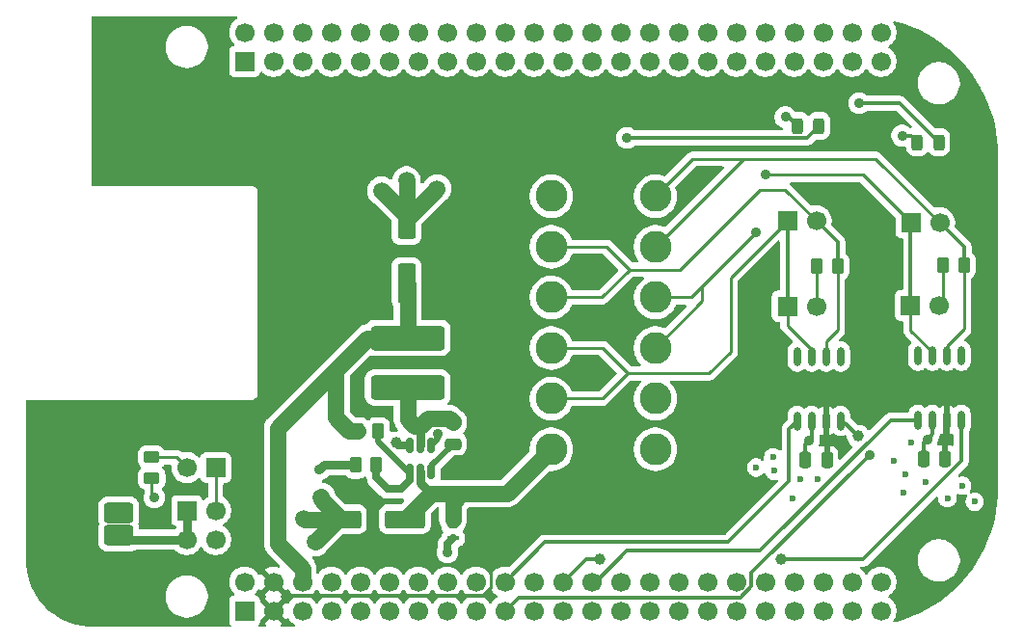
<source format=gbr>
%TF.GenerationSoftware,KiCad,Pcbnew,9.0.4*%
%TF.CreationDate,2026-02-21T19:48:22-06:00*%
%TF.ProjectId,beaglebone_can_cape,62656167-6c65-4626-9f6e-655f63616e5f,rev?*%
%TF.SameCoordinates,PX5f5e100PY5f5e100*%
%TF.FileFunction,Copper,L1,Top*%
%TF.FilePolarity,Positive*%
%FSLAX46Y46*%
G04 Gerber Fmt 4.6, Leading zero omitted, Abs format (unit mm)*
G04 Created by KiCad (PCBNEW 9.0.4) date 2026-02-21 19:48:22*
%MOMM*%
%LPD*%
G01*
G04 APERTURE LIST*
G04 Aperture macros list*
%AMRoundRect*
0 Rectangle with rounded corners*
0 $1 Rounding radius*
0 $2 $3 $4 $5 $6 $7 $8 $9 X,Y pos of 4 corners*
0 Add a 4 corners polygon primitive as box body*
4,1,4,$2,$3,$4,$5,$6,$7,$8,$9,$2,$3,0*
0 Add four circle primitives for the rounded corners*
1,1,$1+$1,$2,$3*
1,1,$1+$1,$4,$5*
1,1,$1+$1,$6,$7*
1,1,$1+$1,$8,$9*
0 Add four rect primitives between the rounded corners*
20,1,$1+$1,$2,$3,$4,$5,0*
20,1,$1+$1,$4,$5,$6,$7,0*
20,1,$1+$1,$6,$7,$8,$9,0*
20,1,$1+$1,$8,$9,$2,$3,0*%
G04 Aperture macros list end*
%TA.AperFunction,ComponentPad*%
%ADD10R,1.700000X1.700000*%
%TD*%
%TA.AperFunction,ComponentPad*%
%ADD11C,1.700000*%
%TD*%
%TA.AperFunction,SMDPad,CuDef*%
%ADD12RoundRect,0.250000X0.262500X0.450000X-0.262500X0.450000X-0.262500X-0.450000X0.262500X-0.450000X0*%
%TD*%
%TA.AperFunction,ComponentPad*%
%ADD13C,2.794000*%
%TD*%
%TA.AperFunction,SMDPad,CuDef*%
%ADD14RoundRect,0.150000X-0.350000X-0.600000X0.350000X-0.600000X0.350000X0.600000X-0.350000X0.600000X0*%
%TD*%
%TA.AperFunction,SMDPad,CuDef*%
%ADD15RoundRect,0.060000X-0.440000X-0.140000X0.440000X-0.140000X0.440000X0.140000X-0.440000X0.140000X0*%
%TD*%
%TA.AperFunction,SMDPad,CuDef*%
%ADD16RoundRect,0.150000X-0.150000X0.512500X-0.150000X-0.512500X0.150000X-0.512500X0.150000X0.512500X0*%
%TD*%
%TA.AperFunction,SMDPad,CuDef*%
%ADD17O,0.650001X1.649999*%
%TD*%
%TA.AperFunction,SMDPad,CuDef*%
%ADD18RoundRect,0.243750X-0.243750X-0.456250X0.243750X-0.456250X0.243750X0.456250X-0.243750X0.456250X0*%
%TD*%
%TA.AperFunction,SMDPad,CuDef*%
%ADD19RoundRect,0.250000X0.250000X0.475000X-0.250000X0.475000X-0.250000X-0.475000X0.250000X-0.475000X0*%
%TD*%
%TA.AperFunction,SMDPad,CuDef*%
%ADD20RoundRect,0.250000X0.475000X-0.250000X0.475000X0.250000X-0.475000X0.250000X-0.475000X-0.250000X0*%
%TD*%
%TA.AperFunction,SMDPad,CuDef*%
%ADD21RoundRect,0.250000X0.550000X-1.500000X0.550000X1.500000X-0.550000X1.500000X-0.550000X-1.500000X0*%
%TD*%
%TA.AperFunction,ComponentPad*%
%ADD22RoundRect,0.270000X1.000000X0.630000X-1.000000X0.630000X-1.000000X-0.630000X1.000000X-0.630000X0*%
%TD*%
%TA.AperFunction,SMDPad,CuDef*%
%ADD23RoundRect,0.250000X-0.262500X-0.450000X0.262500X-0.450000X0.262500X0.450000X-0.262500X0.450000X0*%
%TD*%
%TA.AperFunction,SMDPad,CuDef*%
%ADD24RoundRect,0.250000X-0.450000X0.262500X-0.450000X-0.262500X0.450000X-0.262500X0.450000X0.262500X0*%
%TD*%
%TA.AperFunction,SMDPad,CuDef*%
%ADD25RoundRect,0.250000X1.500000X0.550000X-1.500000X0.550000X-1.500000X-0.550000X1.500000X-0.550000X0*%
%TD*%
%TA.AperFunction,SMDPad,CuDef*%
%ADD26RoundRect,0.322500X2.927500X0.752500X-2.927500X0.752500X-2.927500X-0.752500X2.927500X-0.752500X0*%
%TD*%
%TA.AperFunction,ViaPad*%
%ADD27C,1.000000*%
%TD*%
%TA.AperFunction,ViaPad*%
%ADD28C,0.900000*%
%TD*%
%TA.AperFunction,ViaPad*%
%ADD29C,1.500000*%
%TD*%
%TA.AperFunction,ViaPad*%
%ADD30C,0.600000*%
%TD*%
%TA.AperFunction,Conductor*%
%ADD31C,0.300000*%
%TD*%
%TA.AperFunction,Conductor*%
%ADD32C,0.250000*%
%TD*%
%TA.AperFunction,Conductor*%
%ADD33C,1.400000*%
%TD*%
%TA.AperFunction,Conductor*%
%ADD34C,0.800000*%
%TD*%
%TA.AperFunction,Conductor*%
%ADD35C,0.700000*%
%TD*%
%TA.AperFunction,Conductor*%
%ADD36C,0.500000*%
%TD*%
G04 APERTURE END LIST*
D10*
%TO.P,P8,1,Pin_1*%
%TO.N,GND*%
X19685000Y50165000D03*
D11*
%TO.P,P8,2,Pin_2*%
X19685000Y52705000D03*
%TO.P,P8,3,Pin_3*%
%TO.N,unconnected-(P8-Pin_3-Pad3)*%
X22225000Y50165000D03*
%TO.P,P8,4,Pin_4*%
%TO.N,unconnected-(P8-Pin_4-Pad4)*%
X22225000Y52705000D03*
%TO.P,P8,5,Pin_5*%
%TO.N,unconnected-(P8-Pin_5-Pad5)*%
X24765000Y50165000D03*
%TO.P,P8,6,Pin_6*%
%TO.N,unconnected-(P8-Pin_6-Pad6)*%
X24765000Y52705000D03*
%TO.P,P8,7,Pin_7*%
%TO.N,unconnected-(P8-Pin_7-Pad7)*%
X27305000Y50165000D03*
%TO.P,P8,8,Pin_8*%
%TO.N,unconnected-(P8-Pin_8-Pad8)*%
X27305000Y52705000D03*
%TO.P,P8,9,Pin_9*%
%TO.N,unconnected-(P8-Pin_9-Pad9)*%
X29845000Y50165000D03*
%TO.P,P8,10,Pin_10*%
%TO.N,unconnected-(P8-Pin_10-Pad10)*%
X29845000Y52705000D03*
%TO.P,P8,11,Pin_11*%
%TO.N,unconnected-(P8-Pin_11-Pad11)*%
X32385000Y50165000D03*
%TO.P,P8,12,Pin_12*%
%TO.N,unconnected-(P8-Pin_12-Pad12)*%
X32385000Y52705000D03*
%TO.P,P8,13,Pin_13*%
%TO.N,unconnected-(P8-Pin_13-Pad13)*%
X34925000Y50165000D03*
%TO.P,P8,14,Pin_14*%
%TO.N,unconnected-(P8-Pin_14-Pad14)*%
X34925000Y52705000D03*
%TO.P,P8,15,Pin_15*%
%TO.N,unconnected-(P8-Pin_15-Pad15)*%
X37465000Y50165000D03*
%TO.P,P8,16,Pin_16*%
%TO.N,unconnected-(P8-Pin_16-Pad16)*%
X37465000Y52705000D03*
%TO.P,P8,17,Pin_17*%
%TO.N,unconnected-(P8-Pin_17-Pad17)*%
X40005000Y50165000D03*
%TO.P,P8,18,Pin_18*%
%TO.N,unconnected-(P8-Pin_18-Pad18)*%
X40005000Y52705000D03*
%TO.P,P8,19,Pin_19*%
%TO.N,unconnected-(P8-Pin_19-Pad19)*%
X42545000Y50165000D03*
%TO.P,P8,20,Pin_20*%
%TO.N,unconnected-(P8-Pin_20-Pad20)*%
X42545000Y52705000D03*
%TO.P,P8,21,Pin_21*%
%TO.N,unconnected-(P8-Pin_21-Pad21)*%
X45085000Y50165000D03*
%TO.P,P8,22,Pin_22*%
%TO.N,unconnected-(P8-Pin_22-Pad22)*%
X45085000Y52705000D03*
%TO.P,P8,23,Pin_23*%
%TO.N,unconnected-(P8-Pin_23-Pad23)*%
X47625000Y50165000D03*
%TO.P,P8,24,Pin_24*%
%TO.N,unconnected-(P8-Pin_24-Pad24)*%
X47625000Y52705000D03*
%TO.P,P8,25,Pin_25*%
%TO.N,unconnected-(P8-Pin_25-Pad25)*%
X50165000Y50165000D03*
%TO.P,P8,26,Pin_26*%
%TO.N,unconnected-(P8-Pin_26-Pad26)*%
X50165000Y52705000D03*
%TO.P,P8,27,Pin_27*%
%TO.N,unconnected-(P8-Pin_27-Pad27)*%
X52705000Y50165000D03*
%TO.P,P8,28,Pin_28*%
%TO.N,unconnected-(P8-Pin_28-Pad28)*%
X52705000Y52705000D03*
%TO.P,P8,29,Pin_29*%
%TO.N,unconnected-(P8-Pin_29-Pad29)*%
X55245000Y50165000D03*
%TO.P,P8,30,Pin_30*%
%TO.N,unconnected-(P8-Pin_30-Pad30)*%
X55245000Y52705000D03*
%TO.P,P8,31,Pin_31*%
%TO.N,unconnected-(P8-Pin_31-Pad31)*%
X57785000Y50165000D03*
%TO.P,P8,32,Pin_32*%
%TO.N,unconnected-(P8-Pin_32-Pad32)*%
X57785000Y52705000D03*
%TO.P,P8,33,Pin_33*%
%TO.N,unconnected-(P8-Pin_33-Pad33)*%
X60325000Y50165000D03*
%TO.P,P8,34,Pin_34*%
%TO.N,unconnected-(P8-Pin_34-Pad34)*%
X60325000Y52705000D03*
%TO.P,P8,35,Pin_35*%
%TO.N,unconnected-(P8-Pin_35-Pad35)*%
X62865000Y50165000D03*
%TO.P,P8,36,Pin_36*%
%TO.N,unconnected-(P8-Pin_36-Pad36)*%
X62865000Y52705000D03*
%TO.P,P8,37,Pin_37*%
%TO.N,unconnected-(P8-Pin_37-Pad37)*%
X65405000Y50165000D03*
%TO.P,P8,38,Pin_38*%
%TO.N,unconnected-(P8-Pin_38-Pad38)*%
X65405000Y52705000D03*
%TO.P,P8,39,Pin_39*%
%TO.N,unconnected-(P8-Pin_39-Pad39)*%
X67945000Y50165000D03*
%TO.P,P8,40,Pin_40*%
%TO.N,unconnected-(P8-Pin_40-Pad40)*%
X67945000Y52705000D03*
%TO.P,P8,41,Pin_41*%
%TO.N,unconnected-(P8-Pin_41-Pad41)*%
X70485000Y50165000D03*
%TO.P,P8,42,Pin_42*%
%TO.N,unconnected-(P8-Pin_42-Pad42)*%
X70485000Y52705000D03*
%TO.P,P8,43,Pin_43*%
%TO.N,unconnected-(P8-Pin_43-Pad43)*%
X73025000Y50165000D03*
%TO.P,P8,44,Pin_44*%
%TO.N,unconnected-(P8-Pin_44-Pad44)*%
X73025000Y52705000D03*
%TO.P,P8,45,Pin_45*%
%TO.N,unconnected-(P8-Pin_45-Pad45)*%
X75565000Y50165000D03*
%TO.P,P8,46,Pin_46*%
%TO.N,unconnected-(P8-Pin_46-Pad46)*%
X75565000Y52705000D03*
%TD*%
D10*
%TO.P,P9,1,Pin_1*%
%TO.N,GND*%
X19685000Y1905000D03*
D11*
%TO.P,P9,2,Pin_2*%
X19685000Y4445000D03*
%TO.P,P9,3,Pin_3*%
%TO.N,+3.3V*%
X22225000Y1905000D03*
%TO.P,P9,4,Pin_4*%
X22225000Y4445000D03*
%TO.P,P9,5,Pin_5*%
%TO.N,unconnected-(P9-Pin_5-Pad5)*%
X24765000Y1905000D03*
%TO.P,P9,6,Pin_6*%
%TO.N,+5V*%
X24765000Y4445000D03*
%TO.P,P9,7,Pin_7*%
%TO.N,unconnected-(P9-Pin_7-Pad7)*%
X27305000Y1905000D03*
%TO.P,P9,8,Pin_8*%
%TO.N,unconnected-(P9-Pin_8-Pad8)*%
X27305000Y4445000D03*
%TO.P,P9,9,Pin_9*%
%TO.N,unconnected-(P9-Pin_9-Pad9)*%
X29845000Y1905000D03*
%TO.P,P9,10,Pin_10*%
%TO.N,unconnected-(P9-Pin_10-Pad10)*%
X29845000Y4445000D03*
%TO.P,P9,11,Pin_11*%
%TO.N,unconnected-(P9-Pin_11-Pad11)*%
X32385000Y1905000D03*
%TO.P,P9,12,Pin_12*%
%TO.N,unconnected-(P9-Pin_12-Pad12)*%
X32385000Y4445000D03*
%TO.P,P9,13,Pin_13*%
%TO.N,unconnected-(P9-Pin_13-Pad13)*%
X34925000Y1905000D03*
%TO.P,P9,14,Pin_14*%
%TO.N,unconnected-(P9-Pin_14-Pad14)*%
X34925000Y4445000D03*
%TO.P,P9,15,Pin_15*%
%TO.N,unconnected-(P9-Pin_15-Pad15)*%
X37465000Y1905000D03*
%TO.P,P9,16,Pin_16*%
%TO.N,unconnected-(P9-Pin_16-Pad16)*%
X37465000Y4445000D03*
%TO.P,P9,17,Pin_17*%
%TO.N,unconnected-(P9-Pin_17-Pad17)*%
X40005000Y1905000D03*
%TO.P,P9,18,Pin_18*%
%TO.N,unconnected-(P9-Pin_18-Pad18)*%
X40005000Y4445000D03*
%TO.P,P9,19,Pin_19*%
%TO.N,/I2C2.SCL*%
X42545000Y1905000D03*
%TO.P,P9,20,Pin_20*%
%TO.N,/I2C2.SDA*%
X42545000Y4445000D03*
%TO.P,P9,21,Pin_21*%
%TO.N,/GPIO3*%
X45085000Y1905000D03*
%TO.P,P9,22,Pin_22*%
%TO.N,/GPIO2*%
X45085000Y4445000D03*
%TO.P,P9,23,Pin_23*%
%TO.N,unconnected-(P9-Pin_23-Pad23)*%
X47625000Y1905000D03*
%TO.P,P9,24,Pin_24*%
%TO.N,/GPIO15*%
X47625000Y4445000D03*
%TO.P,P9,25,Pin_25*%
%TO.N,unconnected-(P9-Pin_25-Pad25)*%
X50165000Y1905000D03*
%TO.P,P9,26,Pin_26*%
%TO.N,/GPIO14*%
X50165000Y4445000D03*
%TO.P,P9,27,Pin_27*%
%TO.N,unconnected-(P9-Pin_27-Pad27)*%
X52705000Y1905000D03*
%TO.P,P9,28,Pin_28*%
%TO.N,unconnected-(P9-Pin_28-Pad28)*%
X52705000Y4445000D03*
%TO.P,P9,29,Pin_29*%
%TO.N,unconnected-(P9-Pin_29-Pad29)*%
X55245000Y1905000D03*
%TO.P,P9,30,Pin_30*%
%TO.N,unconnected-(P9-Pin_30-Pad30)*%
X55245000Y4445000D03*
%TO.P,P9,31,Pin_31*%
%TO.N,unconnected-(P9-Pin_31-Pad31)*%
X57785000Y1905000D03*
%TO.P,P9,32,Pin_32*%
%TO.N,unconnected-(P9-Pin_32-Pad32)*%
X57785000Y4445000D03*
%TO.P,P9,33,Pin_33*%
%TO.N,unconnected-(P9-Pin_33-Pad33)*%
X60325000Y1905000D03*
%TO.P,P9,34,Pin_34*%
%TO.N,unconnected-(P9-Pin_34-Pad34)*%
X60325000Y4445000D03*
%TO.P,P9,35,Pin_35*%
%TO.N,unconnected-(P9-Pin_35-Pad35)*%
X62865000Y1905000D03*
%TO.P,P9,36,Pin_36*%
%TO.N,unconnected-(P9-Pin_36-Pad36)*%
X62865000Y4445000D03*
%TO.P,P9,37,Pin_37*%
%TO.N,unconnected-(P9-Pin_37-Pad37)*%
X65405000Y1905000D03*
%TO.P,P9,38,Pin_38*%
%TO.N,unconnected-(P9-Pin_38-Pad38)*%
X65405000Y4445000D03*
%TO.P,P9,39,Pin_39*%
%TO.N,unconnected-(P9-Pin_39-Pad39)*%
X67945000Y1905000D03*
%TO.P,P9,40,Pin_40*%
%TO.N,unconnected-(P9-Pin_40-Pad40)*%
X67945000Y4445000D03*
%TO.P,P9,41,Pin_41*%
%TO.N,unconnected-(P9-Pin_41-Pad41)*%
X70485000Y1905000D03*
%TO.P,P9,42,Pin_42*%
%TO.N,unconnected-(P9-Pin_42-Pad42)*%
X70485000Y4445000D03*
%TO.P,P9,43,Pin_43*%
%TO.N,GND*%
X73025000Y1905000D03*
%TO.P,P9,44,Pin_44*%
X73025000Y4445000D03*
%TO.P,P9,45,Pin_45*%
X75565000Y1905000D03*
%TO.P,P9,46,Pin_46*%
X75565000Y4445000D03*
%TD*%
D10*
%TO.P,JP2,1,A*%
%TO.N,CAN HIGH 1*%
X78170000Y28750000D03*
D11*
%TO.P,JP2,2,B*%
%TO.N,Net-(JP2-B)*%
X80710000Y28750000D03*
%TD*%
D12*
%TO.P,R4,1*%
%TO.N,Net-(U3-FB)*%
X31252500Y14730000D03*
%TO.P,R4,2*%
%TO.N,GND*%
X29427500Y14730000D03*
%TD*%
D13*
%TO.P,J3,1,1*%
%TO.N,+24V*%
X46620000Y16105000D03*
%TO.P,J3,2,2*%
%TO.N,CAN HIGH 0*%
X46620000Y20550000D03*
%TO.P,J3,3,3*%
X46620000Y24995000D03*
%TO.P,J3,4,4*%
%TO.N,CAN LOW 0*%
X46620000Y29440000D03*
%TO.P,J3,5,5*%
X46620000Y33885000D03*
%TO.P,J3,6,6*%
%TO.N,GND*%
X46620000Y38330000D03*
%TO.P,J3,7,7*%
%TO.N,CAN LOW 1*%
X55764000Y38330000D03*
%TO.P,J3,8,8*%
X55764000Y33885000D03*
%TO.P,J3,9,9*%
%TO.N,CAN HIGH 1*%
X55764000Y29440000D03*
%TO.P,J3,10,10*%
X55764000Y24995000D03*
%TO.P,J3,11,11*%
%TO.N,GND*%
X55764000Y20550000D03*
%TO.P,J3,12,12*%
X55764000Y16105000D03*
%TD*%
D14*
%TO.P,D1,1,K*%
%TO.N,+24V*%
X37980000Y9912500D03*
D15*
%TO.P,D1,2,A*%
%TO.N,GND*%
X38000000Y8292500D03*
%TD*%
D10*
%TO.P,JP3,1,A*%
%TO.N,Net-(J4-Pin_3)*%
X17160002Y14490000D03*
D11*
%TO.P,JP3,2,B*%
%TO.N,Net-(JP3-B)*%
X14620002Y14490000D03*
%TD*%
D10*
%TO.P,J1,1,Pin_1*%
%TO.N,CAN HIGH 0*%
X67340000Y36175002D03*
D11*
%TO.P,J1,2,Pin_2*%
%TO.N,CAN LOW 0*%
X69880000Y36175002D03*
%TD*%
D16*
%TO.P,U3,1,GND*%
%TO.N,GND*%
X36080000Y16467500D03*
%TO.P,U3,2,SW*%
%TO.N,Net-(U3-SW)*%
X35130000Y16467500D03*
%TO.P,U3,3,VIN*%
%TO.N,+24V*%
X34180000Y16467500D03*
%TO.P,U3,4,FB*%
%TO.N,Net-(U3-FB)*%
X34180000Y14192500D03*
%TO.P,U3,5,EN*%
%TO.N,+24V*%
X35130000Y14192500D03*
%TO.P,U3,6,CB*%
%TO.N,Net-(U3-CB)*%
X36080000Y14192500D03*
%TD*%
D17*
%TO.P,U1,1,TXD*%
%TO.N,/I2C2.SDA*%
X68210000Y18600001D03*
%TO.P,U1,2,GND*%
%TO.N,GND*%
X69480000Y18600001D03*
%TO.P,U1,3,VCC*%
%TO.N,+3.3V*%
X70750000Y18600001D03*
%TO.P,U1,4,RXD*%
%TO.N,/I2C2.SCL*%
X72020000Y18600001D03*
%TO.P,U1,5,NC*%
%TO.N,unconnected-(U1-NC-Pad5)*%
X72020000Y24250000D03*
%TO.P,U1,6,CANL*%
%TO.N,CAN LOW 0*%
X70750000Y24250000D03*
%TO.P,U1,7,CANH*%
%TO.N,CAN HIGH 0*%
X69480000Y24250000D03*
%TO.P,U1,8,NC*%
%TO.N,unconnected-(U1-NC-Pad8)*%
X68210000Y24250000D03*
%TD*%
D18*
%TO.P,D2,1,K*%
%TO.N,GND*%
X68245000Y44510000D03*
%TO.P,D2,2,A*%
%TO.N,/GPIO2*%
X70120000Y44510000D03*
%TD*%
D19*
%TO.P,C1,1*%
%TO.N,+3.3V*%
X70815000Y15175002D03*
%TO.P,C1,2*%
%TO.N,GND*%
X68915000Y15175002D03*
%TD*%
D20*
%TO.P,Cboot1,1*%
%TO.N,Net-(U3-CB)*%
X37970000Y16570000D03*
%TO.P,Cboot1,2*%
%TO.N,Net-(U3-SW)*%
X37970000Y18470000D03*
%TD*%
D10*
%TO.P,J2,1,Pin_1*%
%TO.N,CAN HIGH 1*%
X78185000Y36000000D03*
D11*
%TO.P,J2,2,Pin_2*%
%TO.N,CAN LOW 1*%
X80725000Y36000000D03*
%TD*%
D21*
%TO.P,Cout1,1*%
%TO.N,+5V*%
X33900000Y30700000D03*
%TO.P,Cout1,2*%
%TO.N,GND*%
X33900000Y36300000D03*
%TD*%
D22*
%TO.P,J5,1,Vout*%
%TO.N,Net-(J4-Pin_1)*%
X8650000Y8530000D03*
%TO.P,J5,2,Gnd*%
%TO.N,GND*%
X8650000Y10530000D03*
%TD*%
D10*
%TO.P,JP1,1,A*%
%TO.N,CAN HIGH 0*%
X67340000Y28675002D03*
D11*
%TO.P,JP1,2,B*%
%TO.N,Net-(JP1-B)*%
X69880000Y28675002D03*
%TD*%
D18*
%TO.P,D3,1,K*%
%TO.N,GND*%
X78765000Y43070000D03*
%TO.P,D3,2,A*%
%TO.N,/GPIO3*%
X80640000Y43070000D03*
%TD*%
D23*
%TO.P,R1,1*%
%TO.N,Net-(JP1-B)*%
X69952500Y32175002D03*
%TO.P,R1,2*%
%TO.N,CAN LOW 0*%
X71777500Y32175002D03*
%TD*%
D24*
%TO.P,R6,1*%
%TO.N,Net-(JP3-B)*%
X11525002Y15402500D03*
%TO.P,R6,2*%
%TO.N,GND*%
X11525002Y13577500D03*
%TD*%
D25*
%TO.P,Cin1,1*%
%TO.N,+24V*%
X33760000Y9950000D03*
%TO.P,Cin1,2*%
%TO.N,GND*%
X28160000Y9950000D03*
%TD*%
D17*
%TO.P,U2,1,TXD*%
%TO.N,/GPIO14*%
X78805000Y18674999D03*
%TO.P,U2,2,GND*%
%TO.N,GND*%
X80075000Y18674999D03*
%TO.P,U2,3,VCC*%
%TO.N,+3.3V*%
X81345000Y18674999D03*
%TO.P,U2,4,RXD*%
%TO.N,/GPIO15*%
X82615000Y18674999D03*
%TO.P,U2,5,NC*%
%TO.N,unconnected-(U2-NC-Pad5)*%
X82615000Y24324998D03*
%TO.P,U2,6,CANL*%
%TO.N,CAN LOW 1*%
X81345000Y24324998D03*
%TO.P,U2,7,CANH*%
%TO.N,CAN HIGH 1*%
X80075000Y24324998D03*
%TO.P,U2,8,NC*%
%TO.N,unconnected-(U2-NC-Pad8)*%
X78805000Y24324998D03*
%TD*%
D26*
%TO.P,L1,1*%
%TO.N,Net-(U3-SW)*%
X34000000Y21525000D03*
%TO.P,L1,2*%
%TO.N,+5V*%
X34000000Y25875000D03*
%TD*%
D19*
%TO.P,C2,1*%
%TO.N,+3.3V*%
X81210000Y15250000D03*
%TO.P,C2,2*%
%TO.N,GND*%
X79310000Y15250000D03*
%TD*%
D23*
%TO.P,R2,1*%
%TO.N,Net-(JP2-B)*%
X81047500Y32250000D03*
%TO.P,R2,2*%
%TO.N,CAN LOW 1*%
X82872500Y32250000D03*
%TD*%
%TO.P,R3,1*%
%TO.N,+5V*%
X29607500Y17720000D03*
%TO.P,R3,2*%
%TO.N,Net-(U3-FB)*%
X31432500Y17720000D03*
%TD*%
D10*
%TO.P,J4,1,Pin_1*%
%TO.N,Net-(J4-Pin_1)*%
X14605000Y10715000D03*
D11*
%TO.P,J4,2,Pin_2*%
X14605000Y8175000D03*
%TO.P,J4,3,Pin_3*%
%TO.N,Net-(J4-Pin_3)*%
X17145000Y10715000D03*
%TO.P,J4,4,Pin_4*%
%TO.N,GND*%
X17145000Y8175000D03*
%TD*%
D27*
%TO.N,/I2C2.SCL*%
X73575000Y17250000D03*
D28*
X74550000Y15600000D03*
D27*
%TO.N,/GPIO15*%
X66825000Y6475000D03*
X50875000Y6475000D03*
D28*
%TO.N,CAN HIGH 1*%
X65420000Y40210000D03*
X64580000Y35120000D03*
D29*
%TO.N,GND*%
X24870000Y10010000D03*
X31700000Y38800000D03*
D30*
X81400000Y11800000D03*
X76700000Y15100000D03*
D28*
X11760000Y11860000D03*
X26200000Y14300000D03*
D30*
X82700000Y12900000D03*
D28*
X37500000Y7050000D03*
X69250000Y16900000D03*
X79625000Y16975000D03*
D30*
X83800000Y11500000D03*
D29*
X26420000Y11900000D03*
X33900000Y39700000D03*
D28*
X77420000Y43650000D03*
D30*
X78200000Y16700000D03*
X79500000Y13200000D03*
X68500000Y13500000D03*
X64600000Y14500000D03*
X70000000Y13500000D03*
D29*
X36600000Y39000000D03*
D30*
X66100000Y15400000D03*
X66200000Y14200000D03*
X77700000Y13900000D03*
X77500000Y12300000D03*
D28*
X67170000Y45280000D03*
D30*
X67800000Y11800000D03*
D29*
X25870000Y7950000D03*
D28*
X36620000Y17440000D03*
D27*
%TO.N,+24V*%
X32980000Y16660000D03*
D28*
%TO.N,/GPIO2*%
X53260000Y43450000D03*
%TO.N,/GPIO3*%
X73640000Y46500000D03*
%TD*%
D31*
%TO.N,/I2C2.SDA*%
X62170000Y7950000D02*
X67500000Y13280000D01*
X42545000Y4445000D02*
X46050000Y7950000D01*
X67500000Y13280000D02*
X67500000Y17890001D01*
D32*
X68210000Y18600001D02*
X68210000Y19100000D01*
D31*
X67500000Y17890001D02*
X68210000Y18600001D01*
X46050000Y7950000D02*
X62170000Y7950000D01*
%TO.N,/I2C2.SCL*%
X43746000Y3106000D02*
X42545000Y1905000D01*
X74550000Y15600000D02*
X64200000Y5250000D01*
X64200000Y5250000D02*
X64200000Y4081529D01*
X72020000Y18600001D02*
X72224999Y18600001D01*
X64200000Y4081529D02*
X63224471Y3106000D01*
X63224471Y3106000D02*
X43746000Y3106000D01*
X72224999Y18600001D02*
X73575000Y17250000D01*
D33*
%TO.N,+5V*%
X34000000Y25875000D02*
X30481000Y25875000D01*
X30481000Y25875000D02*
X29103000Y24497000D01*
X29607500Y17720000D02*
X28880000Y17720000D01*
X34000000Y29700000D02*
X33900000Y29800000D01*
X27700000Y23094000D02*
X29103000Y24497000D01*
X34000000Y25875000D02*
X34000000Y30600000D01*
X22580000Y7832081D02*
X22580000Y17974000D01*
X24765000Y4445000D02*
X24765000Y5647081D01*
X28880000Y17720000D02*
X27700000Y18900000D01*
X29103000Y24497000D02*
X22580000Y17974000D01*
X34000000Y30600000D02*
X33900000Y30700000D01*
X24765000Y5647081D02*
X22580000Y7832081D01*
X27700000Y18900000D02*
X27700000Y23094000D01*
D31*
%TO.N,/GPIO15*%
X50875000Y6475000D02*
X49655000Y6475000D01*
X49655000Y6475000D02*
X47625000Y4445000D01*
X74016870Y6475000D02*
X66825000Y6475000D01*
X82615000Y15073130D02*
X74016870Y6475000D01*
X82615000Y18674999D02*
X82615000Y15073130D01*
%TO.N,/GPIO14*%
X76399999Y18674999D02*
X78805000Y18674999D01*
X50165000Y4445000D02*
X50495000Y4445000D01*
X53275000Y7225000D02*
X64950000Y7225000D01*
X50495000Y4445000D02*
X53275000Y7225000D01*
X64950000Y7225000D02*
X76399999Y18674999D01*
D32*
%TO.N,CAN HIGH 1*%
X80075000Y24324998D02*
X80075000Y24635000D01*
X55764000Y29440000D02*
X58900000Y29440000D01*
X58900000Y29440000D02*
X59875000Y30415000D01*
X64420000Y34960000D02*
X64580000Y35120000D01*
X65420000Y40210000D02*
X73975000Y40210000D01*
X78170000Y26540000D02*
X78170000Y28750000D01*
D31*
X78170000Y35985000D02*
X78185000Y36000000D01*
D32*
X73975000Y40210000D02*
X78185000Y36000000D01*
X59875000Y30415000D02*
X64420000Y34960000D01*
D31*
X78170000Y28750000D02*
X78170000Y35985000D01*
D32*
X59875000Y29106000D02*
X59875000Y30415000D01*
X80075000Y24635000D02*
X78170000Y26540000D01*
X55764000Y24995000D02*
X59875000Y29106000D01*
%TO.N,Net-(JP1-B)*%
X69952500Y28747502D02*
X69880000Y28675002D01*
X69952500Y32175002D02*
X69952500Y28747502D01*
%TO.N,Net-(JP2-B)*%
X81047500Y32250000D02*
X81047500Y29087500D01*
X81047500Y29087500D02*
X80710000Y28750000D01*
D31*
%TO.N,+3.3V*%
X41238235Y3841765D02*
X41344000Y3947529D01*
X41238235Y3841765D02*
X41310000Y3913530D01*
X22225000Y4445000D02*
X23426000Y3244000D01*
X70750000Y15240002D02*
X70815000Y15175002D01*
X40640471Y3244000D02*
X41238235Y3841765D01*
D32*
X41344000Y7556000D02*
X41340000Y7560000D01*
X70815000Y18535001D02*
X70750000Y18600001D01*
X41344000Y3947529D02*
X41344000Y7556000D01*
D31*
X23426000Y3244000D02*
X40640471Y3244000D01*
X81345000Y18674999D02*
X81210000Y18539999D01*
X70750000Y18600001D02*
X70750000Y15240002D01*
X81210000Y18539999D02*
X81210000Y15250000D01*
D33*
%TO.N,GND*%
X24930000Y9950000D02*
X24870000Y10010000D01*
X26390000Y11720000D02*
X26390000Y11960000D01*
D31*
X67475000Y45280000D02*
X67170000Y45280000D01*
D34*
X29427500Y14730000D02*
X26630000Y14730000D01*
D35*
X38000000Y8292500D02*
X37500000Y7792500D01*
D33*
X27870000Y9950000D02*
X25870000Y7950000D01*
D32*
X11525002Y12094998D02*
X11760000Y11860000D01*
D33*
X33900000Y36600000D02*
X31700000Y38800000D01*
D31*
X79310000Y15250000D02*
X79310000Y16660000D01*
D32*
X11525002Y13577500D02*
X11525002Y12094998D01*
D33*
X33900000Y36300000D02*
X33900000Y36600000D01*
D31*
X79310000Y16660000D02*
X79625000Y16975000D01*
D35*
X37500000Y7792500D02*
X37500000Y7050000D01*
D33*
X28160000Y9950000D02*
X26390000Y11720000D01*
D34*
X26630000Y14730000D02*
X26200000Y14300000D01*
D33*
X28160000Y9950000D02*
X27870000Y9950000D01*
D31*
X68915000Y16565000D02*
X69250000Y16900000D01*
X78185000Y43650000D02*
X77420000Y43650000D01*
X68245000Y44510000D02*
X67475000Y45280000D01*
D33*
X33900000Y36300000D02*
X36600000Y39000000D01*
D31*
X69480000Y18600001D02*
X69480000Y17130000D01*
D33*
X33900000Y36300000D02*
X33900000Y39700000D01*
D31*
X80075000Y17425000D02*
X79625000Y16975000D01*
X80075000Y18674999D02*
X80075000Y17425000D01*
X77420000Y43650000D02*
X77350000Y43650000D01*
X69480000Y17130000D02*
X69250000Y16900000D01*
D33*
X28160000Y9950000D02*
X24930000Y9950000D01*
D31*
X78765000Y43070000D02*
X78185000Y43650000D01*
X68915000Y15175002D02*
X68915000Y16565000D01*
D36*
X36620000Y17007500D02*
X36080000Y16467500D01*
D33*
%TO.N,Net-(U3-SW)*%
X37649000Y18791000D02*
X35811000Y18791000D01*
X35811000Y18791000D02*
X35130000Y18110000D01*
X37970000Y18470000D02*
X37649000Y18791000D01*
X34590000Y18110000D02*
X34000000Y18700000D01*
D34*
X35130000Y16467500D02*
X35130000Y18110000D01*
D33*
X34000000Y18700000D02*
X34000000Y21525000D01*
X35130000Y18110000D02*
X34590000Y18110000D01*
D36*
%TO.N,Net-(U3-CB)*%
X36080000Y14192500D02*
X36080000Y14680000D01*
X36080000Y14680000D02*
X37970000Y16570000D01*
D33*
%TO.N,+24V*%
X38370000Y12220000D02*
X42735000Y12220000D01*
X36050000Y12220000D02*
X38370000Y12220000D01*
X38370000Y12220000D02*
X38370000Y11750000D01*
X37980000Y11360000D02*
X37980000Y9912500D01*
D35*
X32980000Y16660000D02*
X33172500Y16467500D01*
D34*
X36050000Y12220000D02*
X36030000Y12220000D01*
D35*
X33172500Y16467500D02*
X34180000Y16467500D01*
D33*
X42735000Y12220000D02*
X46620000Y16105000D01*
X36030000Y12220000D02*
X33760000Y9950000D01*
D34*
X36050000Y12220000D02*
X35130000Y13140000D01*
D33*
X38370000Y11750000D02*
X37980000Y11360000D01*
D34*
X35130000Y13140000D02*
X35130000Y14192500D01*
D36*
%TO.N,Net-(U3-FB)*%
X31432500Y16797500D02*
X31432500Y17720000D01*
D35*
X34180000Y13370000D02*
X34180000Y14192500D01*
D36*
X34037500Y14192500D02*
X31432500Y16797500D01*
D35*
X33430000Y12620000D02*
X34180000Y13370000D01*
D36*
X34180000Y14192500D02*
X34037500Y14192500D01*
D35*
X31252500Y13617500D02*
X32250000Y12620000D01*
X32250000Y12620000D02*
X33430000Y12620000D01*
X31252500Y14730000D02*
X31252500Y13617500D01*
D32*
%TO.N,CAN LOW 1*%
X82872500Y26662500D02*
X81345000Y25135000D01*
X81345000Y25135000D02*
X81345000Y24324998D01*
D31*
X82872500Y33852500D02*
X80725000Y36000000D01*
D32*
X63479000Y41600000D02*
X65420000Y41600000D01*
X65420000Y41600000D02*
X75125000Y41600000D01*
D31*
X82872500Y32250000D02*
X82872500Y33852500D01*
D32*
X82872500Y32250000D02*
X82872500Y26662500D01*
X75125000Y41600000D02*
X80725000Y36000000D01*
X59034000Y41600000D02*
X65420000Y41600000D01*
X55764000Y38330000D02*
X59034000Y41600000D01*
X55764000Y33885000D02*
X63479000Y41600000D01*
D34*
%TO.N,Net-(J4-Pin_1)*%
X14605000Y8175000D02*
X9005000Y8175000D01*
X9005000Y8175000D02*
X8650000Y8530000D01*
X14605000Y10715000D02*
X14605000Y8175000D01*
D31*
%TO.N,/GPIO2*%
X53260000Y43450000D02*
X53269000Y43459000D01*
X69069000Y43459000D02*
X70120000Y44510000D01*
X53269000Y43459000D02*
X69069000Y43459000D01*
D32*
%TO.N,Net-(J4-Pin_3)*%
X17160002Y10730002D02*
X17145000Y10715000D01*
X17160002Y14490000D02*
X17160002Y10730002D01*
%TO.N,Net-(JP3-B)*%
X13707502Y15402500D02*
X14620002Y14490000D01*
X11525002Y15402500D02*
X13707502Y15402500D01*
D31*
%TO.N,/GPIO3*%
X73640000Y46500000D02*
X77210000Y46500000D01*
X77210000Y46500000D02*
X80640000Y43070000D01*
D32*
%TO.N,CAN HIGH 0*%
X60470000Y22780000D02*
X62380000Y24690000D01*
X46620000Y24995000D02*
X51105000Y24995000D01*
X69480000Y24250000D02*
X69480000Y24810002D01*
X51105000Y24995000D02*
X53320000Y22780000D01*
X67340000Y26950002D02*
X67340000Y28675002D01*
D31*
X67340000Y28675002D02*
X67340000Y36175002D01*
D32*
X53320000Y22780000D02*
X60470000Y22780000D01*
X69480000Y24810002D02*
X67340000Y26950002D01*
X62380000Y24690000D02*
X62380000Y31215002D01*
X62380000Y31215002D02*
X67340000Y36175002D01*
X46620000Y20550000D02*
X51090000Y20550000D01*
X51090000Y20550000D02*
X53320000Y22780000D01*
D31*
%TO.N,CAN LOW 0*%
X70280002Y35775000D02*
X69880000Y36175002D01*
D32*
X71777500Y32175002D02*
X71777500Y26587502D01*
X71777500Y26587502D02*
X70750000Y25560002D01*
X64940000Y38900000D02*
X67155002Y38900000D01*
X67155002Y38900000D02*
X69880000Y36175002D01*
X53460000Y31880000D02*
X57920000Y31880000D01*
X46620000Y29440000D02*
X51020000Y29440000D01*
X51455000Y33885000D02*
X53460000Y31880000D01*
X51020000Y29440000D02*
X53460000Y31880000D01*
X70750000Y25560002D02*
X70750000Y24250000D01*
X46620000Y33885000D02*
X51455000Y33885000D01*
D31*
X71777500Y32175002D02*
X71777500Y34277502D01*
D32*
X57920000Y31880000D02*
X64940000Y38900000D01*
D31*
X71777500Y34277502D02*
X69880000Y36175002D01*
%TD*%
%TA.AperFunction,Conductor*%
%TO.N,+3.3V*%
G36*
X18999674Y54089815D02*
G01*
X19045429Y54037011D01*
X19055373Y53967853D01*
X19026348Y53904297D01*
X18988929Y53875015D01*
X18972992Y53866896D01*
X18799993Y53741204D01*
X18648796Y53590007D01*
X18523106Y53417010D01*
X18426027Y53226484D01*
X18426026Y53226481D01*
X18359951Y53023118D01*
X18326500Y52811916D01*
X18326500Y52598085D01*
X18359951Y52386883D01*
X18426026Y52183520D01*
X18426027Y52183517D01*
X18497245Y52043746D01*
X18523106Y51992991D01*
X18648794Y51819996D01*
X18648796Y51819994D01*
X18753971Y51714819D01*
X18787456Y51653496D01*
X18782472Y51583804D01*
X18740600Y51527871D01*
X18709625Y51510957D01*
X18588795Y51465889D01*
X18471739Y51378261D01*
X18384111Y51261205D01*
X18333011Y51124205D01*
X18333011Y51124203D01*
X18326500Y51063655D01*
X18326500Y49266346D01*
X18333011Y49205798D01*
X18333011Y49205796D01*
X18379852Y49080215D01*
X18384111Y49068796D01*
X18471739Y48951739D01*
X18588796Y48864111D01*
X18725799Y48813011D01*
X18753050Y48810082D01*
X18786345Y48806501D01*
X18786362Y48806500D01*
X20583638Y48806500D01*
X20583654Y48806501D01*
X20612538Y48809607D01*
X20644201Y48813011D01*
X20781204Y48864111D01*
X20898261Y48951739D01*
X20985889Y49068796D01*
X21030957Y49189629D01*
X21072827Y49245558D01*
X21138291Y49269975D01*
X21206564Y49255123D01*
X21234818Y49233972D01*
X21339996Y49128794D01*
X21512991Y49003106D01*
X21606438Y48955493D01*
X21703516Y48906028D01*
X21703519Y48906027D01*
X21805200Y48872990D01*
X21906884Y48839951D01*
X22118084Y48806500D01*
X22118085Y48806500D01*
X22331915Y48806500D01*
X22331916Y48806500D01*
X22543116Y48839951D01*
X22746483Y48906028D01*
X22937009Y49003106D01*
X23110004Y49128794D01*
X23261206Y49279996D01*
X23386894Y49452991D01*
X23386896Y49452996D01*
X23389270Y49456868D01*
X23441080Y49503746D01*
X23510009Y49515171D01*
X23574173Y49487517D01*
X23600730Y49456868D01*
X23603103Y49452995D01*
X23603106Y49452991D01*
X23728794Y49279996D01*
X23879996Y49128794D01*
X24052991Y49003106D01*
X24146438Y48955493D01*
X24243516Y48906028D01*
X24243519Y48906027D01*
X24345200Y48872990D01*
X24446884Y48839951D01*
X24658084Y48806500D01*
X24658085Y48806500D01*
X24871915Y48806500D01*
X24871916Y48806500D01*
X25083116Y48839951D01*
X25286483Y48906028D01*
X25477009Y49003106D01*
X25650004Y49128794D01*
X25801206Y49279996D01*
X25926894Y49452991D01*
X25926896Y49452996D01*
X25929270Y49456868D01*
X25981080Y49503746D01*
X26050009Y49515171D01*
X26114173Y49487517D01*
X26140730Y49456868D01*
X26143103Y49452995D01*
X26143106Y49452991D01*
X26268794Y49279996D01*
X26419996Y49128794D01*
X26592991Y49003106D01*
X26686438Y48955493D01*
X26783516Y48906028D01*
X26783519Y48906027D01*
X26885200Y48872990D01*
X26986884Y48839951D01*
X27198084Y48806500D01*
X27198085Y48806500D01*
X27411915Y48806500D01*
X27411916Y48806500D01*
X27623116Y48839951D01*
X27826483Y48906028D01*
X28017009Y49003106D01*
X28190004Y49128794D01*
X28341206Y49279996D01*
X28466894Y49452991D01*
X28466896Y49452996D01*
X28469270Y49456868D01*
X28521080Y49503746D01*
X28590009Y49515171D01*
X28654173Y49487517D01*
X28680730Y49456868D01*
X28683103Y49452995D01*
X28683106Y49452991D01*
X28808794Y49279996D01*
X28959996Y49128794D01*
X29132991Y49003106D01*
X29226438Y48955493D01*
X29323516Y48906028D01*
X29323519Y48906027D01*
X29425200Y48872990D01*
X29526884Y48839951D01*
X29738084Y48806500D01*
X29738085Y48806500D01*
X29951915Y48806500D01*
X29951916Y48806500D01*
X30163116Y48839951D01*
X30366483Y48906028D01*
X30557009Y49003106D01*
X30730004Y49128794D01*
X30881206Y49279996D01*
X31006894Y49452991D01*
X31006896Y49452996D01*
X31009270Y49456868D01*
X31061080Y49503746D01*
X31130009Y49515171D01*
X31194173Y49487517D01*
X31220730Y49456868D01*
X31223103Y49452995D01*
X31223106Y49452991D01*
X31348794Y49279996D01*
X31499996Y49128794D01*
X31672991Y49003106D01*
X31766438Y48955493D01*
X31863516Y48906028D01*
X31863519Y48906027D01*
X31965200Y48872990D01*
X32066884Y48839951D01*
X32278084Y48806500D01*
X32278085Y48806500D01*
X32491915Y48806500D01*
X32491916Y48806500D01*
X32703116Y48839951D01*
X32906483Y48906028D01*
X33097009Y49003106D01*
X33270004Y49128794D01*
X33421206Y49279996D01*
X33546894Y49452991D01*
X33546896Y49452996D01*
X33549270Y49456868D01*
X33601080Y49503746D01*
X33670009Y49515171D01*
X33734173Y49487517D01*
X33760730Y49456868D01*
X33763103Y49452995D01*
X33763106Y49452991D01*
X33888794Y49279996D01*
X34039996Y49128794D01*
X34212991Y49003106D01*
X34306438Y48955493D01*
X34403516Y48906028D01*
X34403519Y48906027D01*
X34505200Y48872990D01*
X34606884Y48839951D01*
X34818084Y48806500D01*
X34818085Y48806500D01*
X35031915Y48806500D01*
X35031916Y48806500D01*
X35243116Y48839951D01*
X35446483Y48906028D01*
X35637009Y49003106D01*
X35810004Y49128794D01*
X35961206Y49279996D01*
X36086894Y49452991D01*
X36086896Y49452996D01*
X36089270Y49456868D01*
X36141080Y49503746D01*
X36210009Y49515171D01*
X36274173Y49487517D01*
X36300730Y49456868D01*
X36303103Y49452995D01*
X36303106Y49452991D01*
X36428794Y49279996D01*
X36579996Y49128794D01*
X36752991Y49003106D01*
X36846438Y48955493D01*
X36943516Y48906028D01*
X36943519Y48906027D01*
X37045200Y48872990D01*
X37146884Y48839951D01*
X37358084Y48806500D01*
X37358085Y48806500D01*
X37571915Y48806500D01*
X37571916Y48806500D01*
X37783116Y48839951D01*
X37986483Y48906028D01*
X38177009Y49003106D01*
X38350004Y49128794D01*
X38501206Y49279996D01*
X38626894Y49452991D01*
X38626896Y49452996D01*
X38629270Y49456868D01*
X38681080Y49503746D01*
X38750009Y49515171D01*
X38814173Y49487517D01*
X38840730Y49456868D01*
X38843103Y49452995D01*
X38843106Y49452991D01*
X38968794Y49279996D01*
X39119996Y49128794D01*
X39292991Y49003106D01*
X39386438Y48955493D01*
X39483516Y48906028D01*
X39483519Y48906027D01*
X39585200Y48872990D01*
X39686884Y48839951D01*
X39898084Y48806500D01*
X39898085Y48806500D01*
X40111915Y48806500D01*
X40111916Y48806500D01*
X40323116Y48839951D01*
X40526483Y48906028D01*
X40717009Y49003106D01*
X40890004Y49128794D01*
X41041206Y49279996D01*
X41166894Y49452991D01*
X41166896Y49452996D01*
X41169270Y49456868D01*
X41221080Y49503746D01*
X41290009Y49515171D01*
X41354173Y49487517D01*
X41380730Y49456868D01*
X41383103Y49452995D01*
X41383106Y49452991D01*
X41508794Y49279996D01*
X41659996Y49128794D01*
X41832991Y49003106D01*
X41926438Y48955493D01*
X42023516Y48906028D01*
X42023519Y48906027D01*
X42125200Y48872990D01*
X42226884Y48839951D01*
X42438084Y48806500D01*
X42438085Y48806500D01*
X42651915Y48806500D01*
X42651916Y48806500D01*
X42863116Y48839951D01*
X43066483Y48906028D01*
X43257009Y49003106D01*
X43430004Y49128794D01*
X43581206Y49279996D01*
X43706894Y49452991D01*
X43706896Y49452996D01*
X43709270Y49456868D01*
X43761080Y49503746D01*
X43830009Y49515171D01*
X43894173Y49487517D01*
X43920730Y49456868D01*
X43923103Y49452995D01*
X43923106Y49452991D01*
X44048794Y49279996D01*
X44199996Y49128794D01*
X44372991Y49003106D01*
X44466438Y48955493D01*
X44563516Y48906028D01*
X44563519Y48906027D01*
X44665200Y48872990D01*
X44766884Y48839951D01*
X44978084Y48806500D01*
X44978085Y48806500D01*
X45191915Y48806500D01*
X45191916Y48806500D01*
X45403116Y48839951D01*
X45606483Y48906028D01*
X45797009Y49003106D01*
X45970004Y49128794D01*
X46121206Y49279996D01*
X46246894Y49452991D01*
X46246896Y49452996D01*
X46249270Y49456868D01*
X46301080Y49503746D01*
X46370009Y49515171D01*
X46434173Y49487517D01*
X46460730Y49456868D01*
X46463103Y49452995D01*
X46463106Y49452991D01*
X46588794Y49279996D01*
X46739996Y49128794D01*
X46912991Y49003106D01*
X47006438Y48955493D01*
X47103516Y48906028D01*
X47103519Y48906027D01*
X47205200Y48872990D01*
X47306884Y48839951D01*
X47518084Y48806500D01*
X47518085Y48806500D01*
X47731915Y48806500D01*
X47731916Y48806500D01*
X47943116Y48839951D01*
X48146483Y48906028D01*
X48337009Y49003106D01*
X48510004Y49128794D01*
X48661206Y49279996D01*
X48786894Y49452991D01*
X48786896Y49452996D01*
X48789270Y49456868D01*
X48841080Y49503746D01*
X48910009Y49515171D01*
X48974173Y49487517D01*
X49000730Y49456868D01*
X49003103Y49452995D01*
X49003106Y49452991D01*
X49128794Y49279996D01*
X49279996Y49128794D01*
X49452991Y49003106D01*
X49546438Y48955493D01*
X49643516Y48906028D01*
X49643519Y48906027D01*
X49745200Y48872990D01*
X49846884Y48839951D01*
X50058084Y48806500D01*
X50058085Y48806500D01*
X50271915Y48806500D01*
X50271916Y48806500D01*
X50483116Y48839951D01*
X50686483Y48906028D01*
X50877009Y49003106D01*
X51050004Y49128794D01*
X51201206Y49279996D01*
X51326894Y49452991D01*
X51326896Y49452996D01*
X51329270Y49456868D01*
X51381080Y49503746D01*
X51450009Y49515171D01*
X51514173Y49487517D01*
X51540730Y49456868D01*
X51543103Y49452995D01*
X51543106Y49452991D01*
X51668794Y49279996D01*
X51819996Y49128794D01*
X51992991Y49003106D01*
X52086438Y48955493D01*
X52183516Y48906028D01*
X52183519Y48906027D01*
X52285200Y48872990D01*
X52386884Y48839951D01*
X52598084Y48806500D01*
X52598085Y48806500D01*
X52811915Y48806500D01*
X52811916Y48806500D01*
X53023116Y48839951D01*
X53226483Y48906028D01*
X53417009Y49003106D01*
X53590004Y49128794D01*
X53741206Y49279996D01*
X53866894Y49452991D01*
X53866896Y49452996D01*
X53869270Y49456868D01*
X53921080Y49503746D01*
X53990009Y49515171D01*
X54054173Y49487517D01*
X54080730Y49456868D01*
X54083103Y49452995D01*
X54083106Y49452991D01*
X54208794Y49279996D01*
X54359996Y49128794D01*
X54532991Y49003106D01*
X54626438Y48955493D01*
X54723516Y48906028D01*
X54723519Y48906027D01*
X54825200Y48872990D01*
X54926884Y48839951D01*
X55138084Y48806500D01*
X55138085Y48806500D01*
X55351915Y48806500D01*
X55351916Y48806500D01*
X55563116Y48839951D01*
X55766483Y48906028D01*
X55957009Y49003106D01*
X56130004Y49128794D01*
X56281206Y49279996D01*
X56406894Y49452991D01*
X56406896Y49452996D01*
X56409270Y49456868D01*
X56461080Y49503746D01*
X56530009Y49515171D01*
X56594173Y49487517D01*
X56620730Y49456868D01*
X56623103Y49452995D01*
X56623106Y49452991D01*
X56748794Y49279996D01*
X56899996Y49128794D01*
X57072991Y49003106D01*
X57166438Y48955493D01*
X57263516Y48906028D01*
X57263519Y48906027D01*
X57365200Y48872990D01*
X57466884Y48839951D01*
X57678084Y48806500D01*
X57678085Y48806500D01*
X57891915Y48806500D01*
X57891916Y48806500D01*
X58103116Y48839951D01*
X58306483Y48906028D01*
X58497009Y49003106D01*
X58670004Y49128794D01*
X58821206Y49279996D01*
X58946894Y49452991D01*
X58946896Y49452996D01*
X58949270Y49456868D01*
X59001080Y49503746D01*
X59070009Y49515171D01*
X59134173Y49487517D01*
X59160730Y49456868D01*
X59163103Y49452995D01*
X59163106Y49452991D01*
X59288794Y49279996D01*
X59439996Y49128794D01*
X59612991Y49003106D01*
X59706438Y48955493D01*
X59803516Y48906028D01*
X59803519Y48906027D01*
X59905200Y48872990D01*
X60006884Y48839951D01*
X60218084Y48806500D01*
X60218085Y48806500D01*
X60431915Y48806500D01*
X60431916Y48806500D01*
X60643116Y48839951D01*
X60846483Y48906028D01*
X61037009Y49003106D01*
X61210004Y49128794D01*
X61361206Y49279996D01*
X61486894Y49452991D01*
X61486896Y49452996D01*
X61489270Y49456868D01*
X61541080Y49503746D01*
X61610009Y49515171D01*
X61674173Y49487517D01*
X61700730Y49456868D01*
X61703103Y49452995D01*
X61703106Y49452991D01*
X61828794Y49279996D01*
X61979996Y49128794D01*
X62152991Y49003106D01*
X62246438Y48955493D01*
X62343516Y48906028D01*
X62343519Y48906027D01*
X62445200Y48872990D01*
X62546884Y48839951D01*
X62758084Y48806500D01*
X62758085Y48806500D01*
X62971915Y48806500D01*
X62971916Y48806500D01*
X63183116Y48839951D01*
X63386483Y48906028D01*
X63577009Y49003106D01*
X63750004Y49128794D01*
X63901206Y49279996D01*
X64026894Y49452991D01*
X64026896Y49452996D01*
X64029270Y49456868D01*
X64081080Y49503746D01*
X64150009Y49515171D01*
X64214173Y49487517D01*
X64240730Y49456868D01*
X64243103Y49452995D01*
X64243106Y49452991D01*
X64368794Y49279996D01*
X64519996Y49128794D01*
X64692991Y49003106D01*
X64786438Y48955493D01*
X64883516Y48906028D01*
X64883519Y48906027D01*
X64985200Y48872990D01*
X65086884Y48839951D01*
X65298084Y48806500D01*
X65298085Y48806500D01*
X65511915Y48806500D01*
X65511916Y48806500D01*
X65723116Y48839951D01*
X65926483Y48906028D01*
X66117009Y49003106D01*
X66290004Y49128794D01*
X66441206Y49279996D01*
X66566894Y49452991D01*
X66566896Y49452996D01*
X66569270Y49456868D01*
X66621080Y49503746D01*
X66690009Y49515171D01*
X66754173Y49487517D01*
X66780730Y49456868D01*
X66783103Y49452995D01*
X66783106Y49452991D01*
X66908794Y49279996D01*
X67059996Y49128794D01*
X67232991Y49003106D01*
X67326438Y48955493D01*
X67423516Y48906028D01*
X67423519Y48906027D01*
X67525200Y48872990D01*
X67626884Y48839951D01*
X67838084Y48806500D01*
X67838085Y48806500D01*
X68051915Y48806500D01*
X68051916Y48806500D01*
X68263116Y48839951D01*
X68466483Y48906028D01*
X68657009Y49003106D01*
X68830004Y49128794D01*
X68981206Y49279996D01*
X69106894Y49452991D01*
X69106896Y49452996D01*
X69109270Y49456868D01*
X69161080Y49503746D01*
X69230009Y49515171D01*
X69294173Y49487517D01*
X69320730Y49456868D01*
X69323103Y49452995D01*
X69323106Y49452991D01*
X69448794Y49279996D01*
X69599996Y49128794D01*
X69772991Y49003106D01*
X69866438Y48955493D01*
X69963516Y48906028D01*
X69963519Y48906027D01*
X70065200Y48872990D01*
X70166884Y48839951D01*
X70378084Y48806500D01*
X70378085Y48806500D01*
X70591915Y48806500D01*
X70591916Y48806500D01*
X70803116Y48839951D01*
X71006483Y48906028D01*
X71197009Y49003106D01*
X71370004Y49128794D01*
X71521206Y49279996D01*
X71646894Y49452991D01*
X71646896Y49452996D01*
X71649270Y49456868D01*
X71701080Y49503746D01*
X71770009Y49515171D01*
X71834173Y49487517D01*
X71860730Y49456868D01*
X71863103Y49452995D01*
X71863106Y49452991D01*
X71988794Y49279996D01*
X72139996Y49128794D01*
X72312991Y49003106D01*
X72406438Y48955493D01*
X72503516Y48906028D01*
X72503519Y48906027D01*
X72605200Y48872990D01*
X72706884Y48839951D01*
X72918084Y48806500D01*
X72918085Y48806500D01*
X73131915Y48806500D01*
X73131916Y48806500D01*
X73343116Y48839951D01*
X73546483Y48906028D01*
X73737009Y49003106D01*
X73910004Y49128794D01*
X74061206Y49279996D01*
X74186894Y49452991D01*
X74186896Y49452996D01*
X74189270Y49456868D01*
X74241080Y49503746D01*
X74310009Y49515171D01*
X74374173Y49487517D01*
X74400730Y49456868D01*
X74403103Y49452995D01*
X74403106Y49452991D01*
X74528794Y49279996D01*
X74679996Y49128794D01*
X74852991Y49003106D01*
X74946438Y48955493D01*
X75043516Y48906028D01*
X75043519Y48906027D01*
X75145200Y48872990D01*
X75246884Y48839951D01*
X75458084Y48806500D01*
X75458085Y48806500D01*
X75671915Y48806500D01*
X75671916Y48806500D01*
X75883116Y48839951D01*
X76086483Y48906028D01*
X76277009Y49003106D01*
X76450004Y49128794D01*
X76601206Y49279996D01*
X76726894Y49452991D01*
X76823972Y49643517D01*
X76890049Y49846884D01*
X76923500Y50058084D01*
X76923500Y50271916D01*
X76890049Y50483116D01*
X76857010Y50584800D01*
X76823973Y50686481D01*
X76823972Y50686484D01*
X76752756Y50826252D01*
X76726894Y50877009D01*
X76601206Y51050004D01*
X76450004Y51201206D01*
X76302340Y51308490D01*
X76277005Y51326897D01*
X76273132Y51329270D01*
X76226254Y51381080D01*
X76214829Y51450009D01*
X76242483Y51514173D01*
X76273132Y51540730D01*
X76277005Y51543104D01*
X76277004Y51543104D01*
X76277009Y51543106D01*
X76450004Y51668794D01*
X76601206Y51819996D01*
X76726894Y51992991D01*
X76823972Y52183517D01*
X76890049Y52386884D01*
X76923500Y52598084D01*
X76923500Y52811916D01*
X76890049Y53023116D01*
X76835484Y53191053D01*
X76823973Y53226481D01*
X76823972Y53226484D01*
X76726893Y53417010D01*
X76721157Y53424905D01*
X76665254Y53501849D01*
X76655892Y53528087D01*
X76643487Y53553028D01*
X76644313Y53560538D01*
X76641775Y53567653D01*
X76648084Y53594786D01*
X76651133Y53622478D01*
X76655889Y53628350D01*
X76657600Y53635707D01*
X76677575Y53655121D01*
X76695113Y53676769D01*
X76702288Y53679137D01*
X76707706Y53684402D01*
X76735005Y53689934D01*
X76761463Y53698665D01*
X76772239Y53697479D01*
X76776184Y53698278D01*
X76796541Y53694804D01*
X77033908Y53633575D01*
X77040559Y53631658D01*
X77685935Y53425958D01*
X77692471Y53423671D01*
X78325317Y53182101D01*
X78331710Y53179453D01*
X78949999Y52902787D01*
X78956245Y52899779D01*
X79558036Y52588886D01*
X79564119Y52585524D01*
X80147528Y52241380D01*
X80153418Y52237679D01*
X80716613Y51861364D01*
X80722285Y51857339D01*
X81263489Y51450041D01*
X81268902Y51445725D01*
X81737531Y51050004D01*
X81786432Y51008711D01*
X81791614Y51004081D01*
X82283839Y50538722D01*
X82288721Y50533840D01*
X82754075Y50041620D01*
X82758707Y50036436D01*
X83060580Y49678946D01*
X83195714Y49518916D01*
X83200044Y49513486D01*
X83386036Y49266346D01*
X83607338Y48972286D01*
X83611363Y48966614D01*
X83987678Y48403419D01*
X83991379Y48397529D01*
X84335521Y47814124D01*
X84338885Y47808037D01*
X84649773Y47206256D01*
X84652791Y47199989D01*
X84929445Y46581727D01*
X84932107Y46575301D01*
X85173665Y45942487D01*
X85175962Y45935922D01*
X85381652Y45290577D01*
X85383578Y45283893D01*
X85552767Y44628001D01*
X85554314Y44621220D01*
X85686454Y43956904D01*
X85687619Y43950047D01*
X85782305Y43279360D01*
X85783084Y43272448D01*
X85840015Y42597499D01*
X85840405Y42590555D01*
X85859451Y41911747D01*
X85859500Y41908269D01*
X85859500Y12701732D01*
X85859451Y12698254D01*
X85840405Y12019446D01*
X85840015Y12012502D01*
X85783084Y11337553D01*
X85782305Y11330641D01*
X85687619Y10659954D01*
X85686454Y10653097D01*
X85554314Y9988781D01*
X85552767Y9982000D01*
X85383578Y9326108D01*
X85381652Y9319424D01*
X85175962Y8674079D01*
X85173665Y8667514D01*
X84932107Y8034700D01*
X84929445Y8028274D01*
X84652791Y7410012D01*
X84649773Y7403745D01*
X84338885Y6801964D01*
X84335521Y6795877D01*
X83991379Y6212472D01*
X83987678Y6206582D01*
X83611363Y5643387D01*
X83607338Y5637715D01*
X83200050Y5096523D01*
X83195714Y5091085D01*
X82758710Y4573568D01*
X82754075Y4568381D01*
X82288739Y4076179D01*
X82283821Y4071261D01*
X81791619Y3605925D01*
X81786432Y3601290D01*
X81268915Y3164286D01*
X81263477Y3159950D01*
X80722285Y2752662D01*
X80716613Y2748637D01*
X80153418Y2372322D01*
X80147528Y2368621D01*
X79564123Y2024479D01*
X79558036Y2021115D01*
X78956255Y1710227D01*
X78949988Y1707209D01*
X78331726Y1430555D01*
X78325300Y1427893D01*
X77692486Y1186335D01*
X77685921Y1184038D01*
X77040576Y978348D01*
X77033892Y976422D01*
X76796545Y915198D01*
X76726714Y917514D01*
X76669220Y957216D01*
X76642318Y1021699D01*
X76654548Y1090490D01*
X76665256Y1108154D01*
X76726891Y1192987D01*
X76726890Y1192987D01*
X76726894Y1192991D01*
X76823972Y1383517D01*
X76890049Y1586884D01*
X76923500Y1798084D01*
X76923500Y2011916D01*
X76890049Y2223116D01*
X76857010Y2324800D01*
X76823973Y2426481D01*
X76823972Y2426484D01*
X76774507Y2523562D01*
X76726894Y2617009D01*
X76601206Y2790004D01*
X76450004Y2941206D01*
X76302340Y3048490D01*
X76277005Y3066897D01*
X76273132Y3069270D01*
X76226254Y3121080D01*
X76214829Y3190009D01*
X76242483Y3254173D01*
X76273132Y3280730D01*
X76277005Y3283104D01*
X76277004Y3283104D01*
X76277009Y3283106D01*
X76450004Y3408794D01*
X76601206Y3559996D01*
X76726894Y3732991D01*
X76823972Y3923517D01*
X76890049Y4126884D01*
X76923500Y4338084D01*
X76923500Y4551916D01*
X76890049Y4763116D01*
X76835484Y4931053D01*
X76823973Y4966481D01*
X76823972Y4966484D01*
X76773500Y5065540D01*
X76726894Y5157009D01*
X76601206Y5330004D01*
X76450004Y5481206D01*
X76277009Y5606894D01*
X76268368Y5611297D01*
X76086483Y5703973D01*
X76086480Y5703974D01*
X75883117Y5770049D01*
X75777516Y5786775D01*
X75671916Y5803500D01*
X75458084Y5803500D01*
X75387684Y5792350D01*
X75246882Y5770049D01*
X75043519Y5703974D01*
X75043516Y5703973D01*
X74852990Y5606894D01*
X74679993Y5481204D01*
X74528796Y5330007D01*
X74403105Y5157009D01*
X74400727Y5153127D01*
X74348914Y5106252D01*
X74279984Y5094831D01*
X74215822Y5122488D01*
X74189273Y5153127D01*
X74186894Y5157009D01*
X74140699Y5220591D01*
X74061206Y5330004D01*
X73910004Y5481206D01*
X73910000Y5481209D01*
X73757259Y5592182D01*
X73714593Y5647512D01*
X73708614Y5717125D01*
X73741220Y5778920D01*
X73802059Y5813278D01*
X73830144Y5816500D01*
X74081729Y5816500D01*
X74167314Y5833525D01*
X74208947Y5841806D01*
X74328787Y5891445D01*
X74436639Y5963509D01*
X74701842Y6228712D01*
X74944420Y6471289D01*
X78794500Y6471289D01*
X78794500Y6228712D01*
X78826161Y5988215D01*
X78888947Y5753896D01*
X78981773Y5529795D01*
X78981777Y5529786D01*
X79000062Y5498116D01*
X79103064Y5319711D01*
X79103066Y5319708D01*
X79103067Y5319707D01*
X79250733Y5127264D01*
X79250739Y5127257D01*
X79422256Y4955740D01*
X79422262Y4955735D01*
X79614711Y4808064D01*
X79824788Y4686776D01*
X80048900Y4593946D01*
X80283211Y4531162D01*
X80437681Y4510826D01*
X80523711Y4499500D01*
X80523712Y4499500D01*
X80766289Y4499500D01*
X80814388Y4505833D01*
X81006789Y4531162D01*
X81241100Y4593946D01*
X81465212Y4686776D01*
X81675289Y4808064D01*
X81867738Y4955735D01*
X82039265Y5127262D01*
X82186936Y5319711D01*
X82308224Y5529788D01*
X82401054Y5753900D01*
X82463838Y5988211D01*
X82495500Y6228712D01*
X82495500Y6471288D01*
X82463838Y6711789D01*
X82401054Y6946100D01*
X82308224Y7170212D01*
X82186936Y7380289D01*
X82096984Y7497517D01*
X82039266Y7572737D01*
X82039260Y7572744D01*
X81867743Y7744261D01*
X81867736Y7744267D01*
X81675293Y7891933D01*
X81675292Y7891934D01*
X81675289Y7891936D01*
X81465212Y8013224D01*
X81465205Y8013227D01*
X81241104Y8106053D01*
X81006785Y8168839D01*
X80766289Y8200500D01*
X80766288Y8200500D01*
X80523712Y8200500D01*
X80523711Y8200500D01*
X80283214Y8168839D01*
X80048895Y8106053D01*
X79824794Y8013227D01*
X79824785Y8013223D01*
X79614706Y7891933D01*
X79422263Y7744267D01*
X79422256Y7744261D01*
X79250739Y7572744D01*
X79250733Y7572737D01*
X79103067Y7380294D01*
X79103064Y7380290D01*
X79103064Y7380289D01*
X79098772Y7372855D01*
X78981777Y7170215D01*
X78981773Y7170206D01*
X78888947Y6946105D01*
X78826161Y6711786D01*
X78794500Y6471289D01*
X74944420Y6471289D01*
X75036159Y6563028D01*
X80379819Y11906690D01*
X80441142Y11940175D01*
X80510834Y11935191D01*
X80566767Y11893319D01*
X80591184Y11827855D01*
X80591500Y11819009D01*
X80591500Y11720366D01*
X80622568Y11564177D01*
X80622570Y11564169D01*
X80683517Y11417031D01*
X80771995Y11284613D01*
X80772001Y11284606D01*
X80884605Y11172002D01*
X80884612Y11171996D01*
X81017030Y11083518D01*
X81017031Y11083518D01*
X81017032Y11083517D01*
X81164169Y11022570D01*
X81262314Y11003048D01*
X81320365Y10991501D01*
X81320369Y10991500D01*
X81320370Y10991500D01*
X81479631Y10991500D01*
X81479632Y10991501D01*
X81635831Y11022570D01*
X81782968Y11083517D01*
X81915389Y11171997D01*
X82028003Y11284611D01*
X82116483Y11417032D01*
X82177430Y11564169D01*
X82208500Y11720370D01*
X82208500Y11879630D01*
X82178139Y12032266D01*
X82184366Y12101856D01*
X82227229Y12157033D01*
X82293119Y12180278D01*
X82347209Y12171017D01*
X82464169Y12122570D01*
X82620365Y12091501D01*
X82620369Y12091500D01*
X82620370Y12091500D01*
X82779631Y12091500D01*
X82779632Y12091501D01*
X82935831Y12122570D01*
X82983741Y12142416D01*
X83053207Y12149884D01*
X83115687Y12118610D01*
X83151340Y12058521D01*
X83148847Y11988696D01*
X83134295Y11958964D01*
X83083516Y11882967D01*
X83022570Y11735832D01*
X83022568Y11735824D01*
X82991500Y11579635D01*
X82991500Y11420366D01*
X83022568Y11264177D01*
X83022570Y11264169D01*
X83083517Y11117031D01*
X83171995Y10984613D01*
X83172001Y10984606D01*
X83284605Y10872002D01*
X83284612Y10871996D01*
X83417030Y10783518D01*
X83417031Y10783518D01*
X83417032Y10783517D01*
X83564169Y10722570D01*
X83720365Y10691501D01*
X83720369Y10691500D01*
X83720370Y10691500D01*
X83879631Y10691500D01*
X83879632Y10691501D01*
X84035831Y10722570D01*
X84182968Y10783517D01*
X84315389Y10871997D01*
X84428003Y10984611D01*
X84516483Y11117032D01*
X84577430Y11264169D01*
X84608500Y11420370D01*
X84608500Y11579630D01*
X84577430Y11735831D01*
X84516483Y11882968D01*
X84493722Y11917032D01*
X84428004Y12015388D01*
X84427998Y12015395D01*
X84315394Y12127999D01*
X84315387Y12128005D01*
X84182969Y12216483D01*
X84035831Y12277430D01*
X84035823Y12277432D01*
X83879634Y12308500D01*
X83879630Y12308500D01*
X83720370Y12308500D01*
X83720365Y12308500D01*
X83564176Y12277432D01*
X83564169Y12277430D01*
X83516258Y12257585D01*
X83446789Y12250117D01*
X83384310Y12281393D01*
X83348658Y12341482D01*
X83351153Y12411308D01*
X83365702Y12441033D01*
X83416483Y12517032D01*
X83477430Y12664169D01*
X83508500Y12820370D01*
X83508500Y12979630D01*
X83477430Y13135831D01*
X83416483Y13282968D01*
X83391219Y13320778D01*
X83328004Y13415388D01*
X83327998Y13415395D01*
X83215394Y13527999D01*
X83215387Y13528005D01*
X83082969Y13616483D01*
X82935831Y13677430D01*
X82935823Y13677432D01*
X82779634Y13708500D01*
X82779630Y13708500D01*
X82620370Y13708500D01*
X82601824Y13704811D01*
X82473607Y13679308D01*
X82404016Y13685537D01*
X82348839Y13728400D01*
X82325595Y13794290D01*
X82341663Y13862287D01*
X82361733Y13888605D01*
X83126491Y14653361D01*
X83198555Y14761213D01*
X83248194Y14881053D01*
X83273500Y15008273D01*
X83273500Y15137987D01*
X83273500Y17622640D01*
X83293185Y17689679D01*
X83294398Y17691531D01*
X83353634Y17780184D01*
X83353634Y17780185D01*
X83353638Y17780190D01*
X83416469Y17931877D01*
X83448500Y18092907D01*
X83448500Y19257091D01*
X83448500Y19257094D01*
X83448499Y19257096D01*
X83441771Y19290920D01*
X83416469Y19418121D01*
X83353638Y19569808D01*
X83353637Y19569811D01*
X83262425Y19706319D01*
X83262419Y19706327D01*
X83146328Y19822418D01*
X83146320Y19822424D01*
X83009812Y19913636D01*
X82858123Y19976467D01*
X82858115Y19976469D01*
X82697096Y20008498D01*
X82697093Y20008498D01*
X82532907Y20008498D01*
X82532904Y20008498D01*
X82371884Y19976469D01*
X82371876Y19976467D01*
X82220187Y19913636D01*
X82083682Y19822427D01*
X82083677Y19822423D01*
X82061667Y19800413D01*
X82000342Y19766931D01*
X81930651Y19771918D01*
X81886308Y19800417D01*
X81870910Y19815815D01*
X81870906Y19815818D01*
X81735781Y19906106D01*
X81595000Y19964419D01*
X81595000Y17385580D01*
X81735777Y17443891D01*
X81735792Y17443899D01*
X81763608Y17462485D01*
X81830285Y17483364D01*
X81897666Y17464880D01*
X81944356Y17412902D01*
X81956500Y17359384D01*
X81956500Y16521287D01*
X81936815Y16454248D01*
X81884011Y16408493D01*
X81814853Y16398549D01*
X81785996Y16407145D01*
X81785977Y16407086D01*
X81784054Y16407723D01*
X81780110Y16408898D01*
X81779129Y16409355D01*
X81612697Y16464506D01*
X81612690Y16464507D01*
X81509986Y16475000D01*
X81460000Y16475000D01*
X81460000Y15374000D01*
X81440315Y15306961D01*
X81387511Y15261206D01*
X81336000Y15250000D01*
X81084000Y15250000D01*
X81016961Y15269685D01*
X80971206Y15322489D01*
X80960000Y15374000D01*
X80960000Y16475000D01*
X80959999Y16475001D01*
X80910029Y16475000D01*
X80910011Y16474999D01*
X80807302Y16464506D01*
X80651628Y16412920D01*
X80581800Y16410518D01*
X80521758Y16446250D01*
X80490565Y16508770D01*
X80498063Y16578079D01*
X80507160Y16600041D01*
X80546666Y16695416D01*
X80583500Y16880596D01*
X80583500Y16963140D01*
X80603185Y17030179D01*
X80604398Y17032031D01*
X80658555Y17113083D01*
X80708194Y17232923D01*
X80712503Y17254584D01*
X80733500Y17360143D01*
X80733500Y17370531D01*
X80735488Y17381499D01*
X80746356Y17403169D01*
X80753185Y17426423D01*
X80761737Y17433834D01*
X80766813Y17443953D01*
X80787672Y17456307D01*
X80805989Y17472178D01*
X80817191Y17473789D01*
X80826931Y17479557D01*
X80851155Y17478673D01*
X80875147Y17482122D01*
X80887625Y17477341D01*
X80896754Y17477007D01*
X80906887Y17469960D01*
X80926392Y17462485D01*
X80954207Y17443899D01*
X80954222Y17443891D01*
X81094999Y17385580D01*
X81095000Y17385580D01*
X81095000Y19964419D01*
X81094999Y19964419D01*
X80954218Y19906106D01*
X80819096Y19815820D01*
X80819095Y19815819D01*
X80803687Y19800412D01*
X80742362Y19766930D01*
X80672671Y19771918D01*
X80628329Y19800417D01*
X80606328Y19822418D01*
X80606320Y19822424D01*
X80469812Y19913636D01*
X80318123Y19976467D01*
X80318115Y19976469D01*
X80157096Y20008498D01*
X80157093Y20008498D01*
X79992907Y20008498D01*
X79992904Y20008498D01*
X79831884Y19976469D01*
X79831876Y19976467D01*
X79680187Y19913636D01*
X79543679Y19822424D01*
X79543671Y19822418D01*
X79527681Y19806427D01*
X79466358Y19772942D01*
X79396666Y19777926D01*
X79352319Y19806427D01*
X79336328Y19822418D01*
X79336320Y19822424D01*
X79199812Y19913636D01*
X79048123Y19976467D01*
X79048115Y19976469D01*
X78887096Y20008498D01*
X78887093Y20008498D01*
X78722907Y20008498D01*
X78722904Y20008498D01*
X78561884Y19976469D01*
X78561876Y19976467D01*
X78410187Y19913636D01*
X78273679Y19822424D01*
X78273671Y19822418D01*
X78157580Y19706327D01*
X78157574Y19706319D01*
X78066362Y19569811D01*
X78032925Y19489085D01*
X78003532Y19418122D01*
X78001200Y19412493D01*
X77999193Y19413325D01*
X77966270Y19363074D01*
X77902461Y19334610D01*
X77885897Y19333499D01*
X76335140Y19333499D01*
X76259738Y19318500D01*
X76259737Y19318500D01*
X76207929Y19308195D01*
X76207921Y19308193D01*
X76088085Y19258556D01*
X76088078Y19258552D01*
X75980227Y19186489D01*
X74596678Y17802940D01*
X74535355Y17769455D01*
X74465663Y17774439D01*
X74409730Y17816311D01*
X74405895Y17821730D01*
X74358353Y17892881D01*
X74358350Y17892885D01*
X74217884Y18033351D01*
X74217880Y18033354D01*
X74052710Y18143718D01*
X74052701Y18143723D01*
X73869169Y18219744D01*
X73869161Y18219746D01*
X73674333Y18258500D01*
X73674329Y18258500D01*
X73549122Y18258500D01*
X73482083Y18278185D01*
X73461441Y18294819D01*
X72889819Y18866441D01*
X72856334Y18927764D01*
X72853500Y18954122D01*
X72853500Y19182096D01*
X72853499Y19182098D01*
X72828417Y19308193D01*
X72821469Y19343123D01*
X72776396Y19451939D01*
X72758637Y19494813D01*
X72667425Y19631321D01*
X72667419Y19631329D01*
X72551328Y19747420D01*
X72551320Y19747426D01*
X72414812Y19838638D01*
X72263123Y19901469D01*
X72263115Y19901471D01*
X72102096Y19933500D01*
X72102093Y19933500D01*
X71937907Y19933500D01*
X71937904Y19933500D01*
X71776884Y19901471D01*
X71776876Y19901469D01*
X71625187Y19838638D01*
X71488682Y19747429D01*
X71488677Y19747425D01*
X71466667Y19725415D01*
X71405342Y19691933D01*
X71335651Y19696920D01*
X71291308Y19725419D01*
X71275910Y19740817D01*
X71275906Y19740820D01*
X71140781Y19831108D01*
X71000000Y19889421D01*
X71000000Y17310582D01*
X71140777Y17368893D01*
X71140790Y17368900D01*
X71275903Y17459181D01*
X71275906Y17459183D01*
X71291306Y17474583D01*
X71352628Y17508070D01*
X71422320Y17503087D01*
X71466669Y17474586D01*
X71478770Y17462485D01*
X71488677Y17452578D01*
X71488679Y17452577D01*
X71625187Y17361365D01*
X71649185Y17351425D01*
X71776877Y17298533D01*
X71923926Y17269283D01*
X71937902Y17266503D01*
X71937905Y17266502D01*
X71937907Y17266502D01*
X72102095Y17266502D01*
X72102096Y17266503D01*
X72263123Y17298533D01*
X72395047Y17353179D01*
X72464517Y17360647D01*
X72526996Y17329372D01*
X72562648Y17269283D01*
X72566500Y17238617D01*
X72566500Y17150667D01*
X72605254Y16955839D01*
X72605256Y16955831D01*
X72681277Y16772299D01*
X72681282Y16772290D01*
X72791646Y16607120D01*
X72791649Y16607116D01*
X72932115Y16466650D01*
X72932119Y16466647D01*
X73003270Y16419105D01*
X73048075Y16365493D01*
X73056782Y16296168D01*
X73026628Y16233140D01*
X73022060Y16228322D01*
X72026680Y15232942D01*
X71965357Y15199457D01*
X71895665Y15204441D01*
X71839732Y15246313D01*
X71815315Y15311777D01*
X71814999Y15320623D01*
X71814999Y15699974D01*
X71814998Y15699989D01*
X71804505Y15802700D01*
X71749358Y15969122D01*
X71749356Y15969127D01*
X71657315Y16118348D01*
X71533345Y16242318D01*
X71384124Y16334359D01*
X71384119Y16334361D01*
X71217697Y16389508D01*
X71217690Y16389509D01*
X71114986Y16400002D01*
X71065000Y16400002D01*
X71065000Y15299002D01*
X71045315Y15231963D01*
X70992511Y15186208D01*
X70941000Y15175002D01*
X70689000Y15175002D01*
X70621961Y15194687D01*
X70576206Y15247491D01*
X70565000Y15299002D01*
X70565000Y16400002D01*
X70564999Y16400003D01*
X70515029Y16400002D01*
X70515011Y16400001D01*
X70412301Y16389508D01*
X70279810Y16345605D01*
X70209982Y16343203D01*
X70149940Y16378935D01*
X70118748Y16441456D01*
X70126245Y16510763D01*
X70171666Y16620416D01*
X70208500Y16805596D01*
X70208500Y16994404D01*
X70171666Y17179584D01*
X70156836Y17215388D01*
X70147939Y17236868D01*
X70146312Y17245045D01*
X70143523Y17249385D01*
X70138500Y17284320D01*
X70138500Y17284386D01*
X70158185Y17351425D01*
X70210989Y17397180D01*
X70280147Y17407124D01*
X70331392Y17387487D01*
X70359207Y17368901D01*
X70359222Y17368893D01*
X70499999Y17310582D01*
X70500000Y17310582D01*
X70500000Y19889421D01*
X70499999Y19889421D01*
X70359218Y19831108D01*
X70224096Y19740822D01*
X70224095Y19740821D01*
X70208687Y19725414D01*
X70147362Y19691932D01*
X70077671Y19696920D01*
X70033329Y19725419D01*
X70011328Y19747420D01*
X70011320Y19747426D01*
X69874812Y19838638D01*
X69723123Y19901469D01*
X69723115Y19901471D01*
X69562096Y19933500D01*
X69562093Y19933500D01*
X69397907Y19933500D01*
X69397904Y19933500D01*
X69236884Y19901471D01*
X69236876Y19901469D01*
X69085187Y19838638D01*
X68948679Y19747426D01*
X68948671Y19747420D01*
X68932681Y19731429D01*
X68871358Y19697944D01*
X68801666Y19702928D01*
X68757319Y19731429D01*
X68741328Y19747420D01*
X68741320Y19747426D01*
X68604812Y19838638D01*
X68453123Y19901469D01*
X68453115Y19901471D01*
X68292096Y19933500D01*
X68292093Y19933500D01*
X68127907Y19933500D01*
X68127904Y19933500D01*
X67966884Y19901471D01*
X67966876Y19901469D01*
X67815187Y19838638D01*
X67678679Y19747426D01*
X67678671Y19747420D01*
X67562580Y19631329D01*
X67562574Y19631321D01*
X67471362Y19494813D01*
X67408531Y19343124D01*
X67408529Y19343116D01*
X67376500Y19182098D01*
X67376500Y18749124D01*
X67356815Y18682085D01*
X67340181Y18661443D01*
X66988513Y18309776D01*
X66988510Y18309773D01*
X66917520Y18203527D01*
X66917514Y18203517D01*
X66916442Y18201914D01*
X66866807Y18082083D01*
X66866804Y18082073D01*
X66841500Y17954861D01*
X66841500Y16101255D01*
X66821815Y16034216D01*
X66769011Y15988461D01*
X66699853Y15978517D01*
X66636297Y16007542D01*
X66629819Y16013574D01*
X66615394Y16027999D01*
X66615387Y16028005D01*
X66482969Y16116483D01*
X66335831Y16177430D01*
X66335823Y16177432D01*
X66179634Y16208500D01*
X66179630Y16208500D01*
X66020370Y16208500D01*
X66020365Y16208500D01*
X65864176Y16177432D01*
X65864168Y16177430D01*
X65717030Y16116483D01*
X65584612Y16028005D01*
X65584605Y16027999D01*
X65472001Y15915395D01*
X65471995Y15915388D01*
X65383517Y15782970D01*
X65322570Y15635832D01*
X65322568Y15635824D01*
X65291500Y15479635D01*
X65291500Y15479630D01*
X65291500Y15320370D01*
X65293861Y15308500D01*
X65304221Y15256415D01*
X65297992Y15186823D01*
X65255129Y15131647D01*
X65189239Y15108403D01*
X65121242Y15124471D01*
X65113722Y15129117D01*
X65027358Y15186823D01*
X64982967Y15216484D01*
X64835831Y15277430D01*
X64835823Y15277432D01*
X64679634Y15308500D01*
X64679630Y15308500D01*
X64520370Y15308500D01*
X64520365Y15308500D01*
X64364176Y15277432D01*
X64364168Y15277430D01*
X64217030Y15216483D01*
X64084612Y15128005D01*
X64084605Y15127999D01*
X63972001Y15015395D01*
X63971995Y15015388D01*
X63883517Y14882970D01*
X63822570Y14735832D01*
X63822568Y14735824D01*
X63791500Y14579635D01*
X63791500Y14420366D01*
X63822568Y14264177D01*
X63822570Y14264169D01*
X63883517Y14117031D01*
X63971995Y13984613D01*
X63972001Y13984606D01*
X64084605Y13872002D01*
X64084612Y13871996D01*
X64217030Y13783518D01*
X64217031Y13783518D01*
X64217032Y13783517D01*
X64364169Y13722570D01*
X64520365Y13691501D01*
X64520369Y13691500D01*
X64520370Y13691500D01*
X64679631Y13691500D01*
X64679632Y13691501D01*
X64835831Y13722570D01*
X64982968Y13783517D01*
X65115389Y13871997D01*
X65228003Y13984611D01*
X65228005Y13984615D01*
X65228370Y13984979D01*
X65289693Y14018464D01*
X65359385Y14013480D01*
X65415319Y13971609D01*
X65430613Y13944751D01*
X65483517Y13817031D01*
X65571995Y13684613D01*
X65572001Y13684606D01*
X65684605Y13572002D01*
X65684612Y13571996D01*
X65817030Y13483518D01*
X65817031Y13483518D01*
X65817032Y13483517D01*
X65964169Y13422570D01*
X66108822Y13393797D01*
X66120365Y13391501D01*
X66120369Y13391500D01*
X66120370Y13391500D01*
X66279631Y13391500D01*
X66279631Y13391501D01*
X66378794Y13411225D01*
X66448385Y13404998D01*
X66503562Y13362135D01*
X66526807Y13296246D01*
X66510739Y13228249D01*
X66490666Y13201927D01*
X61933559Y8644819D01*
X61872236Y8611334D01*
X61845878Y8608500D01*
X45985138Y8608500D01*
X45969238Y8605337D01*
X45857930Y8583197D01*
X45857922Y8583195D01*
X45785734Y8553294D01*
X45785735Y8553293D01*
X45763614Y8544130D01*
X45738081Y8533554D01*
X45722625Y8523227D01*
X45694883Y8504691D01*
X45694882Y8504690D01*
X45694881Y8504691D01*
X45630233Y8461494D01*
X45630225Y8461487D01*
X42973117Y5804379D01*
X42911794Y5770894D01*
X42866039Y5769587D01*
X42651916Y5803500D01*
X42438084Y5803500D01*
X42367684Y5792350D01*
X42226882Y5770049D01*
X42023519Y5703974D01*
X42023516Y5703973D01*
X41832990Y5606894D01*
X41659993Y5481204D01*
X41508796Y5330007D01*
X41383105Y5157009D01*
X41380727Y5153127D01*
X41328914Y5106252D01*
X41259984Y5094831D01*
X41195822Y5122488D01*
X41169273Y5153127D01*
X41166894Y5157009D01*
X41120699Y5220591D01*
X41041206Y5330004D01*
X40890004Y5481206D01*
X40717009Y5606894D01*
X40708368Y5611297D01*
X40526483Y5703973D01*
X40526480Y5703974D01*
X40323117Y5770049D01*
X40217516Y5786775D01*
X40111916Y5803500D01*
X39898084Y5803500D01*
X39827684Y5792350D01*
X39686882Y5770049D01*
X39483519Y5703974D01*
X39483516Y5703973D01*
X39292990Y5606894D01*
X39119993Y5481204D01*
X38968796Y5330007D01*
X38843105Y5157009D01*
X38840727Y5153127D01*
X38788914Y5106252D01*
X38719984Y5094831D01*
X38655822Y5122488D01*
X38629273Y5153127D01*
X38626894Y5157009D01*
X38580699Y5220591D01*
X38501206Y5330004D01*
X38350004Y5481206D01*
X38177009Y5606894D01*
X38168368Y5611297D01*
X37986483Y5703973D01*
X37986480Y5703974D01*
X37783117Y5770049D01*
X37677516Y5786775D01*
X37571916Y5803500D01*
X37358084Y5803500D01*
X37287684Y5792350D01*
X37146882Y5770049D01*
X36943519Y5703974D01*
X36943516Y5703973D01*
X36752990Y5606894D01*
X36579993Y5481204D01*
X36428796Y5330007D01*
X36303105Y5157009D01*
X36300727Y5153127D01*
X36248914Y5106252D01*
X36179984Y5094831D01*
X36115822Y5122488D01*
X36089273Y5153127D01*
X36086894Y5157009D01*
X36040699Y5220591D01*
X35961206Y5330004D01*
X35810004Y5481206D01*
X35637009Y5606894D01*
X35628368Y5611297D01*
X35446483Y5703973D01*
X35446480Y5703974D01*
X35243117Y5770049D01*
X35137516Y5786775D01*
X35031916Y5803500D01*
X34818084Y5803500D01*
X34747684Y5792350D01*
X34606882Y5770049D01*
X34403519Y5703974D01*
X34403516Y5703973D01*
X34212990Y5606894D01*
X34039993Y5481204D01*
X33888796Y5330007D01*
X33763105Y5157009D01*
X33760727Y5153127D01*
X33708914Y5106252D01*
X33639984Y5094831D01*
X33575822Y5122488D01*
X33549273Y5153127D01*
X33546894Y5157009D01*
X33500699Y5220591D01*
X33421206Y5330004D01*
X33270004Y5481206D01*
X33097009Y5606894D01*
X33088368Y5611297D01*
X32906483Y5703973D01*
X32906480Y5703974D01*
X32703117Y5770049D01*
X32597516Y5786775D01*
X32491916Y5803500D01*
X32278084Y5803500D01*
X32207684Y5792350D01*
X32066882Y5770049D01*
X31863519Y5703974D01*
X31863516Y5703973D01*
X31672990Y5606894D01*
X31499993Y5481204D01*
X31348796Y5330007D01*
X31223105Y5157009D01*
X31220727Y5153127D01*
X31168914Y5106252D01*
X31099984Y5094831D01*
X31035822Y5122488D01*
X31009273Y5153127D01*
X31006894Y5157009D01*
X30960699Y5220591D01*
X30881206Y5330004D01*
X30730004Y5481206D01*
X30557009Y5606894D01*
X30548368Y5611297D01*
X30366483Y5703973D01*
X30366480Y5703974D01*
X30163117Y5770049D01*
X30057516Y5786775D01*
X29951916Y5803500D01*
X29738084Y5803500D01*
X29667684Y5792350D01*
X29526882Y5770049D01*
X29323519Y5703974D01*
X29323516Y5703973D01*
X29132990Y5606894D01*
X28959993Y5481204D01*
X28808796Y5330007D01*
X28683105Y5157009D01*
X28680727Y5153127D01*
X28628914Y5106252D01*
X28559984Y5094831D01*
X28495822Y5122488D01*
X28469273Y5153127D01*
X28466894Y5157009D01*
X28420699Y5220591D01*
X28341206Y5330004D01*
X28190004Y5481206D01*
X28017009Y5606894D01*
X28008368Y5611297D01*
X27826483Y5703973D01*
X27826480Y5703974D01*
X27623117Y5770049D01*
X27517516Y5786775D01*
X27411916Y5803500D01*
X27198084Y5803500D01*
X27127684Y5792350D01*
X26986882Y5770049D01*
X26783519Y5703974D01*
X26783516Y5703973D01*
X26592990Y5606894D01*
X26419993Y5481204D01*
X26268796Y5330007D01*
X26268796Y5330006D01*
X26268794Y5330004D01*
X26261316Y5319711D01*
X26197818Y5232314D01*
X26142488Y5189649D01*
X26072874Y5183670D01*
X26011079Y5216276D01*
X25976722Y5277115D01*
X25973500Y5305200D01*
X25973500Y5742198D01*
X25943743Y5930073D01*
X25909787Y6034577D01*
X25884961Y6110984D01*
X25884959Y6110987D01*
X25884959Y6110989D01*
X25833250Y6212472D01*
X25798602Y6280473D01*
X25686792Y6434366D01*
X25635284Y6485874D01*
X25601799Y6547197D01*
X25606783Y6616889D01*
X25648655Y6672822D01*
X25714119Y6697239D01*
X25742365Y6696028D01*
X25770951Y6691500D01*
X25770954Y6691500D01*
X25969051Y6691500D01*
X26164700Y6722488D01*
X26197563Y6733166D01*
X26353097Y6783702D01*
X26529598Y6873634D01*
X26689858Y6990070D01*
X26829930Y7130142D01*
X26946366Y7290402D01*
X26965382Y7327725D01*
X26988181Y7359106D01*
X28234258Y8605182D01*
X28295581Y8638667D01*
X28321939Y8641501D01*
X29710537Y8641501D01*
X29710544Y8641501D01*
X29814426Y8652113D01*
X29982738Y8707885D01*
X30133652Y8800970D01*
X30259030Y8926348D01*
X30352115Y9077262D01*
X30407887Y9245574D01*
X30418500Y9349455D01*
X30418499Y10550544D01*
X30407887Y10654426D01*
X30352115Y10822738D01*
X30259030Y10973652D01*
X30133652Y11099030D01*
X30008383Y11176297D01*
X29982740Y11192114D01*
X29982735Y11192116D01*
X29814427Y11247887D01*
X29710552Y11258500D01*
X29710545Y11258500D01*
X28611939Y11258500D01*
X28544900Y11278185D01*
X28524258Y11294819D01*
X27679550Y12139527D01*
X27650911Y12190681D01*
X27649018Y12190065D01*
X27623714Y12267943D01*
X27586298Y12383097D01*
X27586296Y12383100D01*
X27586296Y12383102D01*
X27518334Y12516483D01*
X27496366Y12559598D01*
X27379930Y12719858D01*
X27239858Y12859930D01*
X27079598Y12976366D01*
X26903097Y13066298D01*
X26714700Y13127512D01*
X26714685Y13127516D01*
X26710385Y13128197D01*
X26707001Y13128781D01*
X26699109Y13130257D01*
X26672991Y13138743D01*
X26547218Y13158664D01*
X26545514Y13158982D01*
X26515830Y13174079D01*
X26485776Y13188326D01*
X26484830Y13189844D01*
X26483236Y13190655D01*
X26466435Y13219388D01*
X26448845Y13247637D01*
X26448870Y13249426D01*
X26447967Y13250971D01*
X26449367Y13284230D01*
X26449843Y13317500D01*
X26450831Y13318992D01*
X26450907Y13320778D01*
X26470054Y13347984D01*
X26488453Y13375732D01*
X26490430Y13376935D01*
X26491121Y13377915D01*
X26493911Y13379050D01*
X26520857Y13395430D01*
X26654013Y13450585D01*
X26654013Y13450586D01*
X26654020Y13450588D01*
X26811008Y13555484D01*
X26944516Y13688992D01*
X26996232Y13766392D01*
X27049843Y13811196D01*
X27099334Y13821500D01*
X28499455Y13821500D01*
X28566494Y13801815D01*
X28587136Y13785182D01*
X28691348Y13680970D01*
X28842262Y13587885D01*
X29010574Y13532113D01*
X29114455Y13521500D01*
X29740544Y13521501D01*
X29844426Y13532113D01*
X30012738Y13587885D01*
X30163652Y13680970D01*
X30182319Y13699637D01*
X30243642Y13733122D01*
X30313334Y13728138D01*
X30369267Y13686266D01*
X30393684Y13620802D01*
X30394000Y13611956D01*
X30394000Y13532941D01*
X30426989Y13367092D01*
X30426991Y13367086D01*
X30426992Y13367084D01*
X30445946Y13321324D01*
X30491705Y13210851D01*
X30491710Y13210842D01*
X30559562Y13109294D01*
X30582834Y13074466D01*
X30585226Y13070887D01*
X30585238Y13070847D01*
X30585248Y13070853D01*
X30585654Y13070244D01*
X30585658Y13070240D01*
X30585659Y13070238D01*
X31583159Y12072738D01*
X31702738Y11953159D01*
X31843348Y11859207D01*
X31937110Y11820370D01*
X31999584Y11794492D01*
X32163419Y11761903D01*
X32165440Y11761501D01*
X32165443Y11761500D01*
X32165445Y11761500D01*
X33514555Y11761500D01*
X33547879Y11768129D01*
X33617469Y11761903D01*
X33672647Y11719041D01*
X33695893Y11653152D01*
X33679827Y11585155D01*
X33659752Y11558831D01*
X33395740Y11294819D01*
X33334417Y11261334D01*
X33308059Y11258500D01*
X32209462Y11258500D01*
X32209446Y11258499D01*
X32105572Y11247887D01*
X31937264Y11192116D01*
X31937259Y11192114D01*
X31786346Y11099029D01*
X31660971Y10973654D01*
X31567886Y10822741D01*
X31567884Y10822736D01*
X31512113Y10654428D01*
X31501500Y10550553D01*
X31501500Y9349463D01*
X31501501Y9349447D01*
X31512113Y9245573D01*
X31567884Y9077265D01*
X31567886Y9077260D01*
X31603142Y9020102D01*
X31660970Y8926348D01*
X31786348Y8800970D01*
X31937262Y8707885D01*
X32105574Y8652113D01*
X32209455Y8641500D01*
X35310544Y8641501D01*
X35414426Y8652113D01*
X35582738Y8707885D01*
X35733652Y8800970D01*
X35859030Y8926348D01*
X35952115Y9077262D01*
X36007887Y9245574D01*
X36018500Y9349455D01*
X36018499Y10448062D01*
X36038184Y10515100D01*
X36054818Y10535742D01*
X36494258Y10975181D01*
X36521185Y10989885D01*
X36547004Y11006477D01*
X36553204Y11007369D01*
X36555581Y11008666D01*
X36581939Y11011500D01*
X36647500Y11011500D01*
X36714539Y10991815D01*
X36760294Y10939011D01*
X36771500Y10887500D01*
X36771500Y9817384D01*
X36801256Y9629509D01*
X36860040Y9448593D01*
X36946397Y9279109D01*
X36951070Y9272678D01*
X36972444Y9214750D01*
X36973299Y9214906D01*
X36974193Y9210011D01*
X36974369Y9209534D01*
X36974436Y9208681D01*
X36974439Y9208662D01*
X37020853Y9048904D01*
X37020855Y9048899D01*
X37106838Y8903510D01*
X37124021Y8835786D01*
X37101861Y8769524D01*
X37098483Y8764904D01*
X37063415Y8719203D01*
X37063414Y8719201D01*
X37006132Y8580909D01*
X37006132Y8580908D01*
X37001290Y8544130D01*
X36992042Y8523227D01*
X36987185Y8500894D01*
X36974904Y8484488D01*
X36973023Y8480234D01*
X36966039Y8472643D01*
X36952738Y8459341D01*
X36892948Y8399552D01*
X36833159Y8339763D01*
X36739209Y8199156D01*
X36739203Y8199145D01*
X36726651Y8168839D01*
X36726651Y8168838D01*
X36674492Y8042917D01*
X36674490Y8042909D01*
X36656182Y7950866D01*
X36656182Y7950865D01*
X36641500Y7877058D01*
X36641500Y7506746D01*
X36632061Y7459294D01*
X36578335Y7329589D01*
X36578332Y7329577D01*
X36541500Y7144409D01*
X36541500Y6955592D01*
X36578332Y6770424D01*
X36578334Y6770416D01*
X36650586Y6595983D01*
X36650591Y6595974D01*
X36755483Y6438993D01*
X36755486Y6438989D01*
X36888988Y6305487D01*
X36888992Y6305484D01*
X37045973Y6200592D01*
X37045979Y6200589D01*
X37045980Y6200588D01*
X37220416Y6128334D01*
X37336047Y6105334D01*
X37405591Y6091501D01*
X37405595Y6091500D01*
X37405596Y6091500D01*
X37594405Y6091500D01*
X37594406Y6091501D01*
X37779584Y6128334D01*
X37954020Y6200588D01*
X38111008Y6305484D01*
X38244516Y6438992D01*
X38349412Y6595980D01*
X38421666Y6770416D01*
X38458500Y6955596D01*
X38458500Y7144404D01*
X38421666Y7329584D01*
X38403440Y7373585D01*
X38401302Y7393463D01*
X38394317Y7412192D01*
X38397644Y7427489D01*
X38395971Y7443055D01*
X38404919Y7460933D01*
X38409169Y7480465D01*
X38425854Y7502754D01*
X38427246Y7505534D01*
X38430292Y7508691D01*
X38480136Y7558535D01*
X38541457Y7592018D01*
X38551620Y7593790D01*
X38588408Y7598632D01*
X38726703Y7655916D01*
X38845459Y7747041D01*
X38936584Y7865797D01*
X38993868Y8004092D01*
X39008500Y8115235D01*
X39008499Y8469764D01*
X39008499Y8469768D01*
X38993870Y8580900D01*
X38993868Y8580905D01*
X38993868Y8580908D01*
X38936584Y8719203D01*
X38878928Y8794342D01*
X38853734Y8859511D01*
X38867772Y8927956D01*
X38870572Y8932949D01*
X38880402Y8949570D01*
X38939145Y9048899D01*
X38985562Y9208669D01*
X38985627Y9209507D01*
X38985800Y9209975D01*
X38986701Y9214905D01*
X38987561Y9214748D01*
X39008934Y9272685D01*
X39013602Y9279108D01*
X39070655Y9391080D01*
X39099959Y9448593D01*
X39099959Y9448594D01*
X39099961Y9448597D01*
X39158743Y9629509D01*
X39166549Y9678794D01*
X39188500Y9817384D01*
X39188500Y10808061D01*
X39196981Y10836947D01*
X39203098Y10866432D01*
X39207307Y10872113D01*
X39208185Y10875100D01*
X39223975Y10894890D01*
X39224384Y10895308D01*
X39291792Y10962715D01*
X39295482Y10967794D01*
X39301892Y10974329D01*
X39324715Y10987080D01*
X39345420Y11003048D01*
X39357287Y11005278D01*
X39362888Y11008406D01*
X39371207Y11007892D01*
X39390417Y11011500D01*
X42830116Y11011500D01*
X43017991Y11041257D01*
X43198903Y11100039D01*
X43368392Y11186398D01*
X43522285Y11298208D01*
X46388659Y14164584D01*
X46449980Y14198067D01*
X46492524Y14199840D01*
X46495106Y14199500D01*
X46495107Y14199500D01*
X46744894Y14199500D01*
X46808106Y14207822D01*
X46992542Y14232103D01*
X47233817Y14296753D01*
X47464590Y14392342D01*
X47680911Y14517235D01*
X47879080Y14669295D01*
X48055705Y14845920D01*
X48207765Y15044089D01*
X48332658Y15260410D01*
X48428247Y15491183D01*
X48492897Y15732458D01*
X48525500Y15980107D01*
X48525500Y16229893D01*
X48525500Y16229894D01*
X53858500Y16229894D01*
X53858500Y15980107D01*
X53888928Y15748972D01*
X53891103Y15732458D01*
X53922470Y15615395D01*
X53955754Y15491179D01*
X54051339Y15260417D01*
X54051343Y15260408D01*
X54057352Y15250000D01*
X54176235Y15044089D01*
X54176237Y15044086D01*
X54176238Y15044085D01*
X54328293Y14845922D01*
X54328299Y14845915D01*
X54504914Y14669300D01*
X54504921Y14669294D01*
X54573745Y14616484D01*
X54703089Y14517235D01*
X54919410Y14392342D01*
X55150183Y14296753D01*
X55391458Y14232103D01*
X55575894Y14207822D01*
X55639106Y14199500D01*
X55639107Y14199500D01*
X55888894Y14199500D01*
X55952106Y14207822D01*
X56136542Y14232103D01*
X56377817Y14296753D01*
X56608590Y14392342D01*
X56824911Y14517235D01*
X57023080Y14669295D01*
X57199705Y14845920D01*
X57351765Y15044089D01*
X57476658Y15260410D01*
X57572247Y15491183D01*
X57636897Y15732458D01*
X57669500Y15980107D01*
X57669500Y16229893D01*
X57636897Y16477542D01*
X57572247Y16718817D01*
X57476658Y16949590D01*
X57351765Y17165911D01*
X57211007Y17349351D01*
X57199706Y17364079D01*
X57199700Y17364086D01*
X57023085Y17540701D01*
X57023078Y17540707D01*
X56824915Y17692762D01*
X56824914Y17692763D01*
X56824911Y17692765D01*
X56608590Y17817658D01*
X56605693Y17818858D01*
X56377821Y17913246D01*
X56136538Y17977898D01*
X55888894Y18010500D01*
X55888893Y18010500D01*
X55639107Y18010500D01*
X55639106Y18010500D01*
X55391461Y17977898D01*
X55150178Y17913246D01*
X54919416Y17817661D01*
X54919407Y17817657D01*
X54703084Y17692762D01*
X54504921Y17540707D01*
X54504914Y17540701D01*
X54328299Y17364086D01*
X54328293Y17364079D01*
X54176238Y17165916D01*
X54051343Y16949593D01*
X54051339Y16949584D01*
X53955754Y16718822D01*
X53891102Y16477539D01*
X53858500Y16229894D01*
X48525500Y16229894D01*
X48492897Y16477542D01*
X48428247Y16718817D01*
X48332658Y16949590D01*
X48207765Y17165911D01*
X48067007Y17349351D01*
X48055706Y17364079D01*
X48055700Y17364086D01*
X47879085Y17540701D01*
X47879078Y17540707D01*
X47680915Y17692762D01*
X47680914Y17692763D01*
X47680911Y17692765D01*
X47464590Y17817658D01*
X47461693Y17818858D01*
X47233821Y17913246D01*
X46992538Y17977898D01*
X46744894Y18010500D01*
X46744893Y18010500D01*
X46495107Y18010500D01*
X46495106Y18010500D01*
X46247461Y17977898D01*
X46006178Y17913246D01*
X45775416Y17817661D01*
X45775407Y17817657D01*
X45559084Y17692762D01*
X45360921Y17540707D01*
X45360914Y17540701D01*
X45184299Y17364086D01*
X45184293Y17364079D01*
X45032238Y17165916D01*
X44907343Y16949593D01*
X44907339Y16949584D01*
X44811754Y16718822D01*
X44747102Y16477539D01*
X44714500Y16229894D01*
X44714500Y15980107D01*
X44714841Y15977514D01*
X44714720Y15976741D01*
X44714765Y15976057D01*
X44714612Y15976047D01*
X44704068Y15908479D01*
X44679581Y15873660D01*
X42270742Y13464819D01*
X42209419Y13431334D01*
X42183061Y13428500D01*
X37007290Y13428500D01*
X36940251Y13448185D01*
X36894496Y13500989D01*
X36884552Y13570147D01*
X36885309Y13574787D01*
X36885559Y13576159D01*
X36885562Y13576169D01*
X36888500Y13613498D01*
X36888500Y14364458D01*
X36908185Y14431497D01*
X36924814Y14452135D01*
X37997862Y15525183D01*
X38059185Y15558667D01*
X38085543Y15561501D01*
X38495537Y15561501D01*
X38495544Y15561501D01*
X38599426Y15572113D01*
X38767738Y15627885D01*
X38918652Y15720970D01*
X39044030Y15846348D01*
X39137115Y15997262D01*
X39192887Y16165574D01*
X39203500Y16269455D01*
X39203499Y16870544D01*
X39192887Y16974426D01*
X39137115Y17142738D01*
X39044030Y17293652D01*
X38918652Y17419030D01*
X38918651Y17419031D01*
X38913970Y17422732D01*
X38873591Y17479753D01*
X38870451Y17549552D01*
X38905545Y17609968D01*
X38913970Y17617268D01*
X38918647Y17620968D01*
X38918652Y17620970D01*
X39044030Y17746348D01*
X39137115Y17897262D01*
X39192887Y18065574D01*
X39203500Y18169455D01*
X39203499Y18770544D01*
X39192887Y18874426D01*
X39137115Y19042738D01*
X39044030Y19193652D01*
X38918652Y19319030D01*
X38767738Y19412115D01*
X38767736Y19412116D01*
X38767733Y19412117D01*
X38749602Y19418125D01*
X38700928Y19448149D01*
X38436287Y19712790D01*
X38436285Y19712792D01*
X38282392Y19824602D01*
X38251499Y19840343D01*
X38112907Y19910960D01*
X37931991Y19969744D01*
X37744116Y19999500D01*
X37744111Y19999500D01*
X37631100Y19999500D01*
X37564061Y20019185D01*
X37518306Y20071989D01*
X37508362Y20141147D01*
X37534453Y20201187D01*
X37631810Y20322306D01*
X37631810Y20322307D01*
X37631814Y20322311D01*
X37712125Y20484243D01*
X37755748Y20659653D01*
X37758500Y20700238D01*
X37758500Y22349762D01*
X37755748Y22390347D01*
X37712125Y22565757D01*
X37631814Y22727689D01*
X37631810Y22727695D01*
X37518571Y22868571D01*
X37518570Y22868572D01*
X37377694Y22981811D01*
X37377688Y22981815D01*
X37215757Y23062125D01*
X37040351Y23105748D01*
X37007879Y23107950D01*
X36999762Y23108500D01*
X31000238Y23108500D01*
X30993473Y23108042D01*
X30959648Y23105748D01*
X30784242Y23062125D01*
X30622311Y22981815D01*
X30622305Y22981811D01*
X30481429Y22868572D01*
X30481428Y22868571D01*
X30368189Y22727695D01*
X30368185Y22727689D01*
X30287875Y22565758D01*
X30244252Y22390352D01*
X30241500Y22349761D01*
X30241500Y20700240D01*
X30244252Y20659649D01*
X30287875Y20484243D01*
X30368185Y20322312D01*
X30368189Y20322306D01*
X30481428Y20181430D01*
X30481429Y20181429D01*
X30622305Y20068190D01*
X30622311Y20068186D01*
X30784243Y19987875D01*
X30878561Y19964419D01*
X30959648Y19944253D01*
X30959649Y19944253D01*
X30959653Y19944252D01*
X31000238Y19941500D01*
X32667500Y19941500D01*
X32734539Y19921815D01*
X32780294Y19869011D01*
X32791500Y19817500D01*
X32791500Y18604884D01*
X32821256Y18417009D01*
X32880040Y18236093D01*
X32927108Y18143718D01*
X32966398Y18066608D01*
X33078208Y17912715D01*
X33078210Y17912713D01*
X33110742Y17880181D01*
X33144227Y17818858D01*
X33139243Y17749166D01*
X33097371Y17693233D01*
X33031907Y17668816D01*
X33023061Y17668500D01*
X32880666Y17668500D01*
X32685838Y17629746D01*
X32685830Y17629744D01*
X32624952Y17604527D01*
X32555482Y17597058D01*
X32493003Y17628333D01*
X32457351Y17688422D01*
X32453499Y17719088D01*
X32453499Y18220538D01*
X32453498Y18220554D01*
X32449776Y18256991D01*
X32442887Y18324426D01*
X32387115Y18492738D01*
X32294030Y18643652D01*
X32168652Y18769030D01*
X32074898Y18826858D01*
X32017740Y18862114D01*
X32017735Y18862116D01*
X31849427Y18917887D01*
X31745546Y18928500D01*
X31119462Y18928500D01*
X31119446Y18928499D01*
X31015572Y18917887D01*
X30847264Y18862116D01*
X30847259Y18862114D01*
X30696346Y18769029D01*
X30607681Y18680363D01*
X30546358Y18646878D01*
X30476666Y18651862D01*
X30432319Y18680363D01*
X30343653Y18769029D01*
X30343652Y18769030D01*
X30249898Y18826858D01*
X30192740Y18862114D01*
X30192735Y18862116D01*
X30024427Y18917887D01*
X29920552Y18928500D01*
X29920545Y18928500D01*
X29702613Y18928500D01*
X29702611Y18928500D01*
X29431939Y18928500D01*
X29364900Y18948185D01*
X29344258Y18964819D01*
X28944819Y19364258D01*
X28911334Y19425581D01*
X28908500Y19451939D01*
X28908500Y22542061D01*
X28928185Y22609100D01*
X28944819Y22629742D01*
X30024792Y23709715D01*
X30057983Y23742906D01*
X30633498Y24318423D01*
X30694819Y24351906D01*
X30764510Y24346922D01*
X30776272Y24341828D01*
X30784240Y24337876D01*
X30784241Y24337876D01*
X30784243Y24337875D01*
X30873789Y24315606D01*
X30959648Y24294253D01*
X30959649Y24294253D01*
X30959653Y24294252D01*
X31000238Y24291500D01*
X31000239Y24291500D01*
X36999761Y24291500D01*
X36999762Y24291500D01*
X37040347Y24294252D01*
X37215757Y24337875D01*
X37377689Y24418186D01*
X37518571Y24531429D01*
X37631814Y24672311D01*
X37712125Y24834243D01*
X37755748Y25009653D01*
X37758500Y25050238D01*
X37758500Y26699762D01*
X37755748Y26740347D01*
X37712125Y26915757D01*
X37631814Y27077689D01*
X37631810Y27077695D01*
X37518571Y27218571D01*
X37518570Y27218572D01*
X37377694Y27331811D01*
X37377688Y27331815D01*
X37215757Y27412125D01*
X37040351Y27455748D01*
X37007879Y27457950D01*
X36999762Y27458500D01*
X36999761Y27458500D01*
X35332500Y27458500D01*
X35265461Y27478185D01*
X35219706Y27530989D01*
X35208500Y27582500D01*
X35208500Y30702706D01*
X35208499Y30702724D01*
X35208499Y32250538D01*
X35208498Y32250554D01*
X35203729Y32297239D01*
X35197887Y32354426D01*
X35142115Y32522738D01*
X35049030Y32673652D01*
X34923652Y32799030D01*
X34772738Y32892115D01*
X34772735Y32892116D01*
X34604427Y32947887D01*
X34500545Y32958500D01*
X33299462Y32958500D01*
X33299446Y32958499D01*
X33195572Y32947887D01*
X33027264Y32892116D01*
X33027259Y32892114D01*
X32876346Y32799029D01*
X32750971Y32673654D01*
X32657886Y32522741D01*
X32657884Y32522736D01*
X32602113Y32354428D01*
X32591500Y32250553D01*
X32591500Y29149463D01*
X32591501Y29149447D01*
X32602113Y29045573D01*
X32657884Y28877265D01*
X32657886Y28877260D01*
X32686515Y28830846D01*
X32746243Y28734011D01*
X32750971Y28726347D01*
X32755181Y28722137D01*
X32788666Y28660814D01*
X32791500Y28634456D01*
X32791500Y27582500D01*
X32771815Y27515461D01*
X32719011Y27469706D01*
X32667500Y27458500D01*
X31000238Y27458500D01*
X30993473Y27458042D01*
X30959648Y27455748D01*
X30784242Y27412125D01*
X30622311Y27331815D01*
X30622305Y27331811D01*
X30481429Y27218572D01*
X30481428Y27218571D01*
X30400937Y27118435D01*
X30343594Y27078516D01*
X30323688Y27073649D01*
X30198008Y27053744D01*
X30017092Y26994960D01*
X29847606Y26908602D01*
X29693713Y26796791D01*
X21658210Y18761288D01*
X21658210Y18761287D01*
X21658208Y18761285D01*
X21612055Y18697761D01*
X21546398Y18607393D01*
X21460040Y18437908D01*
X21401256Y18256992D01*
X21371500Y18069117D01*
X21371500Y7736965D01*
X21401256Y7549090D01*
X21460040Y7368174D01*
X21526626Y7237493D01*
X21546398Y7198689D01*
X21658208Y7044796D01*
X21658210Y7044794D01*
X22768606Y5934398D01*
X22802091Y5873075D01*
X22797107Y5803383D01*
X22755235Y5747450D01*
X22689771Y5723033D01*
X22642607Y5728786D01*
X22541129Y5761758D01*
X22331246Y5795000D01*
X22118754Y5795000D01*
X21908872Y5761758D01*
X21908869Y5761758D01*
X21706782Y5696096D01*
X21517439Y5599620D01*
X21463282Y5560273D01*
X21463282Y5560272D01*
X22095591Y4927963D01*
X22032007Y4910925D01*
X21917993Y4845099D01*
X21824901Y4752007D01*
X21759075Y4637993D01*
X21742037Y4574409D01*
X21109728Y5206718D01*
X21109727Y5206718D01*
X21070380Y5152560D01*
X21070374Y5152551D01*
X21070246Y5152298D01*
X21070172Y5152220D01*
X21067838Y5148410D01*
X21067036Y5148901D01*
X21022264Y5101510D01*
X20954441Y5084725D01*
X20888309Y5107272D01*
X20849283Y5152320D01*
X20846894Y5157009D01*
X20721206Y5330004D01*
X20570004Y5481206D01*
X20397009Y5606894D01*
X20388368Y5611297D01*
X20206483Y5703973D01*
X20206480Y5703974D01*
X20003117Y5770049D01*
X19897516Y5786775D01*
X19791916Y5803500D01*
X19578084Y5803500D01*
X19507684Y5792350D01*
X19366882Y5770049D01*
X19163519Y5703974D01*
X19163516Y5703973D01*
X18972990Y5606894D01*
X18799993Y5481204D01*
X18648796Y5330007D01*
X18523106Y5157010D01*
X18426027Y4966484D01*
X18426026Y4966481D01*
X18359951Y4763118D01*
X18326500Y4551916D01*
X18326500Y4338085D01*
X18359951Y4126883D01*
X18426026Y3923520D01*
X18426027Y3923517D01*
X18518915Y3741217D01*
X18523106Y3732991D01*
X18648794Y3559996D01*
X18648796Y3559994D01*
X18753971Y3454819D01*
X18787456Y3393496D01*
X18782472Y3323804D01*
X18740600Y3267871D01*
X18709625Y3250957D01*
X18588795Y3205889D01*
X18471739Y3118261D01*
X18384111Y3001205D01*
X18333011Y2864205D01*
X18333011Y2864203D01*
X18326500Y2803655D01*
X18326500Y1006346D01*
X18333011Y945798D01*
X18333011Y945796D01*
X18361733Y868792D01*
X18384111Y808796D01*
X18466447Y698809D01*
X18490863Y633347D01*
X18476012Y565074D01*
X18426607Y515668D01*
X18367179Y500500D01*
X6352425Y500500D01*
X6347557Y500596D01*
X5895921Y518341D01*
X5886214Y519105D01*
X5439775Y571945D01*
X5430159Y573468D01*
X4989240Y661172D01*
X4979772Y663445D01*
X4547102Y785471D01*
X4537842Y788479D01*
X4116062Y944082D01*
X4107067Y947808D01*
X3698808Y1136017D01*
X3690133Y1140438D01*
X3297891Y1360105D01*
X3289589Y1365192D01*
X2915800Y1614949D01*
X2907923Y1620672D01*
X2554877Y1898991D01*
X2547474Y1905314D01*
X2217350Y2210478D01*
X2210477Y2217351D01*
X1905308Y2547481D01*
X1898990Y2554878D01*
X1890023Y2566252D01*
X1620668Y2907927D01*
X1614948Y2915802D01*
X1404036Y3231455D01*
X1404035Y3231456D01*
X1365191Y3289590D01*
X1361086Y3296289D01*
X12754500Y3296289D01*
X12754500Y3053712D01*
X12785170Y2820740D01*
X12786162Y2813211D01*
X12788723Y2803655D01*
X12848947Y2578896D01*
X12926138Y2392542D01*
X12941776Y2354788D01*
X13063064Y2144711D01*
X13063066Y2144708D01*
X13063067Y2144707D01*
X13210733Y1952264D01*
X13210739Y1952257D01*
X13382256Y1780740D01*
X13382262Y1780735D01*
X13574711Y1633064D01*
X13784788Y1511776D01*
X14008900Y1418946D01*
X14243211Y1356162D01*
X14419451Y1332960D01*
X14483711Y1324500D01*
X14483712Y1324500D01*
X14726289Y1324500D01*
X14790549Y1332960D01*
X14966789Y1356162D01*
X15201100Y1418946D01*
X15425212Y1511776D01*
X15635289Y1633064D01*
X15827738Y1780735D01*
X15999265Y1952262D01*
X16146936Y2144711D01*
X16268224Y2354788D01*
X16361054Y2578900D01*
X16423838Y2813211D01*
X16455500Y3053712D01*
X16455500Y3296288D01*
X16423838Y3536789D01*
X16361054Y3771100D01*
X16351083Y3795171D01*
X16297921Y3923517D01*
X16268224Y3995212D01*
X16146936Y4205289D01*
X15999265Y4397738D01*
X15999260Y4397744D01*
X15827743Y4569261D01*
X15827736Y4569267D01*
X15635293Y4716933D01*
X15635292Y4716934D01*
X15635289Y4716936D01*
X15425212Y4838224D01*
X15425205Y4838227D01*
X15201104Y4931053D01*
X14966785Y4993839D01*
X14726289Y5025500D01*
X14726288Y5025500D01*
X14483712Y5025500D01*
X14483711Y5025500D01*
X14243214Y4993839D01*
X14008895Y4931053D01*
X13784794Y4838227D01*
X13784785Y4838223D01*
X13574706Y4716933D01*
X13382263Y4569267D01*
X13382256Y4569261D01*
X13210739Y4397744D01*
X13210733Y4397737D01*
X13063067Y4205294D01*
X12941777Y3995215D01*
X12941773Y3995206D01*
X12848947Y3771105D01*
X12786161Y3536786D01*
X12754500Y3296289D01*
X1361086Y3296289D01*
X1360104Y3297892D01*
X1140437Y3690134D01*
X1136022Y3698797D01*
X947807Y4107068D01*
X944081Y4116063D01*
X802623Y4499500D01*
X788477Y4537844D01*
X785470Y4547103D01*
X746078Y4686776D01*
X663443Y4979777D01*
X661171Y4989241D01*
X660257Y4993838D01*
X573466Y5430165D01*
X571944Y5439776D01*
X567041Y5481204D01*
X519102Y5886234D01*
X518341Y5895904D01*
X500596Y6347557D01*
X500500Y6352425D01*
X500500Y11203727D01*
X6871500Y11203727D01*
X6871500Y9856274D01*
X6886214Y9725675D01*
X6940354Y9570955D01*
X6943916Y9501176D01*
X6940354Y9489045D01*
X6886214Y9334326D01*
X6871500Y9203727D01*
X6871500Y7856274D01*
X6886214Y7725675D01*
X6944157Y7560085D01*
X6944159Y7560082D01*
X6951066Y7549090D01*
X7037493Y7411542D01*
X7161542Y7287493D01*
X7310084Y7194158D01*
X7452891Y7144187D01*
X7475674Y7136215D01*
X7574673Y7125062D01*
X7606274Y7121501D01*
X7606277Y7121500D01*
X7606280Y7121500D01*
X9693723Y7121500D01*
X9693724Y7121501D01*
X9742175Y7126960D01*
X9824325Y7136215D01*
X9824327Y7136216D01*
X9824329Y7136216D01*
X9989916Y7194158D01*
X10074800Y7247495D01*
X10140772Y7266500D01*
X13540928Y7266500D01*
X13607967Y7246815D01*
X13628609Y7230181D01*
X13719996Y7138794D01*
X13892991Y7013106D01*
X13938196Y6990073D01*
X14083516Y6916028D01*
X14083519Y6916027D01*
X14152784Y6893522D01*
X14286884Y6849951D01*
X14498084Y6816500D01*
X14498085Y6816500D01*
X14711915Y6816500D01*
X14711916Y6816500D01*
X14923116Y6849951D01*
X15126483Y6916028D01*
X15317009Y7013106D01*
X15490004Y7138794D01*
X15641206Y7289996D01*
X15766894Y7462991D01*
X15766896Y7462996D01*
X15769270Y7466868D01*
X15821080Y7513746D01*
X15890009Y7525171D01*
X15954173Y7497517D01*
X15980730Y7466868D01*
X15983103Y7462995D01*
X15983106Y7462991D01*
X16108794Y7289996D01*
X16259996Y7138794D01*
X16432991Y7013106D01*
X16478196Y6990073D01*
X16623516Y6916028D01*
X16623519Y6916027D01*
X16692784Y6893522D01*
X16826884Y6849951D01*
X17038084Y6816500D01*
X17038085Y6816500D01*
X17251915Y6816500D01*
X17251916Y6816500D01*
X17463116Y6849951D01*
X17666483Y6916028D01*
X17857009Y7013106D01*
X18030004Y7138794D01*
X18181206Y7289996D01*
X18306894Y7462991D01*
X18403972Y7653517D01*
X18470049Y7856884D01*
X18503500Y8068084D01*
X18503500Y8281916D01*
X18470049Y8493116D01*
X18421837Y8641500D01*
X18403973Y8696481D01*
X18403972Y8696484D01*
X18306893Y8887010D01*
X18278313Y8926347D01*
X18181206Y9060004D01*
X18030004Y9211206D01*
X17860544Y9334326D01*
X17857005Y9336897D01*
X17853132Y9339270D01*
X17806254Y9391080D01*
X17794829Y9460009D01*
X17822483Y9524173D01*
X17853132Y9550730D01*
X17857005Y9553104D01*
X17857004Y9553104D01*
X17857009Y9553106D01*
X18030004Y9678794D01*
X18181206Y9829996D01*
X18306894Y10002991D01*
X18403972Y10193517D01*
X18470049Y10396884D01*
X18503500Y10608084D01*
X18503500Y10821916D01*
X18470049Y11033116D01*
X18424925Y11171996D01*
X18403973Y11236481D01*
X18403972Y11236484D01*
X18339643Y11362736D01*
X18306894Y11427009D01*
X18181206Y11600004D01*
X18030004Y11751206D01*
X17857009Y11876894D01*
X17857008Y11876895D01*
X17857002Y11876899D01*
X17852857Y11879439D01*
X17854089Y11881451D01*
X17810363Y11922811D01*
X17793502Y11985240D01*
X17793502Y13007500D01*
X17813187Y13074539D01*
X17865991Y13120294D01*
X17917502Y13131500D01*
X18058640Y13131500D01*
X18058656Y13131501D01*
X18085694Y13134409D01*
X18119203Y13138011D01*
X18256206Y13189111D01*
X18373263Y13276739D01*
X18460891Y13393796D01*
X18511991Y13530799D01*
X18516869Y13576169D01*
X18518501Y13591346D01*
X18518502Y13591363D01*
X18518502Y15388638D01*
X18518501Y15388655D01*
X18513445Y15435676D01*
X18511991Y15449201D01*
X18505958Y15465375D01*
X18479949Y15535107D01*
X18460891Y15586204D01*
X18373263Y15703261D01*
X18256206Y15790889D01*
X18219907Y15804428D01*
X18119205Y15841989D01*
X18058656Y15848500D01*
X18058640Y15848500D01*
X16261364Y15848500D01*
X16261347Y15848500D01*
X16200799Y15841989D01*
X16200797Y15841989D01*
X16063797Y15790889D01*
X15946741Y15703261D01*
X15859113Y15586205D01*
X15814045Y15465375D01*
X15772173Y15409442D01*
X15706709Y15385026D01*
X15638436Y15399878D01*
X15610183Y15421029D01*
X15505008Y15526204D01*
X15505006Y15526206D01*
X15332011Y15651894D01*
X15312448Y15661862D01*
X15141485Y15748973D01*
X15141482Y15748974D01*
X14938119Y15815049D01*
X14770779Y15841553D01*
X14726918Y15848500D01*
X14513086Y15848500D01*
X14469225Y15841553D01*
X14301883Y15815049D01*
X14290347Y15811301D01*
X14220505Y15809310D01*
X14164354Y15841553D01*
X14111338Y15894569D01*
X14111334Y15894572D01*
X14007583Y15963897D01*
X14007574Y15963902D01*
X13892287Y16011655D01*
X13892279Y16011657D01*
X13769900Y16036000D01*
X13769896Y16036000D01*
X12706555Y16036000D01*
X12639516Y16055685D01*
X12601018Y16094901D01*
X12574032Y16138652D01*
X12448654Y16264030D01*
X12316401Y16345605D01*
X12297742Y16357114D01*
X12297737Y16357116D01*
X12129429Y16412887D01*
X12025548Y16423500D01*
X11024464Y16423500D01*
X11024448Y16423499D01*
X10920574Y16412887D01*
X10752266Y16357116D01*
X10752261Y16357114D01*
X10601348Y16264029D01*
X10475973Y16138654D01*
X10382888Y15987741D01*
X10382886Y15987736D01*
X10327115Y15819428D01*
X10316502Y15715553D01*
X10316502Y15089463D01*
X10316503Y15089447D01*
X10327115Y14985573D01*
X10373489Y14845625D01*
X10382887Y14817262D01*
X10474154Y14669295D01*
X10475973Y14666347D01*
X10564639Y14577681D01*
X10598124Y14516358D01*
X10593140Y14446666D01*
X10564639Y14402319D01*
X10475973Y14313654D01*
X10382888Y14162741D01*
X10382886Y14162736D01*
X10327115Y13994428D01*
X10316502Y13890553D01*
X10316502Y13264463D01*
X10316503Y13264447D01*
X10327115Y13160573D01*
X10382886Y12992265D01*
X10382888Y12992260D01*
X10392692Y12976366D01*
X10475972Y12841348D01*
X10601350Y12715970D01*
X10752264Y12622885D01*
X10806504Y12604912D01*
X10826538Y12591043D01*
X10848705Y12580919D01*
X10854752Y12571509D01*
X10863949Y12565142D01*
X10873304Y12542641D01*
X10886479Y12522141D01*
X10888937Y12505044D01*
X10890774Y12500626D01*
X10891502Y12487206D01*
X10891502Y12292609D01*
X10882063Y12245157D01*
X10838335Y12139589D01*
X10838332Y12139577D01*
X10801500Y11954409D01*
X10801500Y11765592D01*
X10838332Y11580424D01*
X10838334Y11580416D01*
X10910586Y11405983D01*
X10910591Y11405974D01*
X11015483Y11248993D01*
X11015486Y11248989D01*
X11148988Y11115487D01*
X11148992Y11115484D01*
X11305973Y11010592D01*
X11305982Y11010587D01*
X11318799Y11005278D01*
X11480416Y10938334D01*
X11665591Y10901501D01*
X11665595Y10901500D01*
X11665596Y10901500D01*
X11854405Y10901500D01*
X11854406Y10901501D01*
X12039584Y10938334D01*
X12214020Y11010588D01*
X12371008Y11115484D01*
X12504516Y11248992D01*
X12609412Y11405980D01*
X12681666Y11580416D01*
X12718500Y11765596D01*
X12718500Y11954404D01*
X12681666Y12139584D01*
X12618281Y12292609D01*
X12609413Y12314018D01*
X12609408Y12314027D01*
X12504516Y12471008D01*
X12504513Y12471012D01*
X12441579Y12533946D01*
X12408094Y12595269D01*
X12413078Y12664961D01*
X12445263Y12709147D01*
X12443547Y12710863D01*
X12503208Y12770524D01*
X12574032Y12841348D01*
X12667117Y12992262D01*
X12722889Y13160574D01*
X12733502Y13264455D01*
X12733501Y13890544D01*
X12722889Y13994426D01*
X12667117Y14162738D01*
X12574032Y14313652D01*
X12485365Y14402319D01*
X12483265Y14406164D01*
X12479573Y14408521D01*
X12466668Y14436559D01*
X12451880Y14463642D01*
X12452192Y14468012D01*
X12450361Y14471991D01*
X12454662Y14502549D01*
X12456864Y14533334D01*
X12459661Y14538066D01*
X12460100Y14541178D01*
X12469731Y14555095D01*
X12479094Y14570926D01*
X12482100Y14574417D01*
X12574032Y14666348D01*
X12606183Y14718473D01*
X12612603Y14725926D01*
X12634008Y14739772D01*
X12652964Y14756821D01*
X12664376Y14759415D01*
X12671269Y14763873D01*
X12684162Y14763912D01*
X12706555Y14769000D01*
X13143573Y14769000D01*
X13210612Y14749315D01*
X13256367Y14696511D01*
X13266311Y14627353D01*
X13266059Y14625692D01*
X13261502Y14596916D01*
X13261502Y14383084D01*
X13274340Y14302026D01*
X13294953Y14171883D01*
X13361028Y13968520D01*
X13361029Y13968517D01*
X13438216Y13817031D01*
X13458108Y13777991D01*
X13583796Y13604996D01*
X13734998Y13453794D01*
X13907993Y13328106D01*
X13970522Y13296246D01*
X14098518Y13231028D01*
X14098521Y13231027D01*
X14188084Y13201927D01*
X14301886Y13164951D01*
X14513086Y13131500D01*
X14513087Y13131500D01*
X14726917Y13131500D01*
X14726918Y13131500D01*
X14938118Y13164951D01*
X15141485Y13231028D01*
X15332011Y13328106D01*
X15505006Y13453794D01*
X15610186Y13558975D01*
X15671505Y13592457D01*
X15741197Y13587473D01*
X15797131Y13545602D01*
X15814045Y13514625D01*
X15859112Y13393797D01*
X15879103Y13367092D01*
X15946741Y13276739D01*
X16063798Y13189111D01*
X16200801Y13138011D01*
X16228052Y13135082D01*
X16261347Y13131501D01*
X16261364Y13131500D01*
X16402502Y13131500D01*
X16469541Y13111815D01*
X16515296Y13059011D01*
X16526502Y13007500D01*
X16526502Y12000528D01*
X16506817Y11933489D01*
X16458798Y11890044D01*
X16432992Y11876896D01*
X16259997Y11751207D01*
X16154818Y11646028D01*
X16093495Y11612544D01*
X16023803Y11617528D01*
X15967870Y11659400D01*
X15950958Y11690371D01*
X15905889Y11811204D01*
X15899027Y11820370D01*
X15864987Y11865842D01*
X15818261Y11928261D01*
X15701204Y12015889D01*
X15700990Y12015969D01*
X15564203Y12066989D01*
X15503654Y12073500D01*
X15503638Y12073500D01*
X13706362Y12073500D01*
X13706345Y12073500D01*
X13645797Y12066989D01*
X13645795Y12066989D01*
X13508795Y12015889D01*
X13391739Y11928261D01*
X13304111Y11811205D01*
X13253011Y11674205D01*
X13253011Y11674203D01*
X13246500Y11613655D01*
X13246500Y9816346D01*
X13253011Y9755798D01*
X13253011Y9755796D01*
X13300115Y9629509D01*
X13304111Y9618796D01*
X13391739Y9501739D01*
X13508796Y9414111D01*
X13615835Y9374187D01*
X13633561Y9360918D01*
X13653703Y9351719D01*
X13660984Y9340389D01*
X13671768Y9332316D01*
X13679506Y9311569D01*
X13691477Y9292941D01*
X13694628Y9271022D01*
X13696184Y9266851D01*
X13696500Y9258006D01*
X13696500Y9239072D01*
X13676815Y9172033D01*
X13660181Y9151391D01*
X13628609Y9119819D01*
X13567286Y9086334D01*
X13540928Y9083500D01*
X10552483Y9083500D01*
X10485444Y9103185D01*
X10439689Y9155989D01*
X10428678Y9200552D01*
X10428500Y9203709D01*
X10428500Y9203720D01*
X10420006Y9279109D01*
X10413785Y9334324D01*
X10413784Y9334326D01*
X10413784Y9334329D01*
X10359644Y9489049D01*
X10356082Y9558823D01*
X10359638Y9570933D01*
X10413784Y9725671D01*
X10417179Y9755798D01*
X10422736Y9805123D01*
X10428500Y9856280D01*
X10428500Y11203720D01*
X10423524Y11247887D01*
X10413785Y11334326D01*
X10355842Y11499916D01*
X10355840Y11499919D01*
X10341608Y11522569D01*
X10262507Y11648458D01*
X10138458Y11772507D01*
X10103469Y11794492D01*
X9989918Y11865841D01*
X9989915Y11865843D01*
X9824325Y11923786D01*
X9693726Y11938500D01*
X9693720Y11938500D01*
X7606280Y11938500D01*
X7606273Y11938500D01*
X7475674Y11923786D01*
X7310084Y11865843D01*
X7310081Y11865841D01*
X7161541Y11772507D01*
X7037493Y11648459D01*
X6944159Y11499919D01*
X6944157Y11499916D01*
X6886214Y11334326D01*
X6871500Y11203727D01*
X500500Y11203727D01*
X500500Y20330500D01*
X520185Y20397539D01*
X572989Y20443294D01*
X624500Y20454500D01*
X20385890Y20454500D01*
X20385892Y20454500D01*
X20513186Y20488608D01*
X20627314Y20554500D01*
X20720500Y20647686D01*
X20786392Y20761814D01*
X20820500Y20889108D01*
X20820500Y34009894D01*
X44714500Y34009894D01*
X44714500Y33760107D01*
X44747102Y33512462D01*
X44811754Y33271179D01*
X44886380Y33091017D01*
X44907342Y33040410D01*
X45032235Y32824089D01*
X45032237Y32824086D01*
X45032238Y32824085D01*
X45184293Y32625922D01*
X45184299Y32625915D01*
X45360914Y32449300D01*
X45360920Y32449295D01*
X45559089Y32297235D01*
X45775410Y32172342D01*
X46006183Y32076753D01*
X46247458Y32012103D01*
X46433194Y31987651D01*
X46495106Y31979500D01*
X46495107Y31979500D01*
X46744894Y31979500D01*
X46794422Y31986021D01*
X46992542Y32012103D01*
X47233817Y32076753D01*
X47464590Y32172342D01*
X47680911Y32297235D01*
X47879080Y32449295D01*
X48055705Y32625920D01*
X48207765Y32824089D01*
X48332658Y33040410D01*
X48370290Y33131261D01*
X48388387Y33174952D01*
X48432227Y33229356D01*
X48498522Y33251421D01*
X48502948Y33251500D01*
X51141234Y33251500D01*
X51208273Y33231815D01*
X51228915Y33215181D01*
X52476415Y31967681D01*
X52509900Y31906358D01*
X52504916Y31836666D01*
X52476415Y31792319D01*
X50793915Y30109819D01*
X50732592Y30076334D01*
X50706234Y30073500D01*
X48502948Y30073500D01*
X48435909Y30093185D01*
X48390154Y30145989D01*
X48388387Y30150048D01*
X48332663Y30284579D01*
X48332660Y30284585D01*
X48332658Y30284590D01*
X48207765Y30500911D01*
X48058751Y30695111D01*
X48055706Y30699079D01*
X48055700Y30699086D01*
X47879085Y30875701D01*
X47879078Y30875707D01*
X47680915Y31027762D01*
X47680914Y31027763D01*
X47680911Y31027765D01*
X47464590Y31152658D01*
X47433478Y31165545D01*
X47233821Y31248246D01*
X47079349Y31289637D01*
X46992542Y31312897D01*
X46992541Y31312898D01*
X46992538Y31312898D01*
X46744894Y31345500D01*
X46744893Y31345500D01*
X46495107Y31345500D01*
X46495106Y31345500D01*
X46247461Y31312898D01*
X46006178Y31248246D01*
X45775416Y31152661D01*
X45775407Y31152657D01*
X45559084Y31027762D01*
X45360921Y30875707D01*
X45360914Y30875701D01*
X45184299Y30699086D01*
X45184293Y30699079D01*
X45032238Y30500916D01*
X44907343Y30284593D01*
X44907339Y30284584D01*
X44811754Y30053822D01*
X44747102Y29812539D01*
X44714500Y29564894D01*
X44714500Y29315107D01*
X44733814Y29168394D01*
X44747103Y29067458D01*
X44753495Y29043602D01*
X44811754Y28826179D01*
X44907337Y28595422D01*
X44907342Y28595410D01*
X45032235Y28379089D01*
X45032237Y28379086D01*
X45032238Y28379085D01*
X45184293Y28180922D01*
X45184299Y28180915D01*
X45360914Y28004300D01*
X45360920Y28004295D01*
X45559089Y27852235D01*
X45775410Y27727342D01*
X46006183Y27631753D01*
X46247458Y27567103D01*
X46433194Y27542651D01*
X46495106Y27534500D01*
X46495107Y27534500D01*
X46744894Y27534500D01*
X46794422Y27541021D01*
X46992542Y27567103D01*
X47233817Y27631753D01*
X47464590Y27727342D01*
X47680911Y27852235D01*
X47879080Y28004295D01*
X48055705Y28180920D01*
X48207765Y28379089D01*
X48332658Y28595410D01*
X48376878Y28702167D01*
X48388387Y28729952D01*
X48432227Y28784356D01*
X48498522Y28806421D01*
X48502948Y28806500D01*
X51082395Y28806500D01*
X51082396Y28806501D01*
X51204785Y28830845D01*
X51320075Y28878600D01*
X51423833Y28947929D01*
X53686085Y31210181D01*
X53747408Y31243666D01*
X53773766Y31246500D01*
X54622858Y31246500D01*
X54689897Y31226815D01*
X54735652Y31174011D01*
X54745596Y31104853D01*
X54716571Y31041297D01*
X54698344Y31024124D01*
X54504921Y30875707D01*
X54504914Y30875701D01*
X54328299Y30699086D01*
X54328293Y30699079D01*
X54176238Y30500916D01*
X54051343Y30284593D01*
X54051339Y30284584D01*
X53955754Y30053822D01*
X53891102Y29812539D01*
X53858500Y29564894D01*
X53858500Y29315107D01*
X53877814Y29168394D01*
X53891103Y29067458D01*
X53897495Y29043602D01*
X53955754Y28826179D01*
X54051337Y28595422D01*
X54051342Y28595410D01*
X54176235Y28379089D01*
X54176237Y28379086D01*
X54176238Y28379085D01*
X54328293Y28180922D01*
X54328299Y28180915D01*
X54504914Y28004300D01*
X54504920Y28004295D01*
X54703089Y27852235D01*
X54919410Y27727342D01*
X55150183Y27631753D01*
X55391458Y27567103D01*
X55577194Y27542651D01*
X55639106Y27534500D01*
X55639107Y27534500D01*
X55888894Y27534500D01*
X55938422Y27541021D01*
X56136542Y27567103D01*
X56377817Y27631753D01*
X56608590Y27727342D01*
X56824911Y27852235D01*
X57023080Y28004295D01*
X57199705Y28180920D01*
X57351765Y28379089D01*
X57476658Y28595410D01*
X57520878Y28702167D01*
X57532387Y28729952D01*
X57576227Y28784356D01*
X57642522Y28806421D01*
X57646948Y28806500D01*
X58380234Y28806500D01*
X58447273Y28786815D01*
X58493028Y28734011D01*
X58502972Y28664853D01*
X58473947Y28601297D01*
X58467915Y28594819D01*
X56647492Y26774398D01*
X56586169Y26740913D01*
X56516477Y26745897D01*
X56512359Y26747518D01*
X56377817Y26803247D01*
X56287648Y26827408D01*
X56136542Y26867897D01*
X56136541Y26867898D01*
X56136538Y26867898D01*
X55888894Y26900500D01*
X55888893Y26900500D01*
X55639107Y26900500D01*
X55639106Y26900500D01*
X55391461Y26867898D01*
X55150178Y26803246D01*
X54919416Y26707661D01*
X54919407Y26707657D01*
X54703084Y26582762D01*
X54504921Y26430707D01*
X54504914Y26430701D01*
X54328299Y26254086D01*
X54328293Y26254079D01*
X54176238Y26055916D01*
X54051343Y25839593D01*
X54051339Y25839584D01*
X53955754Y25608822D01*
X53891102Y25367539D01*
X53858500Y25119894D01*
X53858500Y24870107D01*
X53891102Y24622462D01*
X53955754Y24381179D01*
X53995111Y24286164D01*
X54051342Y24150410D01*
X54176235Y23934089D01*
X54176237Y23934086D01*
X54176238Y23934085D01*
X54328293Y23735922D01*
X54328299Y23735915D01*
X54439033Y23625181D01*
X54472518Y23563858D01*
X54467534Y23494166D01*
X54425662Y23438233D01*
X54360198Y23413816D01*
X54351352Y23413500D01*
X53633766Y23413500D01*
X53566727Y23433185D01*
X53546085Y23449819D01*
X51508836Y25487069D01*
X51508832Y25487072D01*
X51405081Y25556397D01*
X51405072Y25556402D01*
X51289785Y25604155D01*
X51289777Y25604157D01*
X51167398Y25628500D01*
X51167394Y25628500D01*
X48502948Y25628500D01*
X48435909Y25648185D01*
X48390154Y25700989D01*
X48388387Y25705048D01*
X48332663Y25839579D01*
X48332660Y25839585D01*
X48332658Y25839590D01*
X48207765Y26055911D01*
X48145036Y26137661D01*
X48055706Y26254079D01*
X48055700Y26254086D01*
X47879085Y26430701D01*
X47879078Y26430707D01*
X47680915Y26582762D01*
X47680914Y26582763D01*
X47680911Y26582765D01*
X47464590Y26707658D01*
X47444907Y26715811D01*
X47233821Y26803246D01*
X46992538Y26867898D01*
X46744894Y26900500D01*
X46744893Y26900500D01*
X46495107Y26900500D01*
X46495106Y26900500D01*
X46247461Y26867898D01*
X46006178Y26803246D01*
X45775416Y26707661D01*
X45775407Y26707657D01*
X45559084Y26582762D01*
X45360921Y26430707D01*
X45360914Y26430701D01*
X45184299Y26254086D01*
X45184293Y26254079D01*
X45032238Y26055916D01*
X44907343Y25839593D01*
X44907339Y25839584D01*
X44811754Y25608822D01*
X44747102Y25367539D01*
X44714500Y25119894D01*
X44714500Y24870107D01*
X44747102Y24622462D01*
X44811754Y24381179D01*
X44851111Y24286164D01*
X44907342Y24150410D01*
X45032235Y23934089D01*
X45032237Y23934086D01*
X45032238Y23934085D01*
X45184293Y23735922D01*
X45184299Y23735915D01*
X45360914Y23559300D01*
X45360921Y23559294D01*
X45477339Y23469964D01*
X45559089Y23407235D01*
X45775410Y23282342D01*
X46006183Y23186753D01*
X46247458Y23122103D01*
X46433194Y23097651D01*
X46495106Y23089500D01*
X46495107Y23089500D01*
X46744894Y23089500D01*
X46794422Y23096021D01*
X46992542Y23122103D01*
X47233817Y23186753D01*
X47464590Y23282342D01*
X47680911Y23407235D01*
X47879080Y23559295D01*
X48055705Y23735920D01*
X48207765Y23934089D01*
X48332658Y24150410D01*
X48388387Y24284952D01*
X48432227Y24339356D01*
X48498522Y24361421D01*
X48502948Y24361500D01*
X50791234Y24361500D01*
X50858273Y24341815D01*
X50878915Y24325181D01*
X52336415Y22867681D01*
X52369900Y22806358D01*
X52364916Y22736666D01*
X52336415Y22692319D01*
X50863915Y21219819D01*
X50802592Y21186334D01*
X50776234Y21183500D01*
X48502948Y21183500D01*
X48435909Y21203185D01*
X48390154Y21255989D01*
X48388387Y21260048D01*
X48332663Y21394579D01*
X48332660Y21394585D01*
X48332658Y21394590D01*
X48207765Y21610911D01*
X48055705Y21809080D01*
X48055700Y21809086D01*
X47879085Y21985701D01*
X47879078Y21985707D01*
X47680915Y22137762D01*
X47680914Y22137763D01*
X47680911Y22137765D01*
X47464590Y22262658D01*
X47464583Y22262661D01*
X47233821Y22358246D01*
X46992538Y22422898D01*
X46744894Y22455500D01*
X46744893Y22455500D01*
X46495107Y22455500D01*
X46495106Y22455500D01*
X46247461Y22422898D01*
X46006178Y22358246D01*
X45775416Y22262661D01*
X45775407Y22262657D01*
X45588065Y22154495D01*
X45574219Y22146500D01*
X45559084Y22137762D01*
X45360921Y21985707D01*
X45360914Y21985701D01*
X45184299Y21809086D01*
X45184293Y21809079D01*
X45032238Y21610916D01*
X44907343Y21394593D01*
X44907339Y21394584D01*
X44811754Y21163822D01*
X44747102Y20922539D01*
X44714500Y20674894D01*
X44714500Y20425107D01*
X44747102Y20177462D01*
X44811754Y19936179D01*
X44907339Y19705417D01*
X44907343Y19705408D01*
X44930200Y19665819D01*
X45032235Y19489089D01*
X45032237Y19489086D01*
X45032238Y19489085D01*
X45184293Y19290922D01*
X45184299Y19290915D01*
X45360914Y19114300D01*
X45360920Y19114295D01*
X45559089Y18962235D01*
X45775410Y18837342D01*
X46006183Y18741753D01*
X46247458Y18677103D01*
X46433194Y18652651D01*
X46495106Y18644500D01*
X46495107Y18644500D01*
X46744894Y18644500D01*
X46800814Y18651862D01*
X46992542Y18677103D01*
X47233817Y18741753D01*
X47464590Y18837342D01*
X47680911Y18962235D01*
X47879080Y19114295D01*
X48055705Y19290920D01*
X48207765Y19489089D01*
X48332658Y19705410D01*
X48372011Y19800417D01*
X48388387Y19839952D01*
X48432227Y19894356D01*
X48498522Y19916421D01*
X48502948Y19916500D01*
X51152395Y19916500D01*
X51152396Y19916501D01*
X51274785Y19940845D01*
X51390075Y19988600D01*
X51493833Y20057929D01*
X53546085Y22110181D01*
X53607408Y22143666D01*
X53633766Y22146500D01*
X54366352Y22146500D01*
X54433391Y22126815D01*
X54479146Y22074011D01*
X54489090Y22004853D01*
X54460065Y21941297D01*
X54454033Y21934819D01*
X54328299Y21809086D01*
X54328293Y21809079D01*
X54176238Y21610916D01*
X54051343Y21394593D01*
X54051339Y21394584D01*
X53955754Y21163822D01*
X53891102Y20922539D01*
X53858500Y20674894D01*
X53858500Y20425107D01*
X53891102Y20177462D01*
X53955754Y19936179D01*
X54051339Y19705417D01*
X54051343Y19705408D01*
X54074200Y19665819D01*
X54176235Y19489089D01*
X54176237Y19489086D01*
X54176238Y19489085D01*
X54328293Y19290922D01*
X54328299Y19290915D01*
X54504914Y19114300D01*
X54504920Y19114295D01*
X54703089Y18962235D01*
X54919410Y18837342D01*
X55150183Y18741753D01*
X55391458Y18677103D01*
X55577194Y18652651D01*
X55639106Y18644500D01*
X55639107Y18644500D01*
X55888894Y18644500D01*
X55944814Y18651862D01*
X56136542Y18677103D01*
X56377817Y18741753D01*
X56608590Y18837342D01*
X56824911Y18962235D01*
X57023080Y19114295D01*
X57199705Y19290920D01*
X57351765Y19489089D01*
X57476658Y19705410D01*
X57572247Y19936183D01*
X57636897Y20177458D01*
X57669500Y20425107D01*
X57669500Y20674893D01*
X57636897Y20922542D01*
X57572247Y21163817D01*
X57476658Y21394590D01*
X57351765Y21610911D01*
X57199705Y21809080D01*
X57199700Y21809086D01*
X57073967Y21934819D01*
X57040482Y21996142D01*
X57045466Y22065834D01*
X57087338Y22121767D01*
X57152802Y22146184D01*
X57161648Y22146500D01*
X60532395Y22146500D01*
X60532396Y22146501D01*
X60654785Y22170845D01*
X60770075Y22218600D01*
X60873833Y22287929D01*
X62872071Y24286167D01*
X62941400Y24389925D01*
X62989155Y24505215D01*
X63013500Y24627606D01*
X63013500Y24752394D01*
X63013500Y30901236D01*
X63033185Y30968275D01*
X63049819Y30988917D01*
X66469819Y34408917D01*
X66531142Y34442402D01*
X66600834Y34437418D01*
X66656767Y34395546D01*
X66681184Y34330082D01*
X66681500Y34321236D01*
X66681500Y30157502D01*
X66661815Y30090463D01*
X66609011Y30044708D01*
X66557500Y30033502D01*
X66441345Y30033502D01*
X66380797Y30026991D01*
X66380795Y30026991D01*
X66243795Y29975891D01*
X66126739Y29888263D01*
X66039111Y29771207D01*
X65988011Y29634207D01*
X65988011Y29634205D01*
X65981500Y29573657D01*
X65981500Y27776348D01*
X65988011Y27715800D01*
X65988011Y27715798D01*
X66035639Y27588107D01*
X66039111Y27578798D01*
X66126739Y27461741D01*
X66243796Y27374113D01*
X66380799Y27323013D01*
X66408050Y27320084D01*
X66441345Y27316503D01*
X66441362Y27316502D01*
X66582500Y27316502D01*
X66649539Y27296817D01*
X66695294Y27244013D01*
X66706500Y27192502D01*
X66706500Y26887604D01*
X66730843Y26765225D01*
X66730845Y26765217D01*
X66778598Y26649930D01*
X66778603Y26649921D01*
X66847928Y26546170D01*
X66847931Y26546166D01*
X67762463Y25631635D01*
X67795948Y25570312D01*
X67790964Y25500621D01*
X67749092Y25444687D01*
X67743673Y25440852D01*
X67678675Y25397422D01*
X67678671Y25397419D01*
X67562580Y25281328D01*
X67562574Y25281320D01*
X67471362Y25144812D01*
X67408531Y24993123D01*
X67408529Y24993115D01*
X67376500Y24832097D01*
X67376500Y23667904D01*
X67408529Y23506886D01*
X67408531Y23506878D01*
X67471362Y23355189D01*
X67562574Y23218681D01*
X67562580Y23218673D01*
X67678671Y23102582D01*
X67678679Y23102576D01*
X67815187Y23011364D01*
X67859616Y22992961D01*
X67966877Y22948532D01*
X68127902Y22916502D01*
X68127905Y22916501D01*
X68127907Y22916501D01*
X68292095Y22916501D01*
X68292096Y22916502D01*
X68453123Y22948532D01*
X68604810Y23011363D01*
X68604810Y23011364D01*
X68604812Y23011364D01*
X68717054Y23086362D01*
X68741325Y23102579D01*
X68757317Y23118571D01*
X68818639Y23152058D01*
X68888331Y23147075D01*
X68932683Y23118571D01*
X68948672Y23102581D01*
X68948679Y23102576D01*
X69085187Y23011364D01*
X69129616Y22992961D01*
X69236877Y22948532D01*
X69397902Y22916502D01*
X69397905Y22916501D01*
X69397907Y22916501D01*
X69562095Y22916501D01*
X69562096Y22916502D01*
X69723123Y22948532D01*
X69874810Y23011363D01*
X69874810Y23011364D01*
X69874812Y23011364D01*
X69987054Y23086362D01*
X70011325Y23102579D01*
X70027317Y23118571D01*
X70088639Y23152058D01*
X70158331Y23147075D01*
X70202683Y23118571D01*
X70218672Y23102581D01*
X70218679Y23102576D01*
X70355187Y23011364D01*
X70399616Y22992961D01*
X70506877Y22948532D01*
X70667902Y22916502D01*
X70667905Y22916501D01*
X70667907Y22916501D01*
X70832095Y22916501D01*
X70832096Y22916502D01*
X70993123Y22948532D01*
X71144810Y23011363D01*
X71144810Y23011364D01*
X71144812Y23011364D01*
X71257054Y23086362D01*
X71281325Y23102579D01*
X71297317Y23118571D01*
X71358639Y23152058D01*
X71428331Y23147075D01*
X71472683Y23118571D01*
X71488672Y23102581D01*
X71488679Y23102576D01*
X71625187Y23011364D01*
X71669616Y22992961D01*
X71776877Y22948532D01*
X71937902Y22916502D01*
X71937905Y22916501D01*
X71937907Y22916501D01*
X72102095Y22916501D01*
X72102096Y22916502D01*
X72263123Y22948532D01*
X72414810Y23011363D01*
X72414810Y23011364D01*
X72414812Y23011364D01*
X72527054Y23086362D01*
X72551325Y23102579D01*
X72667422Y23218676D01*
X72758638Y23355191D01*
X72821469Y23506878D01*
X72853500Y23667908D01*
X72853500Y24832092D01*
X72853500Y24832095D01*
X72853499Y24832097D01*
X72838581Y24907095D01*
X72821469Y24993122D01*
X72758638Y25144809D01*
X72758637Y25144812D01*
X72667425Y25281320D01*
X72667419Y25281328D01*
X72551328Y25397419D01*
X72551320Y25397425D01*
X72414812Y25488637D01*
X72263123Y25551468D01*
X72263115Y25551470D01*
X72102096Y25583499D01*
X72102093Y25583499D01*
X71968764Y25583499D01*
X71901725Y25603184D01*
X71855970Y25655988D01*
X71846026Y25725146D01*
X71875051Y25788702D01*
X71881083Y25795180D01*
X72269568Y26183666D01*
X72269571Y26183669D01*
X72338900Y26287427D01*
X72386655Y26402717D01*
X72390631Y26422709D01*
X72392222Y26430703D01*
X72392222Y26430707D01*
X72411000Y26525106D01*
X72411000Y30993449D01*
X72430685Y31060488D01*
X72469901Y31098987D01*
X72513652Y31125972D01*
X72639030Y31251350D01*
X72732115Y31402264D01*
X72787887Y31570576D01*
X72798500Y31674457D01*
X72798499Y32675546D01*
X72787887Y32779428D01*
X72732115Y32947740D01*
X72639030Y33098654D01*
X72513652Y33224032D01*
X72501034Y33231815D01*
X72494900Y33235599D01*
X72448177Y33287549D01*
X72436000Y33341136D01*
X72436000Y34342362D01*
X72410695Y34469574D01*
X72410694Y34469575D01*
X72410694Y34469579D01*
X72410692Y34469584D01*
X72361057Y34589415D01*
X72361056Y34589417D01*
X72357293Y34595048D01*
X72288990Y34697271D01*
X72197269Y34788992D01*
X71721136Y35265125D01*
X71239378Y35746884D01*
X71205893Y35808207D01*
X71204586Y35853963D01*
X71238500Y36068087D01*
X71238500Y36281918D01*
X71215917Y36424500D01*
X71205049Y36493118D01*
X71138972Y36696485D01*
X71138972Y36696486D01*
X71089507Y36793564D01*
X71041894Y36887011D01*
X70916206Y37060006D01*
X70765004Y37211208D01*
X70592009Y37336896D01*
X70548989Y37358816D01*
X70401483Y37433975D01*
X70401480Y37433976D01*
X70198117Y37500051D01*
X70030777Y37526555D01*
X69986916Y37533502D01*
X69773084Y37533502D01*
X69729223Y37526555D01*
X69561881Y37500051D01*
X69550345Y37496303D01*
X69480503Y37494312D01*
X69424352Y37526555D01*
X67586088Y39364819D01*
X67552603Y39426142D01*
X67557587Y39495834D01*
X67599459Y39551767D01*
X67664923Y39576184D01*
X67673769Y39576500D01*
X73661234Y39576500D01*
X73728273Y39556815D01*
X73748915Y39540181D01*
X76790181Y36498915D01*
X76823666Y36437592D01*
X76826500Y36411234D01*
X76826500Y35101346D01*
X76833011Y35040798D01*
X76833011Y35040796D01*
X76879548Y34916030D01*
X76884111Y34903796D01*
X76971739Y34786739D01*
X77088796Y34699111D01*
X77225799Y34648011D01*
X77253050Y34645082D01*
X77286345Y34641501D01*
X77286362Y34641500D01*
X77387500Y34641500D01*
X77454539Y34621815D01*
X77500294Y34569011D01*
X77511500Y34517500D01*
X77511500Y30232500D01*
X77491815Y30165461D01*
X77439011Y30119706D01*
X77387500Y30108500D01*
X77271345Y30108500D01*
X77210797Y30101989D01*
X77210795Y30101989D01*
X77073795Y30050889D01*
X76956739Y29963261D01*
X76869111Y29846205D01*
X76818011Y29709205D01*
X76818011Y29709203D01*
X76811500Y29648655D01*
X76811500Y27851346D01*
X76818011Y27790798D01*
X76818011Y27790796D01*
X76869111Y27653796D01*
X76956739Y27536739D01*
X77073796Y27449111D01*
X77210799Y27398011D01*
X77238050Y27395082D01*
X77271345Y27391501D01*
X77271362Y27391500D01*
X77412500Y27391500D01*
X77479539Y27371815D01*
X77525294Y27319011D01*
X77536500Y27267500D01*
X77536500Y26477602D01*
X77560843Y26355223D01*
X77560845Y26355215D01*
X77608598Y26239928D01*
X77608603Y26239919D01*
X77677928Y26136168D01*
X77677931Y26136164D01*
X78219994Y25594102D01*
X78253479Y25532779D01*
X78248495Y25463088D01*
X78219995Y25418740D01*
X78157576Y25356321D01*
X78157574Y25356318D01*
X78066362Y25219810D01*
X78003531Y25068121D01*
X78003529Y25068113D01*
X77971500Y24907095D01*
X77971500Y23742902D01*
X78003529Y23581884D01*
X78003531Y23581876D01*
X78066362Y23430187D01*
X78157574Y23293679D01*
X78157580Y23293671D01*
X78273671Y23177580D01*
X78273679Y23177574D01*
X78410187Y23086362D01*
X78454616Y23067959D01*
X78561877Y23023530D01*
X78722902Y22991500D01*
X78722905Y22991499D01*
X78722907Y22991499D01*
X78887095Y22991499D01*
X78887096Y22991500D01*
X79048123Y23023530D01*
X79199810Y23086361D01*
X79199810Y23086362D01*
X79199812Y23086362D01*
X79298133Y23152058D01*
X79336325Y23177577D01*
X79352317Y23193569D01*
X79413639Y23227056D01*
X79483331Y23222073D01*
X79527683Y23193569D01*
X79543672Y23177579D01*
X79543679Y23177574D01*
X79680187Y23086362D01*
X79724616Y23067959D01*
X79831877Y23023530D01*
X79992902Y22991500D01*
X79992905Y22991499D01*
X79992907Y22991499D01*
X80157095Y22991499D01*
X80157096Y22991500D01*
X80318123Y23023530D01*
X80469810Y23086361D01*
X80469810Y23086362D01*
X80469812Y23086362D01*
X80568133Y23152058D01*
X80606325Y23177577D01*
X80622317Y23193569D01*
X80683639Y23227056D01*
X80753331Y23222073D01*
X80797683Y23193569D01*
X80813672Y23177579D01*
X80813679Y23177574D01*
X80950187Y23086362D01*
X80994616Y23067959D01*
X81101877Y23023530D01*
X81262902Y22991500D01*
X81262905Y22991499D01*
X81262907Y22991499D01*
X81427095Y22991499D01*
X81427096Y22991500D01*
X81588123Y23023530D01*
X81739810Y23086361D01*
X81739810Y23086362D01*
X81739812Y23086362D01*
X81838133Y23152058D01*
X81876325Y23177577D01*
X81892317Y23193569D01*
X81953639Y23227056D01*
X82023331Y23222073D01*
X82067683Y23193569D01*
X82083672Y23177579D01*
X82083679Y23177574D01*
X82220187Y23086362D01*
X82264616Y23067959D01*
X82371877Y23023530D01*
X82532902Y22991500D01*
X82532905Y22991499D01*
X82532907Y22991499D01*
X82697095Y22991499D01*
X82697096Y22991500D01*
X82858123Y23023530D01*
X83009810Y23086361D01*
X83009810Y23086362D01*
X83009812Y23086362D01*
X83108133Y23152058D01*
X83146325Y23177577D01*
X83262422Y23293674D01*
X83338301Y23407235D01*
X83353637Y23430187D01*
X83380138Y23494166D01*
X83416469Y23581876D01*
X83448500Y23742906D01*
X83448500Y24907090D01*
X83448500Y24907093D01*
X83448499Y24907095D01*
X83429270Y25003766D01*
X83416469Y25068120D01*
X83353638Y25219807D01*
X83353637Y25219810D01*
X83262425Y25356318D01*
X83262419Y25356326D01*
X83146328Y25472417D01*
X83146320Y25472423D01*
X83009811Y25563635D01*
X82940653Y25592281D01*
X82886250Y25636122D01*
X82864185Y25702416D01*
X82881464Y25770116D01*
X82900417Y25794514D01*
X83364571Y26258667D01*
X83433900Y26362425D01*
X83481655Y26477715D01*
X83506000Y26600106D01*
X83506000Y26724894D01*
X83506000Y31068447D01*
X83525685Y31135486D01*
X83564901Y31173985D01*
X83608652Y31200970D01*
X83734030Y31326348D01*
X83827115Y31477262D01*
X83882887Y31645574D01*
X83893500Y31749455D01*
X83893499Y32750544D01*
X83882887Y32854426D01*
X83827115Y33022738D01*
X83734030Y33173652D01*
X83608652Y33299030D01*
X83589900Y33310597D01*
X83543177Y33362547D01*
X83531000Y33416134D01*
X83531000Y33917360D01*
X83515161Y33996983D01*
X83515161Y33996988D01*
X83506307Y34041500D01*
X83505695Y34044577D01*
X83456055Y34164417D01*
X83456053Y34164420D01*
X83456051Y34164424D01*
X83383991Y34272269D01*
X83383988Y34272273D01*
X82084378Y35571882D01*
X82050893Y35633205D01*
X82049586Y35678961D01*
X82054883Y35712406D01*
X82083500Y35893084D01*
X82083500Y36106916D01*
X82050049Y36318116D01*
X82015483Y36424500D01*
X81983973Y36521481D01*
X81983972Y36521484D01*
X81934507Y36618562D01*
X81886894Y36712009D01*
X81761206Y36885004D01*
X81610004Y37036206D01*
X81437009Y37161894D01*
X81246483Y37258973D01*
X81246480Y37258974D01*
X81043117Y37325049D01*
X80875777Y37351553D01*
X80831916Y37358500D01*
X80618084Y37358500D01*
X80592680Y37354477D01*
X80406883Y37325050D01*
X80395342Y37321300D01*
X80325500Y37319310D01*
X80269351Y37351553D01*
X75528836Y42092069D01*
X75528832Y42092072D01*
X75425081Y42161397D01*
X75425072Y42161402D01*
X75309785Y42209155D01*
X75309777Y42209157D01*
X75187398Y42233500D01*
X75187394Y42233500D01*
X65482394Y42233500D01*
X59096393Y42233500D01*
X58971606Y42233500D01*
X58971601Y42233500D01*
X58849222Y42209157D01*
X58849214Y42209155D01*
X58733927Y42161402D01*
X58733918Y42161397D01*
X58630167Y42092072D01*
X58630163Y42092069D01*
X56647492Y40109398D01*
X56586169Y40075913D01*
X56516477Y40080897D01*
X56512359Y40082518D01*
X56377817Y40138247D01*
X56136538Y40202898D01*
X55888894Y40235500D01*
X55888893Y40235500D01*
X55639107Y40235500D01*
X55639106Y40235500D01*
X55391461Y40202898D01*
X55150178Y40138246D01*
X54919416Y40042661D01*
X54919407Y40042657D01*
X54703084Y39917762D01*
X54504921Y39765707D01*
X54504914Y39765701D01*
X54328299Y39589086D01*
X54328293Y39589079D01*
X54176238Y39390916D01*
X54051343Y39174593D01*
X54051339Y39174584D01*
X53955754Y38943822D01*
X53891102Y38702539D01*
X53858500Y38454894D01*
X53858500Y38205107D01*
X53891102Y37957462D01*
X53955754Y37716179D01*
X54046830Y37496303D01*
X54051342Y37485410D01*
X54176235Y37269089D01*
X54176237Y37269086D01*
X54176238Y37269085D01*
X54328293Y37070922D01*
X54328299Y37070915D01*
X54504914Y36894300D01*
X54504921Y36894294D01*
X54517024Y36885007D01*
X54703089Y36742235D01*
X54919410Y36617342D01*
X55150183Y36521753D01*
X55391458Y36457103D01*
X55539662Y36437592D01*
X55639106Y36424500D01*
X55639107Y36424500D01*
X55888894Y36424500D01*
X55938422Y36431021D01*
X56136542Y36457103D01*
X56377817Y36521753D01*
X56608590Y36617342D01*
X56824911Y36742235D01*
X57023080Y36894295D01*
X57199705Y37070920D01*
X57351765Y37269089D01*
X57476658Y37485410D01*
X57572247Y37716183D01*
X57636897Y37957458D01*
X57669500Y38205107D01*
X57669500Y38454893D01*
X57636897Y38702542D01*
X57572247Y38943817D01*
X57516515Y39078364D01*
X57509047Y39147829D01*
X57540321Y39210308D01*
X57543367Y39213465D01*
X59260085Y40930181D01*
X59321408Y40963666D01*
X59347766Y40966500D01*
X61650233Y40966500D01*
X61717272Y40946815D01*
X61763027Y40894011D01*
X61772971Y40824853D01*
X61743946Y40761297D01*
X61737914Y40754819D01*
X56647492Y35664399D01*
X56586169Y35630914D01*
X56516477Y35635898D01*
X56512359Y35637519D01*
X56377824Y35693245D01*
X56177642Y35746884D01*
X56136542Y35757897D01*
X56136541Y35757898D01*
X56136538Y35757898D01*
X55888894Y35790500D01*
X55888893Y35790500D01*
X55639107Y35790500D01*
X55639106Y35790500D01*
X55391461Y35757898D01*
X55150178Y35693246D01*
X54919416Y35597661D01*
X54919407Y35597657D01*
X54703084Y35472762D01*
X54504921Y35320707D01*
X54504914Y35320701D01*
X54328299Y35144086D01*
X54328293Y35144079D01*
X54176238Y34945916D01*
X54051343Y34729593D01*
X54051339Y34729584D01*
X53955754Y34498822D01*
X53891102Y34257539D01*
X53858500Y34009894D01*
X53858500Y33760107D01*
X53891102Y33512462D01*
X53955754Y33271179D01*
X54030380Y33091017D01*
X54051342Y33040410D01*
X54176235Y32824089D01*
X54176237Y32824086D01*
X54176238Y32824085D01*
X54261487Y32712986D01*
X54286681Y32647817D01*
X54272643Y32579372D01*
X54223829Y32529383D01*
X54163111Y32513500D01*
X53773766Y32513500D01*
X53706727Y32533185D01*
X53686085Y32549819D01*
X51858836Y34377069D01*
X51858832Y34377072D01*
X51755081Y34446397D01*
X51755072Y34446402D01*
X51639785Y34494155D01*
X51639777Y34494157D01*
X51517398Y34518500D01*
X51517394Y34518500D01*
X48502948Y34518500D01*
X48435909Y34538185D01*
X48390154Y34590989D01*
X48388387Y34595048D01*
X48332663Y34729579D01*
X48332660Y34729585D01*
X48332658Y34729590D01*
X48207765Y34945911D01*
X48055705Y35144080D01*
X48055700Y35144086D01*
X47879085Y35320701D01*
X47879078Y35320707D01*
X47680915Y35472762D01*
X47680914Y35472763D01*
X47680911Y35472765D01*
X47464590Y35597658D01*
X47464583Y35597661D01*
X47233821Y35693246D01*
X46992538Y35757898D01*
X46744894Y35790500D01*
X46744893Y35790500D01*
X46495107Y35790500D01*
X46495106Y35790500D01*
X46247461Y35757898D01*
X46006178Y35693246D01*
X45775416Y35597661D01*
X45775407Y35597657D01*
X45559084Y35472762D01*
X45360921Y35320707D01*
X45360914Y35320701D01*
X45184299Y35144086D01*
X45184293Y35144079D01*
X45032238Y34945916D01*
X44907343Y34729593D01*
X44907339Y34729584D01*
X44811754Y34498822D01*
X44747102Y34257539D01*
X44714500Y34009894D01*
X20820500Y34009894D01*
X20820500Y38800892D01*
X20794198Y38899052D01*
X30441500Y38899052D01*
X30441500Y38700949D01*
X30472487Y38505300D01*
X30533703Y38316899D01*
X30577889Y38230181D01*
X30623634Y38140402D01*
X30740070Y37980142D01*
X30880142Y37840070D01*
X31000337Y37752743D01*
X31040403Y37723633D01*
X31077721Y37704619D01*
X31109108Y37681815D01*
X32555181Y36235742D01*
X32588666Y36174419D01*
X32591500Y36148061D01*
X32591500Y34749463D01*
X32591501Y34749447D01*
X32602113Y34645573D01*
X32652287Y34494157D01*
X32657885Y34477262D01*
X32750970Y34326348D01*
X32876348Y34200970D01*
X33027262Y34107885D01*
X33195574Y34052113D01*
X33299455Y34041500D01*
X34500544Y34041501D01*
X34604426Y34052113D01*
X34772738Y34107885D01*
X34923652Y34200970D01*
X35049030Y34326348D01*
X35142115Y34477262D01*
X35197887Y34645574D01*
X35208500Y34749455D01*
X35208499Y35848063D01*
X35228184Y35915101D01*
X35244813Y35935738D01*
X37190894Y37881819D01*
X37222275Y37904618D01*
X37259598Y37923634D01*
X37419858Y38040070D01*
X37559930Y38180142D01*
X37676366Y38340402D01*
X37734703Y38454894D01*
X44714500Y38454894D01*
X44714500Y38205107D01*
X44747102Y37957462D01*
X44811754Y37716179D01*
X44902830Y37496303D01*
X44907342Y37485410D01*
X45032235Y37269089D01*
X45032237Y37269086D01*
X45032238Y37269085D01*
X45184293Y37070922D01*
X45184299Y37070915D01*
X45360914Y36894300D01*
X45360921Y36894294D01*
X45373024Y36885007D01*
X45559089Y36742235D01*
X45775410Y36617342D01*
X46006183Y36521753D01*
X46247458Y36457103D01*
X46395662Y36437592D01*
X46495106Y36424500D01*
X46495107Y36424500D01*
X46744894Y36424500D01*
X46794422Y36431021D01*
X46992542Y36457103D01*
X47233817Y36521753D01*
X47464590Y36617342D01*
X47680911Y36742235D01*
X47879080Y36894295D01*
X48055705Y37070920D01*
X48207765Y37269089D01*
X48332658Y37485410D01*
X48428247Y37716183D01*
X48492897Y37957458D01*
X48525500Y38205107D01*
X48525500Y38454893D01*
X48492897Y38702542D01*
X48428247Y38943817D01*
X48332658Y39174590D01*
X48207765Y39390911D01*
X48127255Y39495834D01*
X48055706Y39589079D01*
X48055700Y39589086D01*
X47879085Y39765701D01*
X47879078Y39765707D01*
X47680915Y39917762D01*
X47680914Y39917763D01*
X47680911Y39917765D01*
X47464590Y40042658D01*
X47426344Y40058500D01*
X47233821Y40138246D01*
X46992538Y40202898D01*
X46744894Y40235500D01*
X46744893Y40235500D01*
X46495107Y40235500D01*
X46495106Y40235500D01*
X46247461Y40202898D01*
X46006178Y40138246D01*
X45775416Y40042661D01*
X45775407Y40042657D01*
X45559084Y39917762D01*
X45360921Y39765707D01*
X45360914Y39765701D01*
X45184299Y39589086D01*
X45184293Y39589079D01*
X45032238Y39390916D01*
X44907343Y39174593D01*
X44907339Y39174584D01*
X44811754Y38943822D01*
X44747102Y38702539D01*
X44714500Y38454894D01*
X37734703Y38454894D01*
X37766298Y38516903D01*
X37827512Y38705300D01*
X37842652Y38800892D01*
X37858500Y38900949D01*
X37858500Y39099052D01*
X37827512Y39294701D01*
X37779908Y39441210D01*
X37766298Y39483097D01*
X37766296Y39483100D01*
X37766296Y39483102D01*
X37696977Y39619147D01*
X37676366Y39659598D01*
X37559930Y39819858D01*
X37419858Y39959930D01*
X37259598Y40076366D01*
X37083101Y40166297D01*
X36894700Y40227513D01*
X36699051Y40258500D01*
X36699046Y40258500D01*
X36500954Y40258500D01*
X36500949Y40258500D01*
X36305299Y40227513D01*
X36116898Y40166297D01*
X35940401Y40076366D01*
X35873162Y40027513D01*
X35780142Y39959930D01*
X35780140Y39959928D01*
X35780139Y39959928D01*
X35640072Y39819861D01*
X35640067Y39819855D01*
X35523636Y39659602D01*
X35523630Y39659592D01*
X35504616Y39622276D01*
X35503231Y39620370D01*
X35502965Y39619147D01*
X35481814Y39590893D01*
X35365616Y39474695D01*
X35304293Y39441210D01*
X35234601Y39446194D01*
X35178668Y39488066D01*
X35154251Y39553530D01*
X35155461Y39581771D01*
X35158500Y39600954D01*
X35158500Y39799046D01*
X35158500Y39799052D01*
X35127512Y39994701D01*
X35080871Y40138246D01*
X35066298Y40183097D01*
X35066296Y40183100D01*
X35066296Y40183102D01*
X34976365Y40359599D01*
X34859930Y40519858D01*
X34719858Y40659930D01*
X34559598Y40776366D01*
X34383101Y40866297D01*
X34194700Y40927513D01*
X33999051Y40958500D01*
X33999046Y40958500D01*
X33800954Y40958500D01*
X33800949Y40958500D01*
X33605299Y40927513D01*
X33416898Y40866297D01*
X33240401Y40776366D01*
X33189520Y40739398D01*
X33080142Y40659930D01*
X33080140Y40659928D01*
X33080139Y40659928D01*
X32940072Y40519861D01*
X32940072Y40519860D01*
X32940070Y40519858D01*
X32918075Y40489584D01*
X32823634Y40359599D01*
X32733703Y40183102D01*
X32672488Y39994702D01*
X32655044Y39884567D01*
X32625114Y39821433D01*
X32565803Y39784502D01*
X32495940Y39785500D01*
X32459685Y39803648D01*
X32437378Y39819855D01*
X32359598Y39876366D01*
X32343503Y39884567D01*
X32183101Y39966297D01*
X31994700Y40027513D01*
X31799051Y40058500D01*
X31799046Y40058500D01*
X31600954Y40058500D01*
X31600949Y40058500D01*
X31405299Y40027513D01*
X31216898Y39966297D01*
X31040401Y39876366D01*
X30962621Y39819855D01*
X30880142Y39759930D01*
X30880140Y39759928D01*
X30880139Y39759928D01*
X30740072Y39619861D01*
X30740072Y39619860D01*
X30740070Y39619858D01*
X30694197Y39556720D01*
X30623634Y39459599D01*
X30533703Y39283102D01*
X30472487Y39094701D01*
X30441500Y38899052D01*
X20794198Y38899052D01*
X20786392Y38928186D01*
X20720500Y39042314D01*
X20627314Y39135500D01*
X20559603Y39174593D01*
X20513187Y39201392D01*
X20449539Y39218446D01*
X20385892Y39235500D01*
X20385891Y39235500D01*
X6339500Y39235500D01*
X6272461Y39255185D01*
X6226706Y39307989D01*
X6215500Y39359500D01*
X6215500Y43544409D01*
X52301500Y43544409D01*
X52301500Y43355592D01*
X52338332Y43170424D01*
X52338334Y43170416D01*
X52410586Y42995983D01*
X52410591Y42995974D01*
X52515483Y42838993D01*
X52515486Y42838989D01*
X52648988Y42705487D01*
X52648992Y42705484D01*
X52805973Y42600592D01*
X52805979Y42600589D01*
X52805980Y42600588D01*
X52980416Y42528334D01*
X53165591Y42491501D01*
X53165595Y42491500D01*
X53165596Y42491500D01*
X53354405Y42491500D01*
X53354406Y42491501D01*
X53539584Y42528334D01*
X53714020Y42600588D01*
X53871008Y42705484D01*
X53929706Y42764183D01*
X53991027Y42797666D01*
X54017386Y42800500D01*
X69133859Y42800500D01*
X69219444Y42817525D01*
X69261077Y42825806D01*
X69380917Y42875445D01*
X69488769Y42947509D01*
X69806441Y43265184D01*
X69867762Y43298667D01*
X69894121Y43301501D01*
X70413867Y43301501D01*
X70413874Y43301501D01*
X70516904Y43312026D01*
X70683829Y43367339D01*
X70833498Y43459656D01*
X70957844Y43584002D01*
X71050161Y43733671D01*
X71105474Y43900596D01*
X71116000Y44003625D01*
X71115999Y45016374D01*
X71105474Y45119404D01*
X71050161Y45286329D01*
X70957844Y45435998D01*
X70833498Y45560344D01*
X70740517Y45617695D01*
X70683831Y45652660D01*
X70683824Y45652663D01*
X70516901Y45707975D01*
X70516902Y45707975D01*
X70413876Y45718500D01*
X69826132Y45718500D01*
X69826116Y45718499D01*
X69723094Y45707974D01*
X69556173Y45652662D01*
X69556168Y45652660D01*
X69406500Y45560343D01*
X69282155Y45435998D01*
X69279763Y45432972D01*
X69277594Y45431437D01*
X69277049Y45430891D01*
X69276955Y45430985D01*
X69222740Y45392598D01*
X69152941Y45389462D01*
X69092526Y45424560D01*
X69085237Y45432972D01*
X69082844Y45435998D01*
X68958499Y45560343D01*
X68958498Y45560344D01*
X68865517Y45617695D01*
X68808831Y45652660D01*
X68808824Y45652663D01*
X68641901Y45707975D01*
X68641902Y45707975D01*
X68538882Y45718500D01*
X68538875Y45718500D01*
X68096062Y45718500D01*
X68029023Y45738185D01*
X67992960Y45773609D01*
X67914516Y45891008D01*
X67914513Y45891012D01*
X67781011Y46024514D01*
X67781007Y46024517D01*
X67624026Y46129409D01*
X67624017Y46129414D01*
X67449584Y46201666D01*
X67449576Y46201668D01*
X67264408Y46238500D01*
X67264404Y46238500D01*
X67075596Y46238500D01*
X67075591Y46238500D01*
X66890423Y46201668D01*
X66890415Y46201666D01*
X66715982Y46129414D01*
X66715973Y46129409D01*
X66558992Y46024517D01*
X66558988Y46024514D01*
X66425486Y45891012D01*
X66425483Y45891008D01*
X66320591Y45734027D01*
X66320586Y45734018D01*
X66248334Y45559585D01*
X66248332Y45559577D01*
X66211500Y45374409D01*
X66211500Y45185592D01*
X66248332Y45000424D01*
X66248334Y45000416D01*
X66320586Y44825983D01*
X66320591Y44825974D01*
X66425483Y44668993D01*
X66425486Y44668989D01*
X66558988Y44535487D01*
X66558992Y44535484D01*
X66715973Y44430592D01*
X66715982Y44430587D01*
X66769305Y44408500D01*
X66858775Y44371440D01*
X66895904Y44356061D01*
X66950307Y44312220D01*
X66972372Y44245926D01*
X66955093Y44178227D01*
X66903956Y44130616D01*
X66848451Y44117500D01*
X53999386Y44117500D01*
X53932347Y44137185D01*
X53911704Y44153820D01*
X53871011Y44194514D01*
X53871007Y44194517D01*
X53714026Y44299409D01*
X53714017Y44299414D01*
X53539584Y44371666D01*
X53539576Y44371668D01*
X53354408Y44408500D01*
X53354404Y44408500D01*
X53165596Y44408500D01*
X53165591Y44408500D01*
X52980423Y44371668D01*
X52980415Y44371666D01*
X52805982Y44299414D01*
X52805973Y44299409D01*
X52648992Y44194517D01*
X52648988Y44194514D01*
X52515486Y44061012D01*
X52515483Y44061008D01*
X52410591Y43904027D01*
X52410586Y43904018D01*
X52338334Y43729585D01*
X52338332Y43729577D01*
X52301500Y43544409D01*
X6215500Y43544409D01*
X6215500Y46594409D01*
X72681500Y46594409D01*
X72681500Y46405592D01*
X72718332Y46220424D01*
X72718334Y46220416D01*
X72790586Y46045983D01*
X72790591Y46045974D01*
X72895483Y45888993D01*
X72895486Y45888989D01*
X73028988Y45755487D01*
X73028992Y45755484D01*
X73185973Y45650592D01*
X73185979Y45650589D01*
X73185980Y45650588D01*
X73360416Y45578334D01*
X73545591Y45541501D01*
X73545595Y45541500D01*
X73545596Y45541500D01*
X73734405Y45541500D01*
X73734406Y45541501D01*
X73919584Y45578334D01*
X74094020Y45650588D01*
X74251008Y45755484D01*
X74300704Y45805180D01*
X74362027Y45838666D01*
X74388386Y45841500D01*
X76885878Y45841500D01*
X76952917Y45821815D01*
X76973559Y45805181D01*
X78258559Y44520181D01*
X78269171Y44500745D01*
X78283672Y44484011D01*
X78285588Y44470680D01*
X78292044Y44458858D01*
X78290464Y44436772D01*
X78293616Y44414853D01*
X78288020Y44402602D01*
X78287060Y44389166D01*
X78273789Y44371440D01*
X78264591Y44351297D01*
X78253259Y44344015D01*
X78245188Y44333233D01*
X78224442Y44325496D01*
X78205813Y44313523D01*
X78183894Y44310372D01*
X78179724Y44308816D01*
X78170878Y44308500D01*
X78168386Y44308500D01*
X78101347Y44328185D01*
X78080704Y44344820D01*
X78031011Y44394514D01*
X78031007Y44394517D01*
X77874026Y44499409D01*
X77874017Y44499414D01*
X77699584Y44571666D01*
X77699576Y44571668D01*
X77514408Y44608500D01*
X77514404Y44608500D01*
X77325596Y44608500D01*
X77325591Y44608500D01*
X77140423Y44571668D01*
X77140415Y44571666D01*
X76965982Y44499414D01*
X76965973Y44499409D01*
X76808992Y44394517D01*
X76808988Y44394514D01*
X76675486Y44261012D01*
X76675483Y44261008D01*
X76570591Y44104027D01*
X76570586Y44104018D01*
X76498334Y43929585D01*
X76498332Y43929577D01*
X76461500Y43744409D01*
X76461500Y43555592D01*
X76498332Y43370424D01*
X76498334Y43370416D01*
X76570586Y43195983D01*
X76570591Y43195974D01*
X76675483Y43038993D01*
X76675486Y43038989D01*
X76808988Y42905487D01*
X76808992Y42905484D01*
X76965973Y42800592D01*
X76965979Y42800589D01*
X76965980Y42800588D01*
X77140416Y42728334D01*
X77255293Y42705484D01*
X77325591Y42691501D01*
X77325595Y42691500D01*
X77325596Y42691500D01*
X77514405Y42691500D01*
X77514405Y42691501D01*
X77620809Y42712665D01*
X77690400Y42706438D01*
X77745578Y42663575D01*
X77768822Y42597685D01*
X77769000Y42591052D01*
X77769000Y42563634D01*
X77769001Y42563617D01*
X77772606Y42528335D01*
X77779526Y42460596D01*
X77834839Y42293671D01*
X77927156Y42144002D01*
X78051502Y42019656D01*
X78201171Y41927339D01*
X78368096Y41872026D01*
X78471125Y41861500D01*
X79058874Y41861501D01*
X79161904Y41872026D01*
X79328829Y41927339D01*
X79478498Y42019656D01*
X79602844Y42144002D01*
X79602849Y42144012D01*
X79605232Y42147023D01*
X79607400Y42148559D01*
X79607951Y42149109D01*
X79608045Y42149015D01*
X79662254Y42187401D01*
X79732053Y42190541D01*
X79792469Y42155446D01*
X79799768Y42147023D01*
X79802153Y42144006D01*
X79802156Y42144002D01*
X79926502Y42019656D01*
X80076171Y41927339D01*
X80243096Y41872026D01*
X80346125Y41861500D01*
X80933874Y41861501D01*
X81036904Y41872026D01*
X81203829Y41927339D01*
X81353498Y42019656D01*
X81477844Y42144002D01*
X81570161Y42293671D01*
X81625474Y42460596D01*
X81636000Y42563625D01*
X81635999Y43576374D01*
X81625474Y43679404D01*
X81570161Y43846329D01*
X81477844Y43995998D01*
X81353498Y44120344D01*
X81203829Y44212661D01*
X81203827Y44212662D01*
X81203824Y44212663D01*
X81036901Y44267975D01*
X81036902Y44267975D01*
X80933882Y44278500D01*
X80933875Y44278500D01*
X80414122Y44278500D01*
X80347083Y44298185D01*
X80326441Y44314819D01*
X77629772Y47011489D01*
X77629771Y47011490D01*
X77521920Y47083553D01*
X77521919Y47083554D01*
X77521917Y47083555D01*
X77521915Y47083556D01*
X77521913Y47083557D01*
X77402077Y47133194D01*
X77402071Y47133196D01*
X77274859Y47158500D01*
X77274857Y47158500D01*
X74388386Y47158500D01*
X74321347Y47178185D01*
X74300704Y47194820D01*
X74251011Y47244514D01*
X74251007Y47244517D01*
X74094026Y47349409D01*
X74094017Y47349414D01*
X73919584Y47421666D01*
X73919576Y47421668D01*
X73734408Y47458500D01*
X73734404Y47458500D01*
X73545596Y47458500D01*
X73545591Y47458500D01*
X73360423Y47421668D01*
X73360415Y47421666D01*
X73185982Y47349414D01*
X73185973Y47349409D01*
X73028992Y47244517D01*
X73028988Y47244514D01*
X72895486Y47111012D01*
X72895483Y47111008D01*
X72790591Y46954027D01*
X72790586Y46954018D01*
X72718334Y46779585D01*
X72718332Y46779577D01*
X72681500Y46594409D01*
X6215500Y46594409D01*
X6215500Y48381289D01*
X78794500Y48381289D01*
X78794500Y48138712D01*
X78826161Y47898215D01*
X78888947Y47663896D01*
X78974025Y47458500D01*
X78981776Y47439788D01*
X79103064Y47229711D01*
X79103066Y47229708D01*
X79103067Y47229707D01*
X79250733Y47037264D01*
X79250739Y47037257D01*
X79422256Y46865740D01*
X79422262Y46865735D01*
X79614711Y46718064D01*
X79824788Y46596776D01*
X80048900Y46503946D01*
X80283211Y46441162D01*
X80463586Y46417416D01*
X80523711Y46409500D01*
X80523712Y46409500D01*
X80766289Y46409500D01*
X80814388Y46415833D01*
X81006789Y46441162D01*
X81241100Y46503946D01*
X81465212Y46596776D01*
X81675289Y46718064D01*
X81867738Y46865735D01*
X82039265Y47037262D01*
X82186936Y47229711D01*
X82308224Y47439788D01*
X82401054Y47663900D01*
X82463838Y47898211D01*
X82495500Y48138712D01*
X82495500Y48381288D01*
X82492967Y48400525D01*
X82463838Y48621786D01*
X82463838Y48621789D01*
X82401054Y48856100D01*
X82308224Y49080212D01*
X82186936Y49290289D01*
X82039265Y49482738D01*
X82039260Y49482744D01*
X81867743Y49654261D01*
X81867736Y49654267D01*
X81675293Y49801933D01*
X81675292Y49801934D01*
X81675289Y49801936D01*
X81465212Y49923224D01*
X81465205Y49923227D01*
X81241104Y50016053D01*
X81084243Y50058084D01*
X81006789Y50078838D01*
X81006788Y50078839D01*
X81006785Y50078839D01*
X80766289Y50110500D01*
X80766288Y50110500D01*
X80523712Y50110500D01*
X80523711Y50110500D01*
X80283214Y50078839D01*
X80048895Y50016053D01*
X79824794Y49923227D01*
X79824785Y49923223D01*
X79614706Y49801933D01*
X79422263Y49654267D01*
X79422256Y49654261D01*
X79250739Y49482744D01*
X79250733Y49482737D01*
X79103067Y49290294D01*
X78981777Y49080215D01*
X78981773Y49080206D01*
X78888947Y48856105D01*
X78826161Y48621786D01*
X78794500Y48381289D01*
X6215500Y48381289D01*
X6215500Y51556289D01*
X12754500Y51556289D01*
X12754500Y51313712D01*
X12781397Y51109400D01*
X12786162Y51073211D01*
X12804687Y51004076D01*
X12848947Y50838896D01*
X12912079Y50686483D01*
X12941776Y50614788D01*
X13063064Y50404711D01*
X13063066Y50404708D01*
X13063067Y50404707D01*
X13210733Y50212264D01*
X13210739Y50212257D01*
X13382256Y50040740D01*
X13382262Y50040735D01*
X13574711Y49893064D01*
X13784788Y49771776D01*
X14008900Y49678946D01*
X14243211Y49616162D01*
X14423586Y49592416D01*
X14483711Y49584500D01*
X14483712Y49584500D01*
X14726289Y49584500D01*
X14774388Y49590833D01*
X14966789Y49616162D01*
X15201100Y49678946D01*
X15425212Y49771776D01*
X15635289Y49893064D01*
X15827738Y50040735D01*
X15999265Y50212262D01*
X16146936Y50404711D01*
X16268224Y50614788D01*
X16361054Y50838900D01*
X16423838Y51073211D01*
X16455500Y51313712D01*
X16455500Y51556288D01*
X16423838Y51796789D01*
X16361054Y52031100D01*
X16351083Y52055171D01*
X16297921Y52183517D01*
X16268224Y52255212D01*
X16146936Y52465289D01*
X15999265Y52657738D01*
X15999260Y52657744D01*
X15827743Y52829261D01*
X15827736Y52829267D01*
X15635293Y52976933D01*
X15635292Y52976934D01*
X15635289Y52976936D01*
X15425212Y53098224D01*
X15425205Y53098227D01*
X15201104Y53191053D01*
X14966785Y53253839D01*
X14726289Y53285500D01*
X14726288Y53285500D01*
X14483712Y53285500D01*
X14483711Y53285500D01*
X14243214Y53253839D01*
X14008895Y53191053D01*
X13784794Y53098227D01*
X13784785Y53098223D01*
X13574706Y52976933D01*
X13382263Y52829267D01*
X13382256Y52829261D01*
X13210739Y52657744D01*
X13210733Y52657737D01*
X13063067Y52465294D01*
X12941777Y52255215D01*
X12941773Y52255206D01*
X12848947Y52031105D01*
X12786161Y51796786D01*
X12754500Y51556289D01*
X6215500Y51556289D01*
X6215500Y53985500D01*
X6235185Y54052539D01*
X6287989Y54098294D01*
X6339500Y54109500D01*
X18932635Y54109500D01*
X18999674Y54089815D01*
G37*
%TD.AperFunction*%
%TA.AperFunction,Conductor*%
G36*
X21759075Y1712007D02*
G01*
X21824901Y1597993D01*
X21917993Y1504901D01*
X22032007Y1439075D01*
X22095590Y1422038D01*
X21463282Y789731D01*
X21463282Y789730D01*
X21517449Y750376D01*
X21547655Y734985D01*
X21598451Y687011D01*
X21615246Y619190D01*
X21592709Y553055D01*
X21537994Y509603D01*
X21491360Y500500D01*
X21002821Y500500D01*
X20935782Y520185D01*
X20890027Y572989D01*
X20880083Y642147D01*
X20903552Y698808D01*
X20985889Y808796D01*
X21036989Y945799D01*
X21040591Y979308D01*
X21043499Y1006346D01*
X21043500Y1006363D01*
X21043500Y1025693D01*
X21063185Y1092732D01*
X21079819Y1113374D01*
X21742037Y1775592D01*
X21759075Y1712007D01*
G37*
%TD.AperFunction*%
%TA.AperFunction,Conductor*%
G36*
X23340270Y1143283D02*
G01*
X23340270Y1143284D01*
X23379621Y1197444D01*
X23379738Y1197673D01*
X23379808Y1197748D01*
X23382168Y1201598D01*
X23382976Y1201103D01*
X23427707Y1248474D01*
X23495526Y1265277D01*
X23561663Y1242746D01*
X23600712Y1197689D01*
X23603105Y1192992D01*
X23639220Y1143284D01*
X23728794Y1019996D01*
X23879996Y868794D01*
X24000368Y781339D01*
X24052992Y743105D01*
X24068929Y734985D01*
X24119725Y687011D01*
X24136521Y619190D01*
X24113984Y553055D01*
X24059269Y509603D01*
X24012635Y500500D01*
X22958640Y500500D01*
X22891601Y520185D01*
X22845846Y572989D01*
X22835902Y642147D01*
X22864927Y705703D01*
X22902345Y734985D01*
X22932554Y750378D01*
X22986716Y789730D01*
X22986717Y789730D01*
X22354408Y1422038D01*
X22417993Y1439075D01*
X22532007Y1504901D01*
X22625099Y1597993D01*
X22690925Y1712007D01*
X22707962Y1775591D01*
X23340270Y1143283D01*
G37*
%TD.AperFunction*%
%TA.AperFunction,Conductor*%
G36*
X21759075Y4252007D02*
G01*
X21824901Y4137993D01*
X21917993Y4044901D01*
X22032007Y3979075D01*
X22095590Y3962038D01*
X21463282Y3329731D01*
X21463282Y3329730D01*
X21517452Y3290374D01*
X21527048Y3285484D01*
X21577844Y3237509D01*
X21594638Y3169688D01*
X21572100Y3103553D01*
X21527051Y3064517D01*
X21517440Y3059620D01*
X21463282Y3020273D01*
X21463282Y3020272D01*
X22095591Y2387963D01*
X22032007Y2370925D01*
X21917993Y2305099D01*
X21824901Y2212007D01*
X21759075Y2097993D01*
X21742037Y2034409D01*
X21079819Y2696627D01*
X21046334Y2757950D01*
X21043500Y2784308D01*
X21043500Y2803638D01*
X21043499Y2803655D01*
X21039587Y2840036D01*
X21036989Y2864201D01*
X21033413Y2873788D01*
X21008267Y2941206D01*
X20985889Y3001204D01*
X20898261Y3118261D01*
X20781204Y3205889D01*
X20781202Y3205890D01*
X20781204Y3205890D01*
X20660378Y3250956D01*
X20660376Y3250956D01*
X20660374Y3250957D01*
X20621254Y3280242D01*
X20604441Y3292828D01*
X20580025Y3358293D01*
X20594877Y3426566D01*
X20616025Y3454816D01*
X20721206Y3559996D01*
X20846894Y3732991D01*
X20849283Y3737681D01*
X20897254Y3788478D01*
X20965074Y3805276D01*
X21031210Y3782742D01*
X21067196Y3741217D01*
X21067829Y3741604D01*
X21070167Y3737789D01*
X21070251Y3737692D01*
X21070371Y3737455D01*
X21070373Y3737453D01*
X21109728Y3683284D01*
X21742037Y4315592D01*
X21759075Y4252007D01*
G37*
%TD.AperFunction*%
%TA.AperFunction,Conductor*%
G36*
X23340270Y3683283D02*
G01*
X23340270Y3683284D01*
X23379621Y3737444D01*
X23379738Y3737673D01*
X23379808Y3737748D01*
X23382168Y3741598D01*
X23382976Y3741103D01*
X23427707Y3788474D01*
X23495526Y3805277D01*
X23561663Y3782746D01*
X23600712Y3737689D01*
X23603105Y3732992D01*
X23607636Y3726756D01*
X23728794Y3559996D01*
X23879996Y3408794D01*
X24044067Y3289590D01*
X24052991Y3283106D01*
X24056873Y3280727D01*
X24103748Y3228914D01*
X24115169Y3159984D01*
X24087512Y3095822D01*
X24056873Y3069273D01*
X24052991Y3066895D01*
X23879993Y2941204D01*
X23728796Y2790007D01*
X23603103Y2617006D01*
X23600709Y2612307D01*
X23552731Y2561515D01*
X23484908Y2544725D01*
X23418775Y2567268D01*
X23382804Y2608785D01*
X23382171Y2608396D01*
X23379826Y2612222D01*
X23379743Y2612318D01*
X23379624Y2612551D01*
X23340270Y2666718D01*
X23340269Y2666718D01*
X22707962Y2034410D01*
X22690925Y2097993D01*
X22625099Y2212007D01*
X22532007Y2305099D01*
X22417993Y2370925D01*
X22354409Y2387963D01*
X22986716Y3020272D01*
X22932550Y3059625D01*
X22922954Y3064514D01*
X22872157Y3112488D01*
X22855361Y3180308D01*
X22877897Y3246444D01*
X22922954Y3285486D01*
X22932554Y3290378D01*
X22986716Y3329730D01*
X22986717Y3329730D01*
X22354408Y3962038D01*
X22417993Y3979075D01*
X22532007Y4044901D01*
X22625099Y4137993D01*
X22690925Y4252007D01*
X22707962Y4315592D01*
X23340270Y3683283D01*
G37*
%TD.AperFunction*%
%TA.AperFunction,Conductor*%
G36*
X26114173Y3767517D02*
G01*
X26140730Y3736868D01*
X26143103Y3732995D01*
X26143105Y3732992D01*
X26143106Y3732991D01*
X26268794Y3559996D01*
X26419996Y3408794D01*
X26584067Y3289590D01*
X26592991Y3283106D01*
X26596873Y3280727D01*
X26643748Y3228914D01*
X26655169Y3159984D01*
X26627512Y3095822D01*
X26596873Y3069273D01*
X26592991Y3066895D01*
X26419993Y2941204D01*
X26268796Y2790007D01*
X26143105Y2617009D01*
X26140727Y2613127D01*
X26088914Y2566252D01*
X26019984Y2554831D01*
X25955822Y2582488D01*
X25929273Y2613127D01*
X25926894Y2617009D01*
X25926893Y2617010D01*
X25801206Y2790004D01*
X25650004Y2941206D01*
X25502340Y3048490D01*
X25477005Y3066897D01*
X25473132Y3069270D01*
X25426254Y3121080D01*
X25414829Y3190009D01*
X25442483Y3254173D01*
X25473132Y3280730D01*
X25477005Y3283104D01*
X25477004Y3283104D01*
X25477009Y3283106D01*
X25650004Y3408794D01*
X25801206Y3559996D01*
X25926894Y3732991D01*
X25926896Y3732996D01*
X25929270Y3736868D01*
X25981080Y3783746D01*
X26050009Y3795171D01*
X26114173Y3767517D01*
G37*
%TD.AperFunction*%
%TA.AperFunction,Conductor*%
G36*
X28654173Y3767517D02*
G01*
X28680730Y3736868D01*
X28683103Y3732995D01*
X28683105Y3732992D01*
X28683106Y3732991D01*
X28808794Y3559996D01*
X28959996Y3408794D01*
X29124067Y3289590D01*
X29132991Y3283106D01*
X29136873Y3280727D01*
X29183748Y3228914D01*
X29195169Y3159984D01*
X29167512Y3095822D01*
X29136873Y3069273D01*
X29132991Y3066895D01*
X28959993Y2941204D01*
X28808796Y2790007D01*
X28683105Y2617009D01*
X28680727Y2613127D01*
X28628914Y2566252D01*
X28559984Y2554831D01*
X28495822Y2582488D01*
X28469273Y2613127D01*
X28466894Y2617009D01*
X28466893Y2617010D01*
X28341206Y2790004D01*
X28190004Y2941206D01*
X28042340Y3048490D01*
X28017005Y3066897D01*
X28013132Y3069270D01*
X27966254Y3121080D01*
X27954829Y3190009D01*
X27982483Y3254173D01*
X28013132Y3280730D01*
X28017005Y3283104D01*
X28017004Y3283104D01*
X28017009Y3283106D01*
X28190004Y3408794D01*
X28341206Y3559996D01*
X28466894Y3732991D01*
X28466896Y3732996D01*
X28469270Y3736868D01*
X28521080Y3783746D01*
X28590009Y3795171D01*
X28654173Y3767517D01*
G37*
%TD.AperFunction*%
%TA.AperFunction,Conductor*%
G36*
X31194173Y3767517D02*
G01*
X31220730Y3736868D01*
X31223103Y3732995D01*
X31223105Y3732992D01*
X31223106Y3732991D01*
X31348794Y3559996D01*
X31499996Y3408794D01*
X31664067Y3289590D01*
X31672991Y3283106D01*
X31676873Y3280727D01*
X31723748Y3228914D01*
X31735169Y3159984D01*
X31707512Y3095822D01*
X31676873Y3069273D01*
X31672991Y3066895D01*
X31499993Y2941204D01*
X31348796Y2790007D01*
X31223105Y2617009D01*
X31220727Y2613127D01*
X31168914Y2566252D01*
X31099984Y2554831D01*
X31035822Y2582488D01*
X31009273Y2613127D01*
X31006894Y2617009D01*
X31006893Y2617010D01*
X30881206Y2790004D01*
X30730004Y2941206D01*
X30582340Y3048490D01*
X30557005Y3066897D01*
X30553132Y3069270D01*
X30506254Y3121080D01*
X30494829Y3190009D01*
X30522483Y3254173D01*
X30553132Y3280730D01*
X30557005Y3283104D01*
X30557004Y3283104D01*
X30557009Y3283106D01*
X30730004Y3408794D01*
X30881206Y3559996D01*
X31006894Y3732991D01*
X31006896Y3732996D01*
X31009270Y3736868D01*
X31061080Y3783746D01*
X31130009Y3795171D01*
X31194173Y3767517D01*
G37*
%TD.AperFunction*%
%TA.AperFunction,Conductor*%
G36*
X33734173Y3767517D02*
G01*
X33760730Y3736868D01*
X33763103Y3732995D01*
X33763105Y3732992D01*
X33763106Y3732991D01*
X33888794Y3559996D01*
X34039996Y3408794D01*
X34204067Y3289590D01*
X34212991Y3283106D01*
X34216873Y3280727D01*
X34263748Y3228914D01*
X34275169Y3159984D01*
X34247512Y3095822D01*
X34216873Y3069273D01*
X34212991Y3066895D01*
X34039993Y2941204D01*
X33888796Y2790007D01*
X33763105Y2617009D01*
X33760727Y2613127D01*
X33708914Y2566252D01*
X33639984Y2554831D01*
X33575822Y2582488D01*
X33549273Y2613127D01*
X33546894Y2617009D01*
X33546893Y2617010D01*
X33421206Y2790004D01*
X33270004Y2941206D01*
X33122340Y3048490D01*
X33097005Y3066897D01*
X33093132Y3069270D01*
X33046254Y3121080D01*
X33034829Y3190009D01*
X33062483Y3254173D01*
X33093132Y3280730D01*
X33097005Y3283104D01*
X33097004Y3283104D01*
X33097009Y3283106D01*
X33270004Y3408794D01*
X33421206Y3559996D01*
X33546894Y3732991D01*
X33546896Y3732996D01*
X33549270Y3736868D01*
X33601080Y3783746D01*
X33670009Y3795171D01*
X33734173Y3767517D01*
G37*
%TD.AperFunction*%
%TA.AperFunction,Conductor*%
G36*
X36274173Y3767517D02*
G01*
X36300730Y3736868D01*
X36303103Y3732995D01*
X36303105Y3732992D01*
X36303106Y3732991D01*
X36428794Y3559996D01*
X36579996Y3408794D01*
X36744067Y3289590D01*
X36752991Y3283106D01*
X36756873Y3280727D01*
X36803748Y3228914D01*
X36815169Y3159984D01*
X36787512Y3095822D01*
X36756873Y3069273D01*
X36752991Y3066895D01*
X36579993Y2941204D01*
X36428796Y2790007D01*
X36303105Y2617009D01*
X36300727Y2613127D01*
X36248914Y2566252D01*
X36179984Y2554831D01*
X36115822Y2582488D01*
X36089273Y2613127D01*
X36086894Y2617009D01*
X36086893Y2617010D01*
X35961206Y2790004D01*
X35810004Y2941206D01*
X35662340Y3048490D01*
X35637005Y3066897D01*
X35633132Y3069270D01*
X35586254Y3121080D01*
X35574829Y3190009D01*
X35602483Y3254173D01*
X35633132Y3280730D01*
X35637005Y3283104D01*
X35637004Y3283104D01*
X35637009Y3283106D01*
X35810004Y3408794D01*
X35961206Y3559996D01*
X36086894Y3732991D01*
X36086896Y3732996D01*
X36089270Y3736868D01*
X36141080Y3783746D01*
X36210009Y3795171D01*
X36274173Y3767517D01*
G37*
%TD.AperFunction*%
%TA.AperFunction,Conductor*%
G36*
X38814173Y3767517D02*
G01*
X38840730Y3736868D01*
X38843103Y3732995D01*
X38843105Y3732992D01*
X38843106Y3732991D01*
X38968794Y3559996D01*
X39119996Y3408794D01*
X39284067Y3289590D01*
X39292991Y3283106D01*
X39296873Y3280727D01*
X39343748Y3228914D01*
X39355169Y3159984D01*
X39327512Y3095822D01*
X39296873Y3069273D01*
X39292991Y3066895D01*
X39119993Y2941204D01*
X38968796Y2790007D01*
X38843105Y2617009D01*
X38840727Y2613127D01*
X38788914Y2566252D01*
X38719984Y2554831D01*
X38655822Y2582488D01*
X38629273Y2613127D01*
X38626894Y2617009D01*
X38626893Y2617010D01*
X38501206Y2790004D01*
X38350004Y2941206D01*
X38202340Y3048490D01*
X38177005Y3066897D01*
X38173132Y3069270D01*
X38126254Y3121080D01*
X38114829Y3190009D01*
X38142483Y3254173D01*
X38173132Y3280730D01*
X38177005Y3283104D01*
X38177004Y3283104D01*
X38177009Y3283106D01*
X38350004Y3408794D01*
X38501206Y3559996D01*
X38626894Y3732991D01*
X38626896Y3732996D01*
X38629270Y3736868D01*
X38681080Y3783746D01*
X38750009Y3795171D01*
X38814173Y3767517D01*
G37*
%TD.AperFunction*%
%TA.AperFunction,Conductor*%
G36*
X41354173Y3767517D02*
G01*
X41380730Y3736868D01*
X41383103Y3732995D01*
X41383105Y3732992D01*
X41383106Y3732991D01*
X41508794Y3559996D01*
X41659996Y3408794D01*
X41824067Y3289590D01*
X41832991Y3283106D01*
X41836873Y3280727D01*
X41883748Y3228914D01*
X41895169Y3159984D01*
X41867512Y3095822D01*
X41836873Y3069273D01*
X41832991Y3066895D01*
X41659993Y2941204D01*
X41508796Y2790007D01*
X41383105Y2617009D01*
X41380727Y2613127D01*
X41328914Y2566252D01*
X41259984Y2554831D01*
X41195822Y2582488D01*
X41169273Y2613127D01*
X41166894Y2617009D01*
X41166893Y2617010D01*
X41041206Y2790004D01*
X40890004Y2941206D01*
X40742340Y3048490D01*
X40717005Y3066897D01*
X40713132Y3069270D01*
X40666254Y3121080D01*
X40654829Y3190009D01*
X40682483Y3254173D01*
X40713132Y3280730D01*
X40717005Y3283104D01*
X40717004Y3283104D01*
X40717009Y3283106D01*
X40890004Y3408794D01*
X41041206Y3559996D01*
X41166894Y3732991D01*
X41166896Y3732996D01*
X41169270Y3736868D01*
X41221080Y3783746D01*
X41290009Y3795171D01*
X41354173Y3767517D01*
G37*
%TD.AperFunction*%
%TD*%
M02*

</source>
